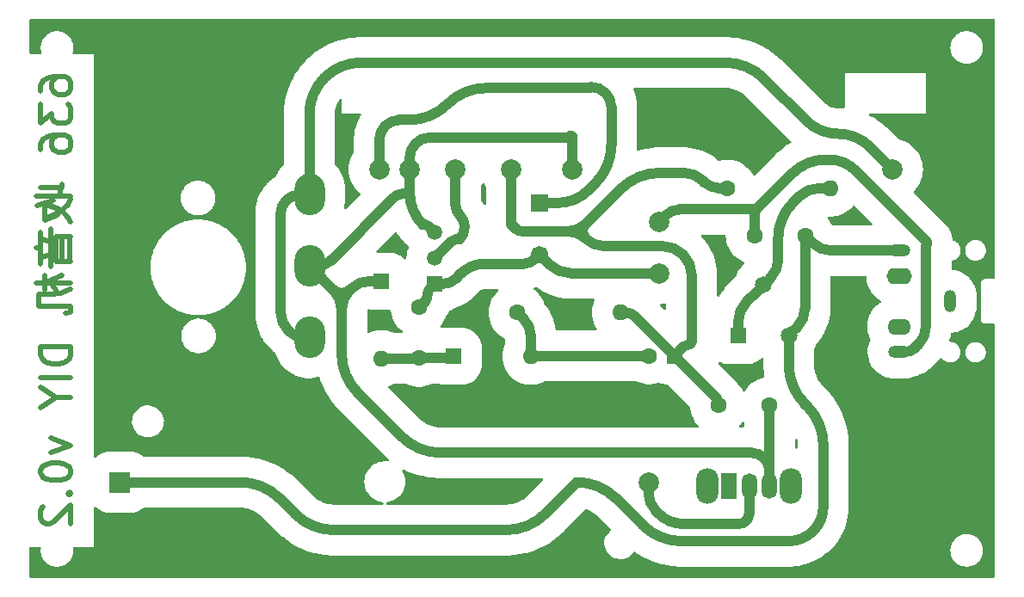
<source format=gbr>
%TF.GenerationSoftware,KiCad,Pcbnew,7.0.9*%
%TF.CreationDate,2024-05-06T14:39:11+08:00*%
%TF.ProjectId,pcb-may05-24,7063622d-6d61-4793-9035-2d32342e6b69,rev?*%
%TF.SameCoordinates,Original*%
%TF.FileFunction,Copper,L2,Bot*%
%TF.FilePolarity,Positive*%
%FSLAX46Y46*%
G04 Gerber Fmt 4.6, Leading zero omitted, Abs format (unit mm)*
G04 Created by KiCad (PCBNEW 7.0.9) date 2024-05-06 14:39:11*
%MOMM*%
%LPD*%
G01*
G04 APERTURE LIST*
%ADD10C,0.500000*%
%TA.AperFunction,NonConductor*%
%ADD11C,0.500000*%
%TD*%
%TA.AperFunction,ComponentPad*%
%ADD12R,2.000000X2.000000*%
%TD*%
%TA.AperFunction,ComponentPad*%
%ADD13C,2.000000*%
%TD*%
%TA.AperFunction,ComponentPad*%
%ADD14R,1.500000X1.500000*%
%TD*%
%TA.AperFunction,ComponentPad*%
%ADD15C,1.500000*%
%TD*%
%TA.AperFunction,ComponentPad*%
%ADD16C,1.600000*%
%TD*%
%TA.AperFunction,ComponentPad*%
%ADD17O,2.200000X3.500000*%
%TD*%
%TA.AperFunction,ComponentPad*%
%ADD18R,1.500000X2.500000*%
%TD*%
%TA.AperFunction,ComponentPad*%
%ADD19O,1.500000X2.500000*%
%TD*%
%TA.AperFunction,ComponentPad*%
%ADD20R,1.600000X1.600000*%
%TD*%
%TA.AperFunction,ComponentPad*%
%ADD21O,1.600000X1.600000*%
%TD*%
%TA.AperFunction,ComponentPad*%
%ADD22O,3.000000X4.100000*%
%TD*%
%TA.AperFunction,ComponentPad*%
%ADD23C,1.650000*%
%TD*%
%TA.AperFunction,ComponentPad*%
%ADD24R,1.650000X1.650000*%
%TD*%
%TA.AperFunction,ComponentPad*%
%ADD25R,1.701800X1.701800*%
%TD*%
%TA.AperFunction,ComponentPad*%
%ADD26C,1.701800*%
%TD*%
%TA.AperFunction,ComponentPad*%
%ADD27O,2.200000X1.200000*%
%TD*%
%TA.AperFunction,ComponentPad*%
%ADD28O,2.300000X1.600000*%
%TD*%
%TA.AperFunction,ComponentPad*%
%ADD29O,1.200000X2.200000*%
%TD*%
%TA.AperFunction,ComponentPad*%
%ADD30O,2.500000X1.600000*%
%TD*%
%TA.AperFunction,Conductor*%
%ADD31C,1.000000*%
%TD*%
G04 APERTURE END LIST*
D10*
D11*
X86356857Y-94328947D02*
X86356857Y-93757518D01*
X86356857Y-93757518D02*
X86499714Y-93471804D01*
X86499714Y-93471804D02*
X86642571Y-93328947D01*
X86642571Y-93328947D02*
X87071142Y-93043232D01*
X87071142Y-93043232D02*
X87642571Y-92900375D01*
X87642571Y-92900375D02*
X88785428Y-92900375D01*
X88785428Y-92900375D02*
X89071142Y-93043232D01*
X89071142Y-93043232D02*
X89214000Y-93186089D01*
X89214000Y-93186089D02*
X89356857Y-93471804D01*
X89356857Y-93471804D02*
X89356857Y-94043232D01*
X89356857Y-94043232D02*
X89214000Y-94328947D01*
X89214000Y-94328947D02*
X89071142Y-94471804D01*
X89071142Y-94471804D02*
X88785428Y-94614661D01*
X88785428Y-94614661D02*
X88071142Y-94614661D01*
X88071142Y-94614661D02*
X87785428Y-94471804D01*
X87785428Y-94471804D02*
X87642571Y-94328947D01*
X87642571Y-94328947D02*
X87499714Y-94043232D01*
X87499714Y-94043232D02*
X87499714Y-93471804D01*
X87499714Y-93471804D02*
X87642571Y-93186089D01*
X87642571Y-93186089D02*
X87785428Y-93043232D01*
X87785428Y-93043232D02*
X88071142Y-92900375D01*
X86356857Y-95614661D02*
X86356857Y-97471804D01*
X86356857Y-97471804D02*
X87499714Y-96471804D01*
X87499714Y-96471804D02*
X87499714Y-96900375D01*
X87499714Y-96900375D02*
X87642571Y-97186090D01*
X87642571Y-97186090D02*
X87785428Y-97328947D01*
X87785428Y-97328947D02*
X88071142Y-97471804D01*
X88071142Y-97471804D02*
X88785428Y-97471804D01*
X88785428Y-97471804D02*
X89071142Y-97328947D01*
X89071142Y-97328947D02*
X89214000Y-97186090D01*
X89214000Y-97186090D02*
X89356857Y-96900375D01*
X89356857Y-96900375D02*
X89356857Y-96043232D01*
X89356857Y-96043232D02*
X89214000Y-95757518D01*
X89214000Y-95757518D02*
X89071142Y-95614661D01*
X86356857Y-100043233D02*
X86356857Y-99471804D01*
X86356857Y-99471804D02*
X86499714Y-99186090D01*
X86499714Y-99186090D02*
X86642571Y-99043233D01*
X86642571Y-99043233D02*
X87071142Y-98757518D01*
X87071142Y-98757518D02*
X87642571Y-98614661D01*
X87642571Y-98614661D02*
X88785428Y-98614661D01*
X88785428Y-98614661D02*
X89071142Y-98757518D01*
X89071142Y-98757518D02*
X89214000Y-98900375D01*
X89214000Y-98900375D02*
X89356857Y-99186090D01*
X89356857Y-99186090D02*
X89356857Y-99757518D01*
X89356857Y-99757518D02*
X89214000Y-100043233D01*
X89214000Y-100043233D02*
X89071142Y-100186090D01*
X89071142Y-100186090D02*
X88785428Y-100328947D01*
X88785428Y-100328947D02*
X88071142Y-100328947D01*
X88071142Y-100328947D02*
X87785428Y-100186090D01*
X87785428Y-100186090D02*
X87642571Y-100043233D01*
X87642571Y-100043233D02*
X87499714Y-99757518D01*
X87499714Y-99757518D02*
X87499714Y-99186090D01*
X87499714Y-99186090D02*
X87642571Y-98900375D01*
X87642571Y-98900375D02*
X87785428Y-98757518D01*
X87785428Y-98757518D02*
X88071142Y-98614661D01*
X86356857Y-103757518D02*
X88499714Y-103757518D01*
X85928285Y-104614661D02*
X89356857Y-104614661D01*
X87214000Y-105471804D02*
X88499714Y-106043232D01*
X88499714Y-106043232D02*
X89071142Y-106757518D01*
X89071142Y-106757518D02*
X89356857Y-107186090D01*
X86071142Y-105614661D02*
X87642571Y-105043232D01*
X87071142Y-106757518D02*
X88356857Y-106186090D01*
X88356857Y-106186090D02*
X89071142Y-105471804D01*
X89071142Y-105471804D02*
X89356857Y-104900375D01*
X86785428Y-105471804D02*
X88214000Y-105900375D01*
X86785428Y-105471804D02*
X86785428Y-107043232D01*
X86785428Y-107043232D02*
X88071142Y-106471804D01*
X88214000Y-104614661D02*
X88499714Y-103471804D01*
X86356857Y-108186089D02*
X86356857Y-111328946D01*
X87356857Y-107900375D02*
X87356857Y-111614661D01*
X88499714Y-108614661D02*
X88499714Y-111043232D01*
X89214000Y-108614661D02*
X89214000Y-111043232D01*
X87928285Y-108614661D02*
X89356857Y-108614661D01*
X85928285Y-109757518D02*
X86356857Y-109757518D01*
X87928285Y-108614661D02*
X87928285Y-111043232D01*
X87928285Y-111043232D02*
X89356857Y-111043232D01*
X86499714Y-108900375D02*
X87071142Y-109043232D01*
X86499714Y-110614661D02*
X87071142Y-110471803D01*
X86785428Y-112471803D02*
X86785428Y-113900374D01*
X89356857Y-115471803D02*
X89356857Y-116043232D01*
X85928285Y-113186089D02*
X89356857Y-113186089D01*
X86214000Y-114328946D02*
X86214000Y-115471803D01*
X86214000Y-115471803D02*
X89356857Y-115471803D01*
X88785428Y-116186089D02*
X89356857Y-116043232D01*
X87356857Y-113186089D02*
X87928285Y-113900374D01*
X86785428Y-113186089D02*
X88499714Y-112471803D01*
X86214000Y-114328946D02*
X87499714Y-114328946D01*
X87499714Y-114328946D02*
X88356857Y-114186089D01*
X88356857Y-114186089D02*
X89356857Y-113757517D01*
X89356857Y-119471802D02*
X86356857Y-119471802D01*
X86356857Y-119471802D02*
X86356857Y-120186088D01*
X86356857Y-120186088D02*
X86499714Y-120614659D01*
X86499714Y-120614659D02*
X86785428Y-120900374D01*
X86785428Y-120900374D02*
X87071142Y-121043231D01*
X87071142Y-121043231D02*
X87642571Y-121186088D01*
X87642571Y-121186088D02*
X88071142Y-121186088D01*
X88071142Y-121186088D02*
X88642571Y-121043231D01*
X88642571Y-121043231D02*
X88928285Y-120900374D01*
X88928285Y-120900374D02*
X89214000Y-120614659D01*
X89214000Y-120614659D02*
X89356857Y-120186088D01*
X89356857Y-120186088D02*
X89356857Y-119471802D01*
X89356857Y-122471802D02*
X86356857Y-122471802D01*
X87928285Y-124471802D02*
X89356857Y-124471802D01*
X86356857Y-123471802D02*
X87928285Y-124471802D01*
X87928285Y-124471802D02*
X86356857Y-125471802D01*
X87356857Y-128471802D02*
X89356857Y-129186088D01*
X89356857Y-129186088D02*
X87356857Y-129900373D01*
X86356857Y-131614659D02*
X86356857Y-131900373D01*
X86356857Y-131900373D02*
X86499714Y-132186087D01*
X86499714Y-132186087D02*
X86642571Y-132328945D01*
X86642571Y-132328945D02*
X86928285Y-132471802D01*
X86928285Y-132471802D02*
X87499714Y-132614659D01*
X87499714Y-132614659D02*
X88214000Y-132614659D01*
X88214000Y-132614659D02*
X88785428Y-132471802D01*
X88785428Y-132471802D02*
X89071142Y-132328945D01*
X89071142Y-132328945D02*
X89214000Y-132186087D01*
X89214000Y-132186087D02*
X89356857Y-131900373D01*
X89356857Y-131900373D02*
X89356857Y-131614659D01*
X89356857Y-131614659D02*
X89214000Y-131328945D01*
X89214000Y-131328945D02*
X89071142Y-131186087D01*
X89071142Y-131186087D02*
X88785428Y-131043230D01*
X88785428Y-131043230D02*
X88214000Y-130900373D01*
X88214000Y-130900373D02*
X87499714Y-130900373D01*
X87499714Y-130900373D02*
X86928285Y-131043230D01*
X86928285Y-131043230D02*
X86642571Y-131186087D01*
X86642571Y-131186087D02*
X86499714Y-131328945D01*
X86499714Y-131328945D02*
X86356857Y-131614659D01*
X89071142Y-133900373D02*
X89214000Y-134043230D01*
X89214000Y-134043230D02*
X89356857Y-133900373D01*
X89356857Y-133900373D02*
X89214000Y-133757516D01*
X89214000Y-133757516D02*
X89071142Y-133900373D01*
X89071142Y-133900373D02*
X89356857Y-133900373D01*
X86642571Y-135186087D02*
X86499714Y-135328944D01*
X86499714Y-135328944D02*
X86356857Y-135614659D01*
X86356857Y-135614659D02*
X86356857Y-136328944D01*
X86356857Y-136328944D02*
X86499714Y-136614659D01*
X86499714Y-136614659D02*
X86642571Y-136757516D01*
X86642571Y-136757516D02*
X86928285Y-136900373D01*
X86928285Y-136900373D02*
X87214000Y-136900373D01*
X87214000Y-136900373D02*
X87642571Y-136757516D01*
X87642571Y-136757516D02*
X89356857Y-135043230D01*
X89356857Y-135043230D02*
X89356857Y-136900373D01*
D12*
%TO.P,Battery1,1,+*%
%TO.N,Net-(Battery1-+)*%
X94200000Y-132800000D03*
D13*
%TO.P,Battery1,2,-*%
%TO.N,Net-(Battery1--)*%
X146190000Y-132800000D03*
%TD*%
D14*
%TO.P,Q1,1,C*%
%TO.N,Net-(Q1-C)*%
X125140000Y-113290000D03*
D15*
%TO.P,Q1,2,B*%
%TO.N,Net-(Q1-B)*%
X125140000Y-110750000D03*
%TO.P,Q1,3,E*%
%TO.N,GND*%
X125140000Y-108210000D03*
%TD*%
D16*
%TO.P,C3,1*%
%TO.N,GND*%
X158100000Y-125250000D03*
%TO.P,C3,2*%
%TO.N,Net-(C3-Pad2)*%
X153100000Y-125250000D03*
%TD*%
D13*
%TO.P,L2,1,1*%
%TO.N,Net-(Q1-C)*%
X147250000Y-112230000D03*
%TO.P,L2,2,2*%
%TO.N,Net-(C5-Pad2)*%
X147250000Y-107150000D03*
%TD*%
D17*
%TO.P,Switch1,*%
%TO.N,*%
X152000000Y-133200000D03*
X160200000Y-133200000D03*
D18*
%TO.P,Switch1,1,A*%
%TO.N,unconnected-(Switch1-A-Pad1)*%
X154100000Y-133200000D03*
D19*
%TO.P,Switch1,2,B*%
%TO.N,Net-(Battery1--)*%
X156100000Y-133200000D03*
%TO.P,Switch1,3,C*%
%TO.N,GND*%
X158100000Y-133200000D03*
%TD*%
D20*
%TO.P,C6,1*%
%TO.N,Net-(C3-Pad2)*%
X148750000Y-120350000D03*
D16*
%TO.P,C6,2*%
%TO.N,Net-(D2-A)*%
X146250000Y-120350000D03*
%TD*%
%TO.P,C5,1*%
%TO.N,Net-(Battery1-+)*%
X161600000Y-108500000D03*
%TO.P,C5,2*%
%TO.N,Net-(C5-Pad2)*%
X156600000Y-108500000D03*
%TD*%
D13*
%TO.P,L1,1,1*%
%TO.N,Net-(C1-Pad1)*%
X170200000Y-102000000D03*
%TO.P,L1,2,2*%
%TO.N,GND*%
X138700000Y-102000000D03*
%TO.P,L1,3,3*%
%TO.N,Net-(C3-Pad2)*%
X132700000Y-102000000D03*
%TO.P,L1,4,4*%
%TO.N,Net-(Q1-B)*%
X127200000Y-102000000D03*
%TO.P,L1,5,5*%
%TO.N,GND*%
X122700000Y-102000000D03*
%TO.P,L1,6,6*%
%TO.N,Net-(C2-Pad1)*%
X119700000Y-102000000D03*
%TD*%
D20*
%TO.P,D2,1,K*%
%TO.N,Net-(D1-A)*%
X126990000Y-120400000D03*
D21*
%TO.P,D2,2,A*%
%TO.N,Net-(D2-A)*%
X134610000Y-120400000D03*
%TD*%
D22*
%TO.P,C1,1,1*%
%TO.N,Net-(C1-Pad1)*%
X112828600Y-104506000D03*
%TO.P,C1,2,2*%
%TO.N,GND*%
X112828600Y-111506000D03*
%TO.P,C1,3,3*%
%TO.N,Net-(C1-Pad1)*%
X112828600Y-118506000D03*
%TD*%
D23*
%TO.P,RV1,3,3*%
%TO.N,Net-(Battery1-+)*%
X160000000Y-118362500D03*
%TO.P,RV1,2,2*%
%TO.N,Net-(R2-Pad2)*%
X157500000Y-113362500D03*
D24*
%TO.P,RV1,1,1*%
X155000000Y-118362500D03*
%TD*%
D16*
%TO.P,R1,1*%
%TO.N,Net-(D2-A)*%
X133270000Y-116100000D03*
D21*
%TO.P,R1,2*%
%TO.N,Net-(C3-Pad2)*%
X143430000Y-116100000D03*
%TD*%
D25*
%TO.P,C2,1*%
%TO.N,Net-(C2-Pad1)*%
X135450000Y-105310000D03*
D26*
%TO.P,C2,2*%
%TO.N,Net-(Q1-C)*%
X135450000Y-110390000D03*
%TD*%
D20*
%TO.P,D1,1,K*%
%TO.N,GND*%
X119900000Y-112990000D03*
D21*
%TO.P,D1,2,A*%
%TO.N,Net-(D1-A)*%
X119900000Y-120610000D03*
%TD*%
D16*
%TO.P,R2,1*%
%TO.N,Net-(C3-Pad2)*%
X153970000Y-103850000D03*
D21*
%TO.P,R2,2*%
%TO.N,Net-(R2-Pad2)*%
X164130000Y-103850000D03*
%TD*%
D27*
%TO.P,J1,R*%
%TO.N,Net-(C5-Pad2)*%
X170869600Y-119982000D03*
D28*
%TO.P,J1,RN*%
%TO.N,N/C*%
X170869600Y-117482000D03*
D29*
%TO.P,J1,S*%
X175869600Y-114982000D03*
D27*
%TO.P,J1,T*%
%TO.N,Net-(Battery1-+)*%
X170869600Y-109982000D03*
D30*
%TO.P,J1,TN*%
%TO.N,N/C*%
X170869600Y-112482000D03*
%TD*%
D16*
%TO.P,C4,1*%
%TO.N,Net-(D1-A)*%
X123600000Y-120600000D03*
%TO.P,C4,2*%
%TO.N,Net-(Q1-C)*%
X123600000Y-115600000D03*
%TD*%
D31*
%TO.N,Net-(R2-Pad2)*%
X157499999Y-113362498D02*
X156774999Y-114087499D01*
X158043750Y-112818750D02*
X157681249Y-113181249D01*
%TO.N,Net-(Q1-B)*%
X127300025Y-108894990D02*
G75*
G03*
X126779359Y-109110642I-25J-736310D01*
G01*
%TO.N,GND*%
X124527891Y-107597879D02*
G75*
G03*
X124195000Y-107460000I-332891J-332921D01*
G01*
%TO.N,Net-(Q1-C)*%
X124177769Y-115022242D02*
G75*
G03*
X124450000Y-114365000I-657269J657242D01*
G01*
X130107142Y-111300017D02*
G75*
G03*
X127705000Y-112295000I-42J-3397083D01*
G01*
X125925000Y-113289986D02*
G75*
G03*
X127265077Y-112734920I0J1895186D01*
G01*
X124722231Y-113707758D02*
G75*
G03*
X124450000Y-114365000I657269J-657242D01*
G01*
X125627903Y-113290002D02*
G75*
G03*
X124795000Y-113635000I-3J-1177898D01*
G01*
%TO.N,Net-(Battery1-+)*%
X111406215Y-135906199D02*
G75*
G03*
X115253963Y-137500000I3847785J3847799D01*
G01*
X109893784Y-134393800D02*
G75*
G03*
X106046036Y-132800000I-3847784J-3847800D01*
G01*
X132192072Y-137499964D02*
G75*
G03*
X136039827Y-135906206I28J5441564D01*
G01*
X142993784Y-134393800D02*
G75*
G03*
X139146036Y-132800000I-3847784J-3847800D01*
G01*
X161806207Y-125306207D02*
X161593792Y-125093792D01*
X159985786Y-138599994D02*
G75*
G03*
X162400000Y-137600000I14J3414194D01*
G01*
X164129932Y-109982000D02*
X170869600Y-109982000D01*
X159999990Y-121246036D02*
G75*
G03*
X161593793Y-125093791I5441610J36D01*
G01*
X160000000Y-121246036D02*
X160000000Y-118928185D01*
X160800000Y-117562500D02*
X160400000Y-117962500D01*
X161970442Y-108870558D02*
G75*
G03*
X161600000Y-109023966I-153442J-153442D01*
G01*
X145606215Y-137006199D02*
G75*
G03*
X149453963Y-138600000I3847785J3847799D01*
G01*
X163400010Y-129153963D02*
G75*
G03*
X161806206Y-125306208I-5441610J-37D01*
G01*
X142993792Y-134393792D02*
X145606207Y-137006207D01*
X160400004Y-117962504D02*
G75*
G03*
X160000000Y-118928185I965696J-965696D01*
G01*
X162340991Y-109241009D02*
G75*
G03*
X164129932Y-109982000I1788909J1788909D01*
G01*
X160799991Y-117562491D02*
G75*
G03*
X161600000Y-115631129I-1931391J1931391D01*
G01*
X106046036Y-132800000D02*
X94200000Y-132800000D01*
X162400004Y-137600004D02*
G75*
G03*
X163400000Y-135185786I-2414204J2414204D01*
G01*
X111406207Y-135906207D02*
X109893792Y-134393792D01*
X115253963Y-137500000D02*
X132192072Y-137500000D01*
X139146036Y-132800000D02*
X136039828Y-135906207D01*
X149453963Y-138600000D02*
X159985786Y-138600000D01*
X162341000Y-109241000D02*
X161970500Y-108870500D01*
X163400000Y-129153963D02*
X163400000Y-135185786D01*
X161600000Y-115631129D02*
X161600000Y-109023966D01*
%TO.N,Net-(Q1-C)*%
X136370007Y-111309993D02*
G75*
G03*
X138591076Y-112230000I2221093J2221093D01*
G01*
X135905000Y-110845000D02*
G75*
G03*
X134995000Y-110845000I-455000J-454997D01*
G01*
X133896532Y-111300013D02*
G75*
G03*
X134995000Y-110845000I-32J1553513D01*
G01*
X138591076Y-112230000D02*
X147250000Y-112230000D01*
X135905000Y-110845000D02*
X136370000Y-111310000D01*
X130107142Y-111300000D02*
X133896532Y-111300000D01*
X127704999Y-112294999D02*
X127265078Y-112734921D01*
X125925000Y-113290000D02*
X125627903Y-113290000D01*
X124722236Y-113707763D02*
X124795000Y-113635000D01*
%TO.N,Net-(Q1-B)*%
X127605025Y-108894974D02*
X127300025Y-108894974D01*
X126779358Y-109110641D02*
X125140000Y-110750000D01*
%TO.N,GND*%
X124000000Y-107460000D02*
X124195000Y-107460000D01*
X124527885Y-107597885D02*
X125140000Y-108210000D01*
%TO.N,Net-(Battery1--)*%
X146190000Y-133845000D02*
X146190000Y-132800000D01*
X156100000Y-135875735D02*
X156100000Y-133200000D01*
X146928926Y-135628926D02*
X147195000Y-135895000D01*
X149621284Y-136900000D02*
X155075735Y-136900000D01*
X146189985Y-133845000D02*
G75*
G03*
X146928926Y-135628926I2522815J0D01*
G01*
X155075735Y-136900014D02*
G75*
G03*
X155799999Y-136599999I-35J1024314D01*
G01*
X147195005Y-135894995D02*
G75*
G03*
X149621284Y-136900000I2426295J2426295D01*
G01*
X155799989Y-136599989D02*
G75*
G03*
X156100000Y-135875735I-724289J724289D01*
G01*
%TO.N,Net-(C2-Pad1)*%
X119700000Y-99143500D02*
X119700000Y-102000000D01*
X121699998Y-97143502D02*
X122633706Y-97143502D01*
X140956207Y-103393792D02*
X140309256Y-104040742D01*
X140379290Y-94000000D02*
X130222791Y-94000000D01*
X142550000Y-99546036D02*
X142550000Y-95899998D01*
X140550001Y-93900000D02*
X140500001Y-93950000D01*
X137245000Y-105310000D02*
X135450000Y-105310000D01*
X121699998Y-97143500D02*
G75*
G03*
X119700000Y-99143500I2J-2000000D01*
G01*
X142550000Y-95899998D02*
G75*
G03*
X140550001Y-93900000I-2000000J-2D01*
G01*
X140379290Y-93999996D02*
G75*
G03*
X140500001Y-93950000I10J170696D01*
G01*
X130222791Y-93999996D02*
G75*
G03*
X126428249Y-95571751I9J-5366304D01*
G01*
X140956200Y-103393785D02*
G75*
G03*
X142550000Y-99546036I-3847800J3847785D01*
G01*
X137245000Y-105310002D02*
G75*
G03*
X140309256Y-104040742I0J4333502D01*
G01*
X122633706Y-97143504D02*
G75*
G03*
X126428249Y-95571751I-6J5366304D01*
G01*
%TO.N,Net-(Q1-C)*%
X124177763Y-115022236D02*
X123600000Y-115600000D01*
%TO.N,GND*%
X156307537Y-129900000D02*
X125753963Y-129900000D01*
X116000000Y-115870571D02*
X116000000Y-120146036D01*
X116905127Y-113772272D02*
X116843699Y-113833699D01*
X158100000Y-133200000D02*
X158100000Y-131692462D01*
X122700000Y-103000000D02*
X122700000Y-101000000D01*
X115156300Y-113833700D02*
X113105326Y-111782726D01*
X118793700Y-112990000D02*
X119900000Y-112990000D01*
X122700000Y-103000000D02*
X122700000Y-100860658D01*
X113611300Y-111506000D02*
X113219950Y-111506000D01*
X114947452Y-110952547D02*
X121111091Y-104788908D01*
X158100000Y-133200000D02*
X158100000Y-125250000D01*
X122700000Y-103000000D02*
X122700000Y-104229289D01*
X138117156Y-98860660D02*
X124699998Y-98860660D01*
X122700000Y-103000000D02*
X122700000Y-104321522D01*
X121906207Y-128306207D02*
X117593792Y-123993792D01*
X138700000Y-98760659D02*
X138700000Y-102000000D01*
X122050000Y-104400000D02*
X122529289Y-104400000D01*
X122050000Y-104399995D02*
G75*
G03*
X121111092Y-104788909I0J-1327805D01*
G01*
X118793700Y-112989987D02*
G75*
G03*
X116905128Y-113772273I0J-2670813D01*
G01*
X116000011Y-115870571D02*
G75*
G03*
X115156300Y-113833700I-2880611J-29D01*
G01*
X115999990Y-120146036D02*
G75*
G03*
X117593793Y-123993791I5441610J36D01*
G01*
X157574989Y-130425011D02*
G75*
G03*
X156307537Y-129900000I-1267489J-1267489D01*
G01*
X122529289Y-104399995D02*
G75*
G03*
X122650000Y-104350000I11J170695D01*
G01*
X122700000Y-103000000D02*
X122700000Y-103000000D01*
X122650003Y-104350003D02*
G75*
G03*
X122700000Y-104229289I-120703J120703D01*
G01*
X124699998Y-98860700D02*
G75*
G03*
X122700000Y-100860658I2J-2000000D01*
G01*
X116843708Y-113833708D02*
G75*
G03*
X116000000Y-115870571I2036892J-2036892D01*
G01*
X138700028Y-98760659D02*
G75*
G03*
X138529290Y-98689950I-100028J-41D01*
G01*
X113219950Y-111506032D02*
G75*
G03*
X113105327Y-111782725I-50J-162068D01*
G01*
X121906215Y-128306199D02*
G75*
G03*
X125753963Y-129900000I3847785J3847799D01*
G01*
X122699991Y-104321522D02*
G75*
G03*
X124000000Y-107460000I4438509J22D01*
G01*
X113611300Y-111506000D02*
G75*
G03*
X114947451Y-110952546I0J1889600D01*
G01*
X158100015Y-131692462D02*
G75*
G03*
X157575000Y-130425000I-1792515J-38D01*
G01*
X115156301Y-113833699D02*
G75*
G03*
X116843699Y-113833699I843699J843699D01*
G01*
X138117156Y-98860624D02*
G75*
G03*
X138529289Y-98689949I44J582824D01*
G01*
%TO.N,Net-(C3-Pad2)*%
X144878302Y-116478302D02*
X148750000Y-120350000D01*
X151520000Y-103100000D02*
X151668959Y-103248959D01*
X141775304Y-109550000D02*
X147547918Y-109550000D01*
X147303963Y-102350000D02*
X149709339Y-102350000D01*
X153120000Y-103850000D02*
X153970000Y-103850000D01*
X150450000Y-118950000D02*
X150450000Y-112452081D01*
X143965000Y-116100000D02*
X143430000Y-116100000D01*
X132903033Y-107603033D02*
X133125000Y-107825000D01*
X132700000Y-107475000D02*
X132700000Y-102000000D01*
X140025000Y-107375000D02*
X143456207Y-103943792D01*
X138274695Y-108100000D02*
X133788908Y-108100000D01*
X152905545Y-124505545D02*
X148750000Y-120350000D01*
X149637867Y-119462132D02*
X148750000Y-120350000D01*
X153100000Y-124975000D02*
X153100000Y-125250000D01*
X150150000Y-119250010D02*
G75*
G03*
X149637867Y-119462132I0J-724290D01*
G01*
X133124997Y-107825003D02*
G75*
G03*
X133788908Y-108100000I663903J663903D01*
G01*
X147303963Y-102349960D02*
G75*
G03*
X143456208Y-103943793I37J-5441540D01*
G01*
X153100002Y-124975000D02*
G75*
G03*
X152905545Y-124505545I-663902J0D01*
G01*
X132700000Y-107475000D02*
G75*
G03*
X132775000Y-107550000I75000J0D01*
G01*
X151668955Y-103248963D02*
G75*
G03*
X153120000Y-103850000I1451045J1451063D01*
G01*
X140025001Y-108824999D02*
G75*
G03*
X138274695Y-108100000I-1750301J-1750301D01*
G01*
X150150000Y-119250000D02*
G75*
G03*
X150450000Y-118950000I0J300000D01*
G01*
X144878301Y-116478303D02*
G75*
G03*
X143965000Y-116100000I-913301J-913297D01*
G01*
X149599995Y-110400005D02*
G75*
G03*
X147547918Y-109550000I-2052095J-2052095D01*
G01*
X132903040Y-107603026D02*
G75*
G03*
X132775000Y-107550000I-128040J-128074D01*
G01*
X150450007Y-112452081D02*
G75*
G03*
X149600000Y-110400000I-2902107J-19D01*
G01*
X140024999Y-108825001D02*
G75*
G03*
X141775304Y-109550000I1750301J1750301D01*
G01*
X151519988Y-103100012D02*
G75*
G03*
X149709339Y-102350000I-1810688J-1810688D01*
G01*
X140025001Y-107375001D02*
G75*
G03*
X140025001Y-108824999I724999J-724999D01*
G01*
X138274695Y-108099997D02*
G75*
G03*
X140024999Y-107374999I5J2475297D01*
G01*
%TO.N,Net-(D1-A)*%
X126890000Y-120500000D02*
X126990000Y-120400000D01*
X123607071Y-120600000D02*
X126648578Y-120600000D01*
X123582928Y-120610000D02*
X119900000Y-120610000D01*
X123582928Y-120610011D02*
G75*
G03*
X123594999Y-120604999I-28J17111D01*
G01*
X126648578Y-120599991D02*
G75*
G03*
X126890000Y-120500000I22J341391D01*
G01*
X123607071Y-120599989D02*
G75*
G03*
X123595001Y-120605001I29J-17111D01*
G01*
%TO.N,Net-(C5-Pad2)*%
X172424020Y-119575979D02*
X172759000Y-119241000D01*
X173597500Y-109147500D02*
X167717677Y-103267677D01*
X156899999Y-105849999D02*
X156700000Y-106050000D01*
X163979720Y-101050000D02*
X163600000Y-101050000D01*
X149298528Y-105950000D02*
X156658578Y-105950000D01*
X171443800Y-119982000D02*
X170869600Y-119982000D01*
X156899999Y-105849999D02*
X160356497Y-102393502D01*
X147850000Y-106550000D02*
X147250000Y-107150000D01*
X173500000Y-117452067D02*
X173500000Y-109577885D01*
X156600000Y-106291421D02*
X156600000Y-108500000D01*
X167632322Y-103182322D02*
X166575000Y-102125000D01*
X156700036Y-106050036D02*
G75*
G03*
X156658578Y-105950000I-41436J41436D01*
G01*
X173597504Y-109342504D02*
G75*
G03*
X173500000Y-109577885I235396J-235396D01*
G01*
X167717686Y-103267668D02*
G75*
G03*
X167675000Y-103250000I-42686J-42732D01*
G01*
X163600000Y-101049998D02*
G75*
G03*
X160356497Y-102393502I0J-4587002D01*
G01*
X167649986Y-103225000D02*
G75*
G03*
X167632321Y-103182323I-60386J0D01*
G01*
X167650000Y-103225000D02*
G75*
G03*
X167675000Y-103250000I25000J0D01*
G01*
X156699994Y-106049994D02*
G75*
G03*
X156600000Y-106291421I241406J-241406D01*
G01*
X166574994Y-102125006D02*
G75*
G03*
X163979720Y-101050000I-2595294J-2595294D01*
G01*
X172759009Y-119241009D02*
G75*
G03*
X173500000Y-117452067I-1788909J1788909D01*
G01*
X171443800Y-119982011D02*
G75*
G03*
X172424020Y-119575979I0J1386211D01*
G01*
X156658578Y-105949989D02*
G75*
G03*
X156899998Y-105849998I22J341389D01*
G01*
X149298528Y-105950012D02*
G75*
G03*
X147850000Y-106550000I-28J-2048488D01*
G01*
X173597499Y-109342499D02*
G75*
G03*
X173597499Y-109147501I-97499J97499D01*
G01*
%TO.N,Net-(D2-A)*%
X133940000Y-116770000D02*
X133270000Y-116100000D01*
X134610000Y-118387523D02*
X134610000Y-120364644D01*
X134695355Y-120350000D02*
X146250000Y-120350000D01*
X134609990Y-118387523D02*
G75*
G03*
X133940000Y-116770000I-2287490J23D01*
G01*
X134609893Y-120364644D02*
G75*
G03*
X134634999Y-120374999I14707J44D01*
G01*
X134695355Y-120349982D02*
G75*
G03*
X134635000Y-120375000I45J-85418D01*
G01*
%TO.N,Net-(C1-Pad1)*%
X111961300Y-104506000D02*
X111867574Y-104506000D01*
X112117300Y-118506000D02*
X112828600Y-118506000D01*
X110703000Y-117803000D02*
X110903034Y-118003034D01*
X112828600Y-103638700D02*
X112828600Y-96572497D01*
X168008147Y-99808147D02*
X170200000Y-102000000D01*
X117901097Y-91500000D02*
X153746036Y-91500000D01*
X110000000Y-116105807D02*
X110000000Y-106373574D01*
X161691852Y-97191852D02*
X157593792Y-93093792D01*
X157593784Y-93093800D02*
G75*
G03*
X153746036Y-91500000I-3847784J-3847800D01*
G01*
X109999997Y-116105807D02*
G75*
G03*
X110703000Y-117803000I2400203J7D01*
G01*
X110903040Y-118003028D02*
G75*
G03*
X112117300Y-118506000I1214260J1214228D01*
G01*
X161691851Y-97191853D02*
G75*
G03*
X164850000Y-98500000I3158149J3158153D01*
G01*
X111867574Y-104505990D02*
G75*
G03*
X110547000Y-105053000I26J-1867610D01*
G01*
X168008148Y-99808146D02*
G75*
G03*
X164850000Y-98500000I-3158148J-3158154D01*
G01*
X114314301Y-92985701D02*
G75*
G03*
X112828600Y-96572497I3586799J-3586799D01*
G01*
X110547007Y-105053007D02*
G75*
G03*
X110000000Y-106373574I1320593J-1320593D01*
G01*
X117901097Y-91499999D02*
G75*
G03*
X114314300Y-92985700I3J-5072501D01*
G01*
X111961300Y-104506000D02*
G75*
G03*
X112828600Y-103638700I0J867300D01*
G01*
%TO.N,Net-(Q1-B)*%
X127200000Y-105463603D02*
X127200000Y-102000000D01*
X128100000Y-107700000D02*
X128100000Y-107636396D01*
X128100001Y-107636396D02*
G75*
G03*
X127650000Y-106550000I-1536401J-4D01*
G01*
X127605036Y-108894985D02*
G75*
G03*
X128100000Y-107700000I-1195036J1194985D01*
G01*
X127199999Y-105463603D02*
G75*
G03*
X127650000Y-106550000I1536401J3D01*
G01*
%TO.N,Net-(R2-Pad2)*%
X155883883Y-114978616D02*
X156774999Y-114087499D01*
X157499999Y-113362498D02*
X157681249Y-113181249D01*
X155000000Y-117112500D02*
X155000000Y-118362500D01*
X158225000Y-112637500D02*
X158043750Y-112818750D01*
X158950000Y-108800609D02*
X158950000Y-110887195D01*
X162990000Y-103850000D02*
X164130000Y-103850000D01*
X160399999Y-105299999D02*
X161043898Y-104656101D01*
X160399997Y-105299997D02*
G75*
G03*
X158950000Y-108800609I3500603J-3500603D01*
G01*
X162990000Y-103849999D02*
G75*
G03*
X161043899Y-104656102I0J-2752201D01*
G01*
X155883877Y-114978610D02*
G75*
G03*
X155000000Y-117112500I2133923J-2133890D01*
G01*
X158225001Y-112637501D02*
G75*
G03*
X158950000Y-110887195I-1750301J1750301D01*
G01*
%TD*%
%TA.AperFunction,NonConductor*%
G36*
X153747532Y-94000575D02*
G01*
X154031251Y-94014515D01*
X154037310Y-94015112D01*
X154316777Y-94056568D01*
X154322748Y-94057756D01*
X154521976Y-94107660D01*
X154596822Y-94126408D01*
X154602622Y-94128168D01*
X154868659Y-94223358D01*
X154874262Y-94225679D01*
X155129677Y-94346482D01*
X155135043Y-94349350D01*
X155174493Y-94372996D01*
X155377369Y-94494595D01*
X155382431Y-94497977D01*
X155609368Y-94666285D01*
X155614074Y-94670147D01*
X155824721Y-94861067D01*
X155826925Y-94863166D01*
X159887413Y-98923654D01*
X159887415Y-98923658D01*
X160099669Y-99135913D01*
X160203368Y-99225768D01*
X160241142Y-99284546D01*
X160241142Y-99354416D01*
X160203368Y-99413194D01*
X160181592Y-99428313D01*
X160023453Y-99514663D01*
X159981151Y-99537763D01*
X159901190Y-99589151D01*
X159555260Y-99811466D01*
X159555261Y-99811465D01*
X159149966Y-100114866D01*
X159149967Y-100114866D01*
X158767361Y-100446395D01*
X158643944Y-100569814D01*
X156644526Y-102569230D01*
X156583203Y-102602715D01*
X156513511Y-102597731D01*
X156457578Y-102555859D01*
X156449463Y-102543556D01*
X156313749Y-102308492D01*
X156313748Y-102308490D01*
X156118954Y-102046837D01*
X156118947Y-102046829D01*
X156118943Y-102046823D01*
X155895077Y-101809538D01*
X155895069Y-101809531D01*
X155895068Y-101809530D01*
X155645184Y-101599852D01*
X155645179Y-101599848D01*
X155645177Y-101599847D01*
X155372623Y-101420586D01*
X155367684Y-101418105D01*
X155081108Y-101274181D01*
X155081102Y-101274178D01*
X154774566Y-101162608D01*
X154774545Y-101162601D01*
X154457141Y-101087374D01*
X154457126Y-101087372D01*
X154133111Y-101049500D01*
X153806889Y-101049500D01*
X153523375Y-101082638D01*
X153482873Y-101087372D01*
X153482871Y-101087372D01*
X153186371Y-101157644D01*
X153116599Y-101153950D01*
X153077243Y-101131276D01*
X152845082Y-100932991D01*
X152523340Y-100699231D01*
X152523339Y-100699231D01*
X152523338Y-100699230D01*
X152184241Y-100491429D01*
X152095852Y-100446392D01*
X151829888Y-100310874D01*
X151829887Y-100310874D01*
X151462466Y-100158679D01*
X151462466Y-100158680D01*
X151462459Y-100158677D01*
X151084223Y-100035777D01*
X150697510Y-99942931D01*
X150304704Y-99880712D01*
X150304702Y-99880711D01*
X150304697Y-99880711D01*
X149908231Y-99849503D01*
X149788004Y-99849501D01*
X149787968Y-99849500D01*
X149787922Y-99849500D01*
X149709377Y-99849500D01*
X149558125Y-99849498D01*
X149558124Y-99849498D01*
X149556236Y-99849498D01*
X149556173Y-99849500D01*
X147457135Y-99849500D01*
X147457103Y-99849499D01*
X147355347Y-99849499D01*
X147355214Y-99849460D01*
X147303946Y-99849460D01*
X147043949Y-99849461D01*
X146934755Y-99856618D01*
X146525073Y-99883473D01*
X146009523Y-99951351D01*
X145883726Y-99976374D01*
X145499523Y-100052801D01*
X145442614Y-100068050D01*
X145193153Y-100134894D01*
X145123303Y-100133231D01*
X145065440Y-100094069D01*
X145037936Y-100029841D01*
X145037325Y-100007017D01*
X145050499Y-99806047D01*
X145050500Y-99546053D01*
X145050501Y-99394800D01*
X145050500Y-99394791D01*
X145050500Y-95821415D01*
X145050500Y-95703500D01*
X145016248Y-95312003D01*
X144948006Y-94924982D01*
X144846292Y-94545381D01*
X144711880Y-94176090D01*
X144711878Y-94176086D01*
X144711876Y-94176080D01*
X144712252Y-94176885D01*
X144701772Y-94107806D01*
X144730303Y-94044027D01*
X144788786Y-94005798D01*
X144824643Y-94000500D01*
X153744489Y-94000500D01*
X153747532Y-94000575D01*
G37*
%TD.AperFunction*%
%TA.AperFunction,NonConductor*%
G36*
X130026652Y-103388389D02*
G01*
X130057386Y-103423859D01*
X130149500Y-103583405D01*
X130182887Y-103641233D01*
X130199500Y-103703233D01*
X130199500Y-105397722D01*
X130179815Y-105464761D01*
X130127011Y-105510516D01*
X130057853Y-105520460D01*
X129994297Y-105491435D01*
X129970925Y-105464356D01*
X129971533Y-105465310D01*
X129873942Y-105325936D01*
X129769339Y-105176548D01*
X129769338Y-105176546D01*
X129729510Y-105129080D01*
X129701497Y-105065071D01*
X129700500Y-105049375D01*
X129700500Y-103703233D01*
X129717113Y-103641233D01*
X129750500Y-103583405D01*
X129842613Y-103423859D01*
X129893180Y-103375644D01*
X129961787Y-103362421D01*
X130026652Y-103388389D01*
G37*
%TD.AperFunction*%
%TA.AperFunction,NonConductor*%
G36*
X115960917Y-95114040D02*
G01*
X115995955Y-95174489D01*
X115999500Y-95203928D01*
X115999500Y-96475467D01*
X115999416Y-96475889D01*
X115999459Y-96500001D01*
X115999500Y-96500099D01*
X115999616Y-96500382D01*
X115999618Y-96500384D01*
X115999808Y-96500462D01*
X116000000Y-96500541D01*
X116000002Y-96500539D01*
X116024616Y-96500524D01*
X116024616Y-96500528D01*
X116024760Y-96500500D01*
X117818350Y-96500500D01*
X117885389Y-96520185D01*
X117931144Y-96572989D01*
X117941088Y-96642147D01*
X117919925Y-96695624D01*
X117900702Y-96723076D01*
X117704203Y-97063424D01*
X117704202Y-97063425D01*
X117538122Y-97419582D01*
X117538118Y-97419593D01*
X117403707Y-97788885D01*
X117403705Y-97788893D01*
X117403704Y-97788893D01*
X117383557Y-97864085D01*
X117301993Y-98168486D01*
X117233751Y-98555508D01*
X117199500Y-98947004D01*
X117199500Y-100296767D01*
X117182887Y-100358767D01*
X117014113Y-100651091D01*
X117014107Y-100651104D01*
X116875674Y-100972027D01*
X116775430Y-101306865D01*
X116775428Y-101306872D01*
X116714739Y-101651061D01*
X116714738Y-101651072D01*
X116694415Y-101999996D01*
X116694415Y-102000003D01*
X116714738Y-102348927D01*
X116714739Y-102348938D01*
X116775428Y-102693127D01*
X116775430Y-102693134D01*
X116875674Y-103027972D01*
X117014107Y-103348895D01*
X117014113Y-103348908D01*
X117188870Y-103651597D01*
X117397584Y-103931949D01*
X117397589Y-103931955D01*
X117445632Y-103982877D01*
X117637442Y-104186183D01*
X117778389Y-104304452D01*
X117827473Y-104345638D01*
X117866175Y-104403809D01*
X117867283Y-104473670D01*
X117835448Y-104528308D01*
X116460248Y-105903508D01*
X116398925Y-105936993D01*
X116329233Y-105932009D01*
X116273300Y-105890137D01*
X116248883Y-105824673D01*
X116251369Y-105789615D01*
X116252938Y-105782362D01*
X116289438Y-105613592D01*
X116329100Y-105242569D01*
X116329100Y-103862787D01*
X116314209Y-103583392D01*
X116254856Y-103215005D01*
X116156683Y-102855014D01*
X116020801Y-102507498D01*
X115848750Y-102176394D01*
X115642480Y-101865453D01*
X115404327Y-101578200D01*
X115366593Y-101541457D01*
X115332295Y-101480585D01*
X115329100Y-101452617D01*
X115329100Y-96574237D01*
X115329198Y-96570760D01*
X115338722Y-96401160D01*
X115345077Y-96287993D01*
X115345853Y-96281104D01*
X115393003Y-96003603D01*
X115394547Y-95996835D01*
X115472471Y-95726355D01*
X115474760Y-95719812D01*
X115582481Y-95459751D01*
X115585488Y-95453509D01*
X115721647Y-95207150D01*
X115725338Y-95201277D01*
X115774371Y-95132172D01*
X115829219Y-95088889D01*
X115898761Y-95082129D01*
X115960917Y-95114040D01*
G37*
%TD.AperFunction*%
%TA.AperFunction,NonConductor*%
G36*
X166503074Y-105589315D02*
G01*
X168183578Y-107269819D01*
X168217063Y-107331142D01*
X168212079Y-107400834D01*
X168170207Y-107456767D01*
X168104743Y-107481184D01*
X168095897Y-107481500D01*
X164292154Y-107481500D01*
X164225115Y-107461815D01*
X164179360Y-107409011D01*
X164178295Y-107406614D01*
X164161705Y-107368154D01*
X164106859Y-107241008D01*
X163943749Y-106958492D01*
X163942183Y-106956389D01*
X163861811Y-106848431D01*
X163837567Y-106782903D01*
X163852599Y-106714669D01*
X163902134Y-106665394D01*
X163963281Y-106651754D01*
X163963281Y-106650500D01*
X164293104Y-106650500D01*
X164293111Y-106650500D01*
X164617126Y-106612628D01*
X164617135Y-106612625D01*
X164617141Y-106612625D01*
X164873176Y-106551942D01*
X164934554Y-106537396D01*
X165241101Y-106425822D01*
X165532623Y-106279414D01*
X165805177Y-106100153D01*
X166055077Y-105890462D01*
X166278943Y-105653177D01*
X166316162Y-105603182D01*
X166371984Y-105561163D01*
X166441662Y-105555993D01*
X166503074Y-105589315D01*
G37*
%TD.AperFunction*%
%TA.AperFunction,NonConductor*%
G36*
X121347574Y-108191177D02*
G01*
X121403508Y-108233049D01*
X121408555Y-108240318D01*
X121435027Y-108281507D01*
X121732063Y-108678300D01*
X122039170Y-109032720D01*
X122056640Y-109052881D01*
X122204093Y-109200333D01*
X122284906Y-109286390D01*
X122302482Y-109300930D01*
X122313006Y-109309636D01*
X122317330Y-109313571D01*
X122338827Y-109335069D01*
X122431722Y-109407848D01*
X122480559Y-109448249D01*
X122527337Y-109486947D01*
X122552895Y-109503167D01*
X122557908Y-109506708D01*
X122574160Y-109519440D01*
X122614793Y-109576280D01*
X122618246Y-109646064D01*
X122610764Y-109667942D01*
X122563538Y-109772873D01*
X122563530Y-109772895D01*
X122464546Y-110090550D01*
X122464544Y-110090556D01*
X122464544Y-110090559D01*
X122425580Y-110303177D01*
X122404563Y-110417863D01*
X122384262Y-110753478D01*
X122360565Y-110819207D01*
X122305095Y-110861690D01*
X122235462Y-110867439D01*
X122173775Y-110834630D01*
X122172807Y-110833672D01*
X122013405Y-110674270D01*
X122013387Y-110674254D01*
X121784317Y-110502775D01*
X121784309Y-110502770D01*
X121533166Y-110365635D01*
X121533167Y-110365635D01*
X121365710Y-110303177D01*
X121265046Y-110265631D01*
X121265043Y-110265630D01*
X121265037Y-110265628D01*
X120985433Y-110204804D01*
X120771448Y-110189500D01*
X119546102Y-110189500D01*
X119479063Y-110169815D01*
X119433308Y-110117011D01*
X119423364Y-110047853D01*
X119452389Y-109984297D01*
X119458421Y-109977819D01*
X119883682Y-109552558D01*
X121216562Y-108219676D01*
X121277883Y-108186193D01*
X121347574Y-108191177D01*
G37*
%TD.AperFunction*%
%TA.AperFunction,NonConductor*%
G36*
X153741922Y-108470185D02*
G01*
X153787677Y-108522989D01*
X153798673Y-108567290D01*
X153813722Y-108825669D01*
X153813723Y-108825680D01*
X153870367Y-109146924D01*
X153870369Y-109146932D01*
X153963931Y-109459452D01*
X154093137Y-109758983D01*
X154093143Y-109758996D01*
X154256251Y-110041509D01*
X154451045Y-110303162D01*
X154451050Y-110303168D01*
X154451057Y-110303177D01*
X154674923Y-110540462D01*
X154674929Y-110540467D01*
X154674930Y-110540468D01*
X154674931Y-110540469D01*
X154924815Y-110750147D01*
X154924818Y-110750149D01*
X154924823Y-110750153D01*
X155197377Y-110929414D01*
X155488899Y-111075822D01*
X155488902Y-111075823D01*
X155524605Y-111088818D01*
X155580870Y-111130243D01*
X155605806Y-111195512D01*
X155591497Y-111263900D01*
X155561906Y-111300326D01*
X155557746Y-111303816D01*
X155557737Y-111303825D01*
X155331875Y-111543223D01*
X155331870Y-111543229D01*
X155135329Y-111807229D01*
X154970764Y-112092264D01*
X154970758Y-112092277D01*
X154840397Y-112394487D01*
X154810329Y-112494919D01*
X154779220Y-112547035D01*
X154219585Y-113106671D01*
X154150118Y-113176139D01*
X154150091Y-113176153D01*
X153962437Y-113363809D01*
X153962438Y-113363808D01*
X153962434Y-113363813D01*
X153680819Y-113693546D01*
X153641663Y-113747440D01*
X153425950Y-114044348D01*
X153425949Y-114044349D01*
X153425946Y-114044353D01*
X153425943Y-114044358D01*
X153216665Y-114385873D01*
X153199374Y-114414090D01*
X153184984Y-114442331D01*
X153137010Y-114493126D01*
X153069189Y-114509921D01*
X153003054Y-114487383D01*
X152959603Y-114432668D01*
X152950500Y-114386035D01*
X152950500Y-112603325D01*
X152950501Y-112603317D01*
X152950500Y-112503432D01*
X152950506Y-112503410D01*
X152950506Y-112452065D01*
X152950507Y-112452065D01*
X152950505Y-112239797D01*
X152938894Y-112092277D01*
X152917195Y-111816580D01*
X152916018Y-111809152D01*
X152850780Y-111397264D01*
X152751673Y-110984460D01*
X152620483Y-110580705D01*
X152538478Y-110382730D01*
X152458021Y-110188491D01*
X152458021Y-110188492D01*
X152458019Y-110188487D01*
X152265284Y-109810224D01*
X152265281Y-109810218D01*
X152265281Y-109810219D01*
X152243616Y-109774866D01*
X152043467Y-109448254D01*
X152043464Y-109448249D01*
X151806453Y-109122032D01*
X151793927Y-109104791D01*
X151555542Y-108825680D01*
X151518215Y-108781976D01*
X151518211Y-108781972D01*
X151518212Y-108781972D01*
X151475078Y-108738838D01*
X151475072Y-108738831D01*
X151475014Y-108738773D01*
X151475003Y-108738761D01*
X151398423Y-108662181D01*
X151364938Y-108600858D01*
X151369922Y-108531166D01*
X151411794Y-108475233D01*
X151477258Y-108450816D01*
X151486104Y-108450500D01*
X153674883Y-108450500D01*
X153741922Y-108470185D01*
G37*
%TD.AperFunction*%
%TA.AperFunction,NonConductor*%
G36*
X147866674Y-115187694D02*
G01*
X147923374Y-115228522D01*
X147948999Y-115293523D01*
X147949500Y-115304658D01*
X147949500Y-115713897D01*
X147929815Y-115780936D01*
X147877011Y-115826691D01*
X147807853Y-115836635D01*
X147744297Y-115807610D01*
X147737819Y-115801578D01*
X147374850Y-115438609D01*
X147341365Y-115377286D01*
X147346349Y-115307594D01*
X147388221Y-115251661D01*
X147448130Y-115227768D01*
X147771914Y-115189923D01*
X147771921Y-115189921D01*
X147771924Y-115189921D01*
X147796902Y-115184001D01*
X147866674Y-115187694D01*
G37*
%TD.AperFunction*%
%TA.AperFunction,NonConductor*%
G36*
X135242092Y-113629105D02*
G01*
X135454366Y-113783331D01*
X135454367Y-113783331D01*
X135454368Y-113783332D01*
X135832354Y-114014964D01*
X135832358Y-114014966D01*
X136227348Y-114216226D01*
X136409978Y-114291874D01*
X136636917Y-114385876D01*
X137058533Y-114522869D01*
X137489597Y-114626361D01*
X137489596Y-114626361D01*
X137927459Y-114695715D01*
X138369397Y-114730499D01*
X138369400Y-114730499D01*
X138509936Y-114730499D01*
X138509960Y-114730500D01*
X138591057Y-114730500D01*
X138742309Y-114730501D01*
X138742317Y-114730500D01*
X140782276Y-114730500D01*
X140849315Y-114750185D01*
X140895070Y-114802989D01*
X140905014Y-114872147D01*
X140896135Y-114903614D01*
X140793931Y-115140547D01*
X140700369Y-115453067D01*
X140700367Y-115453075D01*
X140643723Y-115774319D01*
X140643722Y-115774330D01*
X140624754Y-116099996D01*
X140624754Y-116100003D01*
X140643722Y-116425669D01*
X140643723Y-116425680D01*
X140700367Y-116746924D01*
X140700369Y-116746932D01*
X140793931Y-117059452D01*
X140923137Y-117358983D01*
X140923143Y-117358996D01*
X141086249Y-117641506D01*
X141093653Y-117651450D01*
X141117898Y-117716978D01*
X141102867Y-117785212D01*
X141053332Y-117834488D01*
X140994191Y-117849500D01*
X137190867Y-117849500D01*
X137123828Y-117829815D01*
X137078073Y-117777011D01*
X137068393Y-117744897D01*
X137066209Y-117731110D01*
X137039299Y-117561191D01*
X137022120Y-117452722D01*
X136934291Y-117086875D01*
X136858493Y-116853588D01*
X136818026Y-116729041D01*
X136674044Y-116381435D01*
X136674041Y-116381430D01*
X136674039Y-116381424D01*
X136503236Y-116046201D01*
X136455393Y-115968128D01*
X136306646Y-115725393D01*
X136306643Y-115725389D01*
X136306644Y-115725389D01*
X136085493Y-115421000D01*
X135955502Y-115268801D01*
X135931001Y-115223831D01*
X135920850Y-115189923D01*
X135906069Y-115140549D01*
X135776859Y-114841008D01*
X135668996Y-114654183D01*
X135613748Y-114558490D01*
X135418954Y-114296837D01*
X135418947Y-114296829D01*
X135418943Y-114296823D01*
X135195077Y-114059538D01*
X135195069Y-114059531D01*
X135195068Y-114059530D01*
X134958446Y-113860980D01*
X134919744Y-113802809D01*
X134918636Y-113732948D01*
X134955473Y-113673578D01*
X135006053Y-113646218D01*
X135116775Y-113616549D01*
X135116774Y-113616549D01*
X135116779Y-113616548D01*
X135126790Y-113612904D01*
X135196519Y-113608468D01*
X135242092Y-113629105D01*
G37*
%TD.AperFunction*%
%TA.AperFunction,NonConductor*%
G36*
X118814567Y-115775195D02*
G01*
X118814568Y-115775195D01*
X118814572Y-115775196D01*
X119028552Y-115790500D01*
X120688862Y-115790500D01*
X120755901Y-115810185D01*
X120801656Y-115862989D01*
X120812652Y-115907291D01*
X120813722Y-115925669D01*
X120813723Y-115925680D01*
X120870367Y-116246924D01*
X120870369Y-116246932D01*
X120963931Y-116559452D01*
X121093137Y-116858983D01*
X121093143Y-116858996D01*
X121256251Y-117141509D01*
X121451045Y-117403162D01*
X121451050Y-117403168D01*
X121451057Y-117403177D01*
X121674923Y-117640462D01*
X121674929Y-117640467D01*
X121674930Y-117640468D01*
X121674931Y-117640469D01*
X121924815Y-117850147D01*
X121924818Y-117850149D01*
X121924823Y-117850153D01*
X121973093Y-117881901D01*
X122018286Y-117935184D01*
X122027497Y-118004444D01*
X121997802Y-118067689D01*
X121938628Y-118104840D01*
X121904953Y-118109500D01*
X121190467Y-118109500D01*
X121134816Y-118096310D01*
X121011101Y-118034178D01*
X120856704Y-117977982D01*
X120704566Y-117922608D01*
X120704545Y-117922601D01*
X120387141Y-117847374D01*
X120387126Y-117847372D01*
X120063111Y-117809500D01*
X119736889Y-117809500D01*
X119453375Y-117842638D01*
X119412873Y-117847372D01*
X119412858Y-117847374D01*
X119095454Y-117922601D01*
X119095433Y-117922608D01*
X118788901Y-118034176D01*
X118680151Y-118088793D01*
X118611408Y-118101289D01*
X118546821Y-118074636D01*
X118506897Y-118017296D01*
X118500500Y-117977982D01*
X118500500Y-116021806D01*
X118500501Y-116021798D01*
X118500500Y-115920854D01*
X118501855Y-115916240D01*
X118500802Y-115880475D01*
X118501808Y-115860651D01*
X118503861Y-115845057D01*
X118532128Y-115781165D01*
X118590453Y-115742694D01*
X118653155Y-115740082D01*
X118814567Y-115775195D01*
G37*
%TD.AperFunction*%
%TA.AperFunction,NonConductor*%
G36*
X157418834Y-120525315D02*
G01*
X157474767Y-120567187D01*
X157499184Y-120632651D01*
X157499500Y-120641497D01*
X157499500Y-121092980D01*
X157499499Y-121093017D01*
X157499499Y-121194681D01*
X157499490Y-121194711D01*
X157499490Y-121246053D01*
X157499491Y-121506047D01*
X157533503Y-122024924D01*
X157546344Y-122122454D01*
X157580330Y-122380601D01*
X157569565Y-122449637D01*
X157523185Y-122501893D01*
X157485988Y-122517444D01*
X157295454Y-122562601D01*
X157295433Y-122562608D01*
X156988897Y-122674178D01*
X156988891Y-122674181D01*
X156697380Y-122820584D01*
X156424815Y-122999852D01*
X156174931Y-123209530D01*
X156174930Y-123209531D01*
X156174924Y-123209536D01*
X156174923Y-123209538D01*
X155951057Y-123446823D01*
X155951054Y-123446826D01*
X155951052Y-123446829D01*
X155951045Y-123446837D01*
X155756251Y-123708490D01*
X155707387Y-123793126D01*
X155656820Y-123841342D01*
X155588213Y-123854564D01*
X155523348Y-123828596D01*
X155492613Y-123793126D01*
X155443748Y-123708490D01*
X155248954Y-123446837D01*
X155248947Y-123446829D01*
X155248943Y-123446823D01*
X155159607Y-123352132D01*
X155146711Y-123335943D01*
X155062244Y-123209531D01*
X154980826Y-123087681D01*
X154980815Y-123087667D01*
X154980588Y-123087391D01*
X154939560Y-123037398D01*
X154892001Y-122979447D01*
X154888651Y-122974968D01*
X154885234Y-122969940D01*
X154870233Y-122952925D01*
X154783573Y-122847331D01*
X154756826Y-122820584D01*
X154703469Y-122767227D01*
X153084347Y-121148106D01*
X153050862Y-121086783D01*
X153055846Y-121017091D01*
X153097718Y-120961158D01*
X153163182Y-120936741D01*
X153231455Y-120951593D01*
X153341833Y-121011864D01*
X153341832Y-121011864D01*
X153341836Y-121011865D01*
X153341839Y-121011867D01*
X153609954Y-121111869D01*
X153609960Y-121111870D01*
X153609962Y-121111871D01*
X153889566Y-121172695D01*
X153889568Y-121172695D01*
X153889572Y-121172696D01*
X154103552Y-121188000D01*
X155896448Y-121188000D01*
X156110428Y-121172696D01*
X156230634Y-121146547D01*
X156390037Y-121111871D01*
X156390037Y-121111870D01*
X156390046Y-121111869D01*
X156658161Y-121011867D01*
X156909315Y-120874726D01*
X157138395Y-120703239D01*
X157208983Y-120632651D01*
X157287819Y-120553816D01*
X157349142Y-120520331D01*
X157418834Y-120525315D01*
G37*
%TD.AperFunction*%
%TA.AperFunction,NonConductor*%
G36*
X155562949Y-126868596D02*
G01*
X155596596Y-126929831D01*
X155599500Y-126956509D01*
X155599500Y-127275500D01*
X155579815Y-127342539D01*
X155527011Y-127388294D01*
X155475500Y-127399500D01*
X155209669Y-127399500D01*
X155142630Y-127379815D01*
X155096875Y-127327011D01*
X155086931Y-127257853D01*
X155115956Y-127194297D01*
X155119474Y-127190407D01*
X155185746Y-127120162D01*
X155248943Y-127053177D01*
X155376037Y-126882461D01*
X155431859Y-126840442D01*
X155501538Y-126835274D01*
X155562949Y-126868596D01*
G37*
%TD.AperFunction*%
%TA.AperFunction,NonConductor*%
G36*
X131379984Y-113820185D02*
G01*
X131425739Y-113872989D01*
X131435683Y-113942147D01*
X131406658Y-114005703D01*
X131392651Y-114019489D01*
X131344931Y-114059530D01*
X131344930Y-114059531D01*
X131344924Y-114059536D01*
X131344923Y-114059538D01*
X131121057Y-114296823D01*
X131121054Y-114296826D01*
X131121052Y-114296829D01*
X131121045Y-114296837D01*
X130926251Y-114558490D01*
X130763143Y-114841003D01*
X130763137Y-114841016D01*
X130633931Y-115140547D01*
X130540369Y-115453067D01*
X130540367Y-115453075D01*
X130483723Y-115774319D01*
X130483722Y-115774330D01*
X130464754Y-116099996D01*
X130464754Y-116100003D01*
X130483722Y-116425669D01*
X130483723Y-116425680D01*
X130540367Y-116746924D01*
X130540369Y-116746932D01*
X130633931Y-117059452D01*
X130763137Y-117358983D01*
X130763143Y-117358996D01*
X130926251Y-117641509D01*
X131121045Y-117903162D01*
X131121050Y-117903168D01*
X131121057Y-117903177D01*
X131344923Y-118140462D01*
X131344929Y-118140467D01*
X131344930Y-118140468D01*
X131344931Y-118140469D01*
X131594815Y-118350147D01*
X131594818Y-118350149D01*
X131594823Y-118350153D01*
X131867377Y-118529414D01*
X132041153Y-118616687D01*
X132092225Y-118664363D01*
X132109500Y-118727496D01*
X132109500Y-119100662D01*
X132099359Y-119149775D01*
X132095989Y-119157589D01*
X131973931Y-119440547D01*
X131880369Y-119753067D01*
X131880367Y-119753075D01*
X131823723Y-120074319D01*
X131823722Y-120074330D01*
X131804754Y-120399996D01*
X131804754Y-120400003D01*
X131823722Y-120725669D01*
X131823723Y-120725680D01*
X131880367Y-121046924D01*
X131880369Y-121046932D01*
X131973931Y-121359452D01*
X132103137Y-121658983D01*
X132103143Y-121658996D01*
X132266251Y-121941509D01*
X132461045Y-122203162D01*
X132461050Y-122203168D01*
X132461057Y-122203177D01*
X132684923Y-122440462D01*
X132684929Y-122440467D01*
X132684930Y-122440468D01*
X132684931Y-122440469D01*
X132934815Y-122650147D01*
X132934818Y-122650149D01*
X132934823Y-122650153D01*
X133207377Y-122829414D01*
X133498899Y-122975822D01*
X133805446Y-123087396D01*
X133805452Y-123087397D01*
X133805454Y-123087398D01*
X134122858Y-123162625D01*
X134122865Y-123162626D01*
X134122874Y-123162628D01*
X134446889Y-123200500D01*
X134446896Y-123200500D01*
X134773104Y-123200500D01*
X134773111Y-123200500D01*
X135097126Y-123162628D01*
X135097135Y-123162625D01*
X135097141Y-123162625D01*
X135413385Y-123087673D01*
X135414554Y-123087396D01*
X135721101Y-122975822D01*
X135721104Y-122975820D01*
X135721108Y-122975819D01*
X135944374Y-122863690D01*
X136000025Y-122850500D01*
X144959533Y-122850500D01*
X145015183Y-122863689D01*
X145138899Y-122925822D01*
X145445446Y-123037396D01*
X145445452Y-123037397D01*
X145445454Y-123037398D01*
X145762858Y-123112625D01*
X145762865Y-123112626D01*
X145762874Y-123112628D01*
X146086889Y-123150500D01*
X146086896Y-123150500D01*
X146413104Y-123150500D01*
X146413111Y-123150500D01*
X146737126Y-123112628D01*
X146737135Y-123112625D01*
X146737141Y-123112625D01*
X146870812Y-123080943D01*
X147054554Y-123037396D01*
X147054568Y-123037391D01*
X147128667Y-123010421D01*
X147198396Y-123005988D01*
X147214412Y-123010760D01*
X147384954Y-123074369D01*
X147505077Y-123100500D01*
X147664566Y-123135195D01*
X147664568Y-123135195D01*
X147664572Y-123135196D01*
X147878552Y-123150500D01*
X147962897Y-123150500D01*
X148029936Y-123170185D01*
X148050578Y-123186819D01*
X150272581Y-125408822D01*
X150306066Y-125470145D01*
X150308690Y-125489291D01*
X150313722Y-125575670D01*
X150313723Y-125575680D01*
X150370367Y-125896924D01*
X150370369Y-125896932D01*
X150463931Y-126209452D01*
X150593137Y-126508983D01*
X150593143Y-126508996D01*
X150756251Y-126791509D01*
X150951045Y-127053162D01*
X150951059Y-127053179D01*
X151080526Y-127190407D01*
X151112213Y-127252678D01*
X151105203Y-127322195D01*
X151061722Y-127376887D01*
X150995575Y-127399389D01*
X150990331Y-127399500D01*
X125755510Y-127399500D01*
X125752467Y-127399425D01*
X125468746Y-127385484D01*
X125462688Y-127384887D01*
X125183221Y-127343431D01*
X125177250Y-127342243D01*
X124903185Y-127273593D01*
X124897371Y-127271829D01*
X124631345Y-127176643D01*
X124625733Y-127174318D01*
X124370321Y-127053517D01*
X124364952Y-127050647D01*
X124122630Y-126905404D01*
X124117568Y-126902022D01*
X123890631Y-126733713D01*
X123885925Y-126729851D01*
X123675293Y-126538947D01*
X123673089Y-126536848D01*
X120642645Y-123506404D01*
X120609160Y-123445081D01*
X120614144Y-123375389D01*
X120656016Y-123319456D01*
X120701737Y-123298064D01*
X120704546Y-123297398D01*
X120704547Y-123297397D01*
X120704554Y-123297396D01*
X121011101Y-123185822D01*
X121134816Y-123123689D01*
X121190467Y-123110500D01*
X122329444Y-123110500D01*
X122385095Y-123123689D01*
X122488899Y-123175822D01*
X122795446Y-123287396D01*
X122795452Y-123287397D01*
X122795454Y-123287398D01*
X123112858Y-123362625D01*
X123112865Y-123362626D01*
X123112874Y-123362628D01*
X123436889Y-123400500D01*
X123436896Y-123400500D01*
X123763104Y-123400500D01*
X123763111Y-123400500D01*
X124087126Y-123362628D01*
X124087135Y-123362625D01*
X124087141Y-123362625D01*
X124362365Y-123297395D01*
X124404554Y-123287396D01*
X124711101Y-123175822D01*
X124834816Y-123113689D01*
X124890467Y-123100500D01*
X125538587Y-123100500D01*
X125581919Y-123108317D01*
X125624954Y-123124369D01*
X125745072Y-123150499D01*
X125904566Y-123185195D01*
X125904568Y-123185195D01*
X125904572Y-123185196D01*
X126118552Y-123200500D01*
X127861448Y-123200500D01*
X128075428Y-123185196D01*
X128118525Y-123175821D01*
X128355037Y-123124371D01*
X128355037Y-123124370D01*
X128355046Y-123124369D01*
X128623161Y-123024367D01*
X128874315Y-122887226D01*
X129103395Y-122715739D01*
X129305739Y-122513395D01*
X129477226Y-122284315D01*
X129614367Y-122033161D01*
X129714369Y-121765046D01*
X129714371Y-121765037D01*
X129775195Y-121485433D01*
X129775195Y-121485432D01*
X129775196Y-121485428D01*
X129790500Y-121271448D01*
X129790500Y-119528552D01*
X129775196Y-119314572D01*
X129772228Y-119300930D01*
X129714371Y-119034962D01*
X129714370Y-119034960D01*
X129714369Y-119034954D01*
X129614367Y-118766839D01*
X129602398Y-118744920D01*
X129477229Y-118515690D01*
X129477224Y-118515682D01*
X129305745Y-118286612D01*
X129305729Y-118286594D01*
X129103405Y-118084270D01*
X129103387Y-118084254D01*
X128874317Y-117912775D01*
X128874309Y-117912770D01*
X128623166Y-117775635D01*
X128623167Y-117775635D01*
X128503796Y-117731112D01*
X128355046Y-117675631D01*
X128355043Y-117675630D01*
X128355037Y-117675628D01*
X128075433Y-117614804D01*
X127861448Y-117599500D01*
X126118552Y-117599500D01*
X125904566Y-117614804D01*
X125849033Y-117626885D01*
X125779341Y-117621901D01*
X125723408Y-117580029D01*
X125698991Y-117514565D01*
X125713843Y-117446292D01*
X125732478Y-117420628D01*
X125748943Y-117403177D01*
X125943749Y-117141508D01*
X126106859Y-116858992D01*
X126236069Y-116559451D01*
X126276694Y-116423749D01*
X126292377Y-116390432D01*
X126466082Y-116130458D01*
X126557609Y-115959216D01*
X126606570Y-115909373D01*
X126623628Y-115901490D01*
X126723161Y-115864367D01*
X126974315Y-115727226D01*
X127085925Y-115643675D01*
X127128139Y-115623169D01*
X127169644Y-115612048D01*
X127248043Y-115591043D01*
X127608726Y-115459767D01*
X127608727Y-115459767D01*
X127956603Y-115297553D01*
X128289012Y-115105641D01*
X128482709Y-114970015D01*
X128603427Y-114885491D01*
X128603432Y-114885487D01*
X128603433Y-114885487D01*
X128764683Y-114750185D01*
X128897463Y-114638772D01*
X128976887Y-114559349D01*
X128976953Y-114559286D01*
X128977628Y-114558610D01*
X128977634Y-114558606D01*
X129013371Y-114522869D01*
X129033171Y-114503070D01*
X129141754Y-114394489D01*
X129141805Y-114394432D01*
X129320013Y-114216226D01*
X129418733Y-114117507D01*
X129436473Y-114099765D01*
X129471416Y-114064822D01*
X129474958Y-114061549D01*
X129572691Y-113978078D01*
X129588416Y-113966653D01*
X129691753Y-113903329D01*
X129709074Y-113894504D01*
X129821032Y-113848130D01*
X129839528Y-113842120D01*
X129957371Y-113813830D01*
X129976571Y-113810789D01*
X130066064Y-113803746D01*
X130104903Y-113800691D01*
X130109768Y-113800500D01*
X130258363Y-113800502D01*
X130258371Y-113800500D01*
X130260251Y-113800501D01*
X130260315Y-113800500D01*
X131312945Y-113800500D01*
X131379984Y-113820185D01*
G37*
%TD.AperFunction*%
%TA.AperFunction,NonConductor*%
G36*
X160805703Y-128532750D02*
G01*
X160843477Y-128591528D01*
X160847158Y-128608268D01*
X160884897Y-128862687D01*
X160885494Y-128868745D01*
X160899425Y-129152263D01*
X160899500Y-129155306D01*
X160899500Y-129375085D01*
X160879815Y-129442124D01*
X160827011Y-129487879D01*
X160757853Y-129497823D01*
X160757852Y-129497823D01*
X160706852Y-129490490D01*
X160643297Y-129461464D01*
X160605523Y-129402686D01*
X160600500Y-129367752D01*
X160600500Y-128626463D01*
X160620185Y-128559424D01*
X160672989Y-128513669D01*
X160742147Y-128503725D01*
X160805703Y-128532750D01*
G37*
%TD.AperFunction*%
%TA.AperFunction,NonConductor*%
G36*
X122141862Y-131532417D02*
G01*
X122474460Y-131696436D01*
X122474459Y-131696436D01*
X122474464Y-131696438D01*
X122474468Y-131696440D01*
X122954875Y-131895433D01*
X123439067Y-132059795D01*
X123447283Y-132062584D01*
X123893023Y-132182020D01*
X123949538Y-132197164D01*
X124333743Y-132273589D01*
X124459535Y-132298612D01*
X124459534Y-132298612D01*
X124665752Y-132325762D01*
X124975076Y-132366487D01*
X125493951Y-132400499D01*
X125672336Y-132400499D01*
X125672356Y-132400500D01*
X125753946Y-132400500D01*
X125905198Y-132400501D01*
X125905206Y-132400500D01*
X135709933Y-132400500D01*
X135776972Y-132420185D01*
X135822727Y-132472989D01*
X135832671Y-132542147D01*
X135803646Y-132605703D01*
X135797615Y-132612179D01*
X135000821Y-133408973D01*
X134272820Y-134136974D01*
X134270615Y-134139073D01*
X134060126Y-134329845D01*
X134055420Y-134333707D01*
X133828497Y-134502002D01*
X133823435Y-134505384D01*
X133581097Y-134650632D01*
X133575728Y-134653501D01*
X133320332Y-134774294D01*
X133314707Y-134776624D01*
X133048694Y-134871802D01*
X133042868Y-134873570D01*
X132768811Y-134942215D01*
X132762840Y-134943402D01*
X132483376Y-134984856D01*
X132477317Y-134985452D01*
X132192868Y-134999425D01*
X132189826Y-134999500D01*
X120502805Y-134999500D01*
X120435766Y-134979815D01*
X120390011Y-134927011D01*
X120380067Y-134857853D01*
X120409092Y-134794297D01*
X120467870Y-134756523D01*
X120481254Y-134753388D01*
X120485231Y-134752686D01*
X120661139Y-134728509D01*
X120724082Y-134710872D01*
X120729968Y-134709533D01*
X120738204Y-134708081D01*
X120764232Y-134699623D01*
X120926716Y-134654097D01*
X120990412Y-134626429D01*
X120995924Y-134624342D01*
X121005965Y-134621080D01*
X121026071Y-134611273D01*
X121032304Y-134608234D01*
X121179682Y-134544219D01*
X121179684Y-134544217D01*
X121179688Y-134544216D01*
X121242592Y-134505963D01*
X121247587Y-134503233D01*
X121259013Y-134497661D01*
X121283207Y-134481341D01*
X121285571Y-134479826D01*
X121415341Y-134400912D01*
X121475746Y-134351768D01*
X121480152Y-134348499D01*
X121492420Y-134340225D01*
X121514563Y-134320287D01*
X121516883Y-134318301D01*
X121629286Y-134226855D01*
X121685401Y-134166770D01*
X121689159Y-134163081D01*
X121701646Y-134151838D01*
X121720975Y-134128801D01*
X121723054Y-134126454D01*
X121817538Y-134025287D01*
X121867479Y-133954535D01*
X121870583Y-133950505D01*
X121882617Y-133936165D01*
X121898464Y-133910803D01*
X121900326Y-133908001D01*
X121976589Y-133799962D01*
X122018486Y-133719104D01*
X122020945Y-133714792D01*
X122031810Y-133697405D01*
X122043771Y-133670539D01*
X122045336Y-133667286D01*
X122103478Y-133555079D01*
X122135526Y-133464901D01*
X122137278Y-133460518D01*
X122146323Y-133440205D01*
X122154229Y-133412632D01*
X122155394Y-133408998D01*
X122195839Y-133295199D01*
X122216265Y-133196901D01*
X122217354Y-133192488D01*
X122223926Y-133169571D01*
X122227793Y-133142055D01*
X122228469Y-133138173D01*
X122251953Y-133025162D01*
X122259135Y-132920155D01*
X122259589Y-132915814D01*
X122263109Y-132890770D01*
X122263754Y-132853750D01*
X122263882Y-132850763D01*
X122270775Y-132750000D01*
X122263882Y-132649240D01*
X122263754Y-132646245D01*
X122263109Y-132609230D01*
X122259590Y-132584194D01*
X122259133Y-132579808D01*
X122258469Y-132570105D01*
X122251953Y-132474838D01*
X122228475Y-132361856D01*
X122227786Y-132357900D01*
X122223926Y-132330429D01*
X122217357Y-132307523D01*
X122216265Y-132303099D01*
X122195839Y-132204801D01*
X122155395Y-132091002D01*
X122154225Y-132087354D01*
X122146323Y-132059795D01*
X122137292Y-132039511D01*
X122135517Y-132035070D01*
X122103478Y-131944921D01*
X122045349Y-131832738D01*
X122043760Y-131829434D01*
X122031810Y-131802595D01*
X122020952Y-131785219D01*
X122018481Y-131780886D01*
X121976920Y-131700677D01*
X121963555Y-131632097D01*
X121989389Y-131567179D01*
X122046219Y-131526533D01*
X122116003Y-131523064D01*
X122141862Y-131532417D01*
G37*
%TD.AperFunction*%
%TA.AperFunction,NonConductor*%
G36*
X180231739Y-87215785D02*
G01*
X180277494Y-87268589D01*
X180288700Y-87320100D01*
X180288700Y-112671100D01*
X180269015Y-112738139D01*
X180216211Y-112783894D01*
X180164700Y-112795100D01*
X179340118Y-112795100D01*
X179335968Y-112793881D01*
X179289187Y-112795100D01*
X179286847Y-112795100D01*
X179285645Y-112795201D01*
X179237184Y-112796598D01*
X179137243Y-112825581D01*
X179047883Y-112878884D01*
X179047878Y-112878887D01*
X178974896Y-112953046D01*
X178974893Y-112953050D01*
X178923029Y-113043246D01*
X178923027Y-113043250D01*
X178923027Y-113043252D01*
X178905729Y-113106671D01*
X178895646Y-113143640D01*
X178895487Y-113156050D01*
X178889902Y-113183351D01*
X178891059Y-113183580D01*
X178888700Y-113195498D01*
X178888700Y-116795700D01*
X178888104Y-116848772D01*
X178888105Y-116848780D01*
X178914557Y-116951805D01*
X178914558Y-116951809D01*
X178935791Y-116989360D01*
X178966916Y-117044408D01*
X179041568Y-117120188D01*
X179133370Y-117173928D01*
X179235994Y-117201924D01*
X179275085Y-117202071D01*
X179276303Y-117202213D01*
X179289234Y-117202126D01*
X179289680Y-117202127D01*
X179289680Y-117202126D01*
X179336762Y-117202232D01*
X179340521Y-117201816D01*
X180163955Y-117196853D01*
X180231110Y-117216133D01*
X180277182Y-117268661D01*
X180288700Y-117320851D01*
X180288700Y-142071100D01*
X180269015Y-142138139D01*
X180216211Y-142183894D01*
X180164700Y-142195100D01*
X85413700Y-142195100D01*
X85346661Y-142175415D01*
X85300906Y-142122611D01*
X85289700Y-142071100D01*
X85289700Y-139279771D01*
X85309385Y-139212732D01*
X85362189Y-139166977D01*
X85413700Y-139155771D01*
X86287500Y-139155771D01*
X86354539Y-139175456D01*
X86400294Y-139228260D01*
X86411118Y-139289502D01*
X86406592Y-139346998D01*
X86406019Y-139351833D01*
X86402466Y-139374270D01*
X86402466Y-139396990D01*
X86402275Y-139401856D01*
X86394551Y-139499999D01*
X86402275Y-139598142D01*
X86402466Y-139603008D01*
X86402466Y-139625734D01*
X86406019Y-139648167D01*
X86406592Y-139653002D01*
X86409327Y-139687746D01*
X86414317Y-139751148D01*
X86414317Y-139751151D01*
X86414318Y-139751153D01*
X86437296Y-139846867D01*
X86438246Y-139851642D01*
X86441801Y-139874090D01*
X86448824Y-139895705D01*
X86450146Y-139900390D01*
X86473127Y-139996114D01*
X86510797Y-140087057D01*
X86512482Y-140091623D01*
X86518170Y-140109126D01*
X86519507Y-140113240D01*
X86519508Y-140113243D01*
X86519509Y-140113244D01*
X86529821Y-140133484D01*
X86531858Y-140137904D01*
X86569532Y-140228857D01*
X86620973Y-140312803D01*
X86623351Y-140317048D01*
X86630514Y-140331104D01*
X86633666Y-140337290D01*
X86633667Y-140337292D01*
X86647017Y-140355667D01*
X86649722Y-140359714D01*
X86699021Y-140440163D01*
X86701164Y-140443659D01*
X86701171Y-140443667D01*
X86765094Y-140518511D01*
X86768107Y-140522332D01*
X86781469Y-140540724D01*
X86797547Y-140556802D01*
X86800832Y-140560355D01*
X86864776Y-140635224D01*
X86939639Y-140699163D01*
X86943202Y-140702457D01*
X86959276Y-140718531D01*
X86977654Y-140731883D01*
X86977665Y-140731891D01*
X86981471Y-140734891D01*
X87056341Y-140798836D01*
X87056343Y-140798837D01*
X87056344Y-140798838D01*
X87056345Y-140798839D01*
X87140277Y-140850272D01*
X87144325Y-140852977D01*
X87144335Y-140852984D01*
X87162710Y-140866334D01*
X87182961Y-140876652D01*
X87187179Y-140879014D01*
X87271141Y-140930466D01*
X87271143Y-140930466D01*
X87271145Y-140930468D01*
X87312908Y-140947766D01*
X87362101Y-140968142D01*
X87366515Y-140970178D01*
X87374608Y-140974301D01*
X87386760Y-140980493D01*
X87408380Y-140987517D01*
X87412923Y-140989194D01*
X87503889Y-141026873D01*
X87599627Y-141049857D01*
X87604289Y-141051172D01*
X87625910Y-141058198D01*
X87625911Y-141058198D01*
X87625914Y-141058199D01*
X87634646Y-141059581D01*
X87648367Y-141061754D01*
X87653107Y-141062696D01*
X87748852Y-141085683D01*
X87847024Y-141093409D01*
X87851795Y-141093974D01*
X87874271Y-141097534D01*
X87874275Y-141097534D01*
X87896992Y-141097534D01*
X87901858Y-141097725D01*
X88000000Y-141105449D01*
X88098142Y-141097725D01*
X88103008Y-141097534D01*
X88125725Y-141097534D01*
X88125729Y-141097534D01*
X88148204Y-141093974D01*
X88152975Y-141093409D01*
X88251148Y-141085683D01*
X88346897Y-141062695D01*
X88351627Y-141061755D01*
X88374090Y-141058198D01*
X88395737Y-141051164D01*
X88400351Y-141049862D01*
X88496111Y-141026873D01*
X88587090Y-140989188D01*
X88591599Y-140987524D01*
X88613240Y-140980493D01*
X88633508Y-140970165D01*
X88637863Y-140968157D01*
X88728859Y-140930466D01*
X88812833Y-140879006D01*
X88817018Y-140876662D01*
X88837290Y-140866334D01*
X88855684Y-140852969D01*
X88859707Y-140850281D01*
X88943659Y-140798836D01*
X89018547Y-140734875D01*
X89022314Y-140731906D01*
X89040724Y-140718531D01*
X89056819Y-140702435D01*
X89060347Y-140699174D01*
X89135224Y-140635224D01*
X89199174Y-140560347D01*
X89202435Y-140556819D01*
X89218531Y-140540724D01*
X89231906Y-140522314D01*
X89234875Y-140518547D01*
X89298836Y-140443659D01*
X89350281Y-140359707D01*
X89352969Y-140355684D01*
X89366334Y-140337290D01*
X89376662Y-140317018D01*
X89379006Y-140312833D01*
X89430466Y-140228859D01*
X89468157Y-140137863D01*
X89470165Y-140133508D01*
X89480493Y-140113240D01*
X89487524Y-140091599D01*
X89489188Y-140087090D01*
X89526873Y-139996111D01*
X89549862Y-139900351D01*
X89551164Y-139895737D01*
X89558198Y-139874090D01*
X89561755Y-139851627D01*
X89562695Y-139846897D01*
X89585683Y-139751148D01*
X89593409Y-139652978D01*
X89593974Y-139648201D01*
X89597534Y-139625729D01*
X89598155Y-139594043D01*
X89598334Y-139590401D01*
X89605449Y-139500000D01*
X89598333Y-139409593D01*
X89598155Y-139405946D01*
X89598125Y-139404433D01*
X89597534Y-139374271D01*
X89593974Y-139351798D01*
X89593409Y-139347021D01*
X89588882Y-139289497D01*
X89603248Y-139221120D01*
X89652300Y-139171365D01*
X89712500Y-139155771D01*
X91612255Y-139155771D01*
X91612255Y-135340752D01*
X91631940Y-135273713D01*
X91684744Y-135227958D01*
X91753902Y-135218014D01*
X91817458Y-135247039D01*
X91823936Y-135253071D01*
X91886594Y-135315729D01*
X91886612Y-135315745D01*
X92115682Y-135487224D01*
X92115690Y-135487229D01*
X92366833Y-135624364D01*
X92366832Y-135624364D01*
X92366836Y-135624365D01*
X92366839Y-135624367D01*
X92634954Y-135724369D01*
X92634960Y-135724370D01*
X92634962Y-135724371D01*
X92914566Y-135785195D01*
X92914568Y-135785195D01*
X92914572Y-135785196D01*
X93128552Y-135800500D01*
X95271448Y-135800500D01*
X95485428Y-135785196D01*
X95765046Y-135724369D01*
X96033161Y-135624367D01*
X96284315Y-135487226D01*
X96479982Y-135340752D01*
X96500713Y-135325233D01*
X96566177Y-135300816D01*
X96575023Y-135300500D01*
X106044489Y-135300500D01*
X106047532Y-135300575D01*
X106331251Y-135314515D01*
X106337310Y-135315112D01*
X106616777Y-135356568D01*
X106622748Y-135357756D01*
X106821976Y-135407660D01*
X106896822Y-135426408D01*
X106902622Y-135428168D01*
X107168659Y-135523358D01*
X107174262Y-135525679D01*
X107429677Y-135646482D01*
X107435043Y-135649350D01*
X107661687Y-135785196D01*
X107677369Y-135794595D01*
X107682431Y-135797977D01*
X107909368Y-135966285D01*
X107914074Y-135970147D01*
X108124721Y-136161067D01*
X108126925Y-136163166D01*
X109693641Y-137729883D01*
X109693900Y-137730126D01*
X109821941Y-137858167D01*
X110154395Y-138149720D01*
X110212895Y-138201023D01*
X110625425Y-138517568D01*
X110625426Y-138517568D01*
X111057781Y-138806459D01*
X111508104Y-139066454D01*
X111877977Y-139248856D01*
X111974460Y-139296436D01*
X111974459Y-139296436D01*
X111974464Y-139296438D01*
X111974468Y-139296440D01*
X112454875Y-139495433D01*
X112947268Y-139662579D01*
X112947283Y-139662584D01*
X113393023Y-139782020D01*
X113449538Y-139797164D01*
X113833743Y-139873589D01*
X113959535Y-139898612D01*
X113959534Y-139898612D01*
X114165752Y-139925762D01*
X114475076Y-139966487D01*
X114993951Y-140000499D01*
X115172336Y-140000499D01*
X115172356Y-140000500D01*
X115175380Y-140000500D01*
X115253946Y-140000500D01*
X115405198Y-140000501D01*
X115405206Y-140000500D01*
X132192059Y-140000500D01*
X132270655Y-140000500D01*
X132270659Y-140000499D01*
X132271774Y-140000464D01*
X132450766Y-140000465D01*
X132452050Y-140000466D01*
X132452050Y-140000465D01*
X132452054Y-140000466D01*
X132970930Y-139966460D01*
X133486471Y-139898591D01*
X133500980Y-139895705D01*
X133996461Y-139797151D01*
X133996466Y-139797149D01*
X133996469Y-139797149D01*
X134168133Y-139751153D01*
X134498739Y-139662570D01*
X134991142Y-139495426D01*
X134991141Y-139495426D01*
X135471539Y-139296442D01*
X135471538Y-139296442D01*
X135471544Y-139296440D01*
X135937910Y-139066459D01*
X136388236Y-138806468D01*
X136388237Y-138806467D01*
X136388241Y-138806465D01*
X136820594Y-138517582D01*
X137030344Y-138356638D01*
X137233132Y-138201036D01*
X137361633Y-138088345D01*
X137624086Y-137858186D01*
X137624085Y-137858186D01*
X137751744Y-137730528D01*
X137751811Y-137730465D01*
X137807930Y-137674346D01*
X137916265Y-137566013D01*
X137916297Y-137565977D01*
X139985019Y-135497256D01*
X140046340Y-135463773D01*
X140114471Y-135468187D01*
X140268663Y-135523359D01*
X140274261Y-135525678D01*
X140274262Y-135525679D01*
X140274265Y-135525680D01*
X140529677Y-135646482D01*
X140535043Y-135649350D01*
X140761687Y-135785196D01*
X140777369Y-135794595D01*
X140782431Y-135797977D01*
X141009368Y-135966285D01*
X141014074Y-135970147D01*
X141224721Y-136161067D01*
X141226925Y-136163166D01*
X142451661Y-137387902D01*
X142485146Y-137449225D01*
X142480162Y-137518917D01*
X142446207Y-137568398D01*
X142293668Y-137703535D01*
X142293664Y-137703539D01*
X142133299Y-137899951D01*
X142133295Y-137899956D01*
X142006515Y-138119546D01*
X141916598Y-138356640D01*
X141865879Y-138605074D01*
X141865878Y-138605084D01*
X141855668Y-138858436D01*
X141855668Y-138858437D01*
X141886232Y-139110163D01*
X141956779Y-139353717D01*
X142065480Y-139582800D01*
X142065486Y-139582810D01*
X142209520Y-139791481D01*
X142209524Y-139791486D01*
X142209525Y-139791487D01*
X142385178Y-139974360D01*
X142491967Y-140054607D01*
X142587885Y-140126685D01*
X142587887Y-140126686D01*
X142587891Y-140126689D01*
X142663657Y-140166454D01*
X142812411Y-140244527D01*
X142812413Y-140244527D01*
X142812414Y-140244528D01*
X142905989Y-140275768D01*
X143052931Y-140324825D01*
X143303213Y-140365500D01*
X143303216Y-140365500D01*
X143493287Y-140365500D01*
X143619591Y-140355303D01*
X143682745Y-140350205D01*
X143928945Y-140289523D01*
X144162222Y-140190132D01*
X144376535Y-140054609D01*
X144566333Y-139886463D01*
X144726701Y-139690048D01*
X144726704Y-139690041D01*
X144728579Y-139687746D01*
X144786225Y-139648266D01*
X144856065Y-139646220D01*
X144893517Y-139663065D01*
X145257781Y-139906459D01*
X145708104Y-140166454D01*
X146013477Y-140317048D01*
X146174460Y-140396436D01*
X146174459Y-140396436D01*
X146174464Y-140396438D01*
X146174468Y-140396440D01*
X146654875Y-140595433D01*
X147056865Y-140731891D01*
X147147283Y-140762584D01*
X147572987Y-140876652D01*
X147649538Y-140897164D01*
X148006343Y-140968139D01*
X148159535Y-140998612D01*
X148159534Y-140998612D01*
X148365752Y-141025762D01*
X148675076Y-141066487D01*
X149193951Y-141100499D01*
X149372336Y-141100499D01*
X149372356Y-141100500D01*
X149375380Y-141100500D01*
X149453946Y-141100500D01*
X149605198Y-141100501D01*
X149605206Y-141100500D01*
X159985776Y-141100500D01*
X160064369Y-141100500D01*
X160064371Y-141100499D01*
X160064544Y-141100494D01*
X160197021Y-141100495D01*
X160197022Y-141100495D01*
X160618438Y-141070356D01*
X161036625Y-141010231D01*
X161449459Y-140920426D01*
X161854821Y-140801403D01*
X161854832Y-140801398D01*
X161854835Y-140801398D01*
X162250687Y-140653753D01*
X162300472Y-140631017D01*
X162634995Y-140478247D01*
X162634995Y-140478246D01*
X162634998Y-140478245D01*
X163005809Y-140275768D01*
X163175905Y-140166454D01*
X163361226Y-140047356D01*
X163361225Y-140047357D01*
X163699456Y-139794162D01*
X163699456Y-139794161D01*
X163862348Y-139653014D01*
X164018747Y-139517493D01*
X164036241Y-139499999D01*
X175894551Y-139499999D01*
X175902275Y-139598142D01*
X175902466Y-139603008D01*
X175902466Y-139625734D01*
X175906019Y-139648167D01*
X175906592Y-139653002D01*
X175909327Y-139687746D01*
X175914317Y-139751148D01*
X175914317Y-139751151D01*
X175914318Y-139751153D01*
X175937296Y-139846867D01*
X175938246Y-139851642D01*
X175941801Y-139874090D01*
X175948824Y-139895705D01*
X175950146Y-139900390D01*
X175973127Y-139996114D01*
X176010797Y-140087057D01*
X176012482Y-140091623D01*
X176018170Y-140109126D01*
X176019507Y-140113240D01*
X176019508Y-140113243D01*
X176019509Y-140113244D01*
X176029821Y-140133484D01*
X176031858Y-140137904D01*
X176069532Y-140228857D01*
X176120973Y-140312803D01*
X176123351Y-140317048D01*
X176130514Y-140331104D01*
X176133666Y-140337290D01*
X176133667Y-140337292D01*
X176147017Y-140355667D01*
X176149722Y-140359714D01*
X176199021Y-140440163D01*
X176201164Y-140443659D01*
X176201171Y-140443667D01*
X176265094Y-140518511D01*
X176268107Y-140522332D01*
X176281469Y-140540724D01*
X176297547Y-140556802D01*
X176300832Y-140560355D01*
X176364776Y-140635224D01*
X176439639Y-140699163D01*
X176443202Y-140702457D01*
X176459276Y-140718531D01*
X176477654Y-140731883D01*
X176477665Y-140731891D01*
X176481471Y-140734891D01*
X176556341Y-140798836D01*
X176556343Y-140798837D01*
X176556344Y-140798838D01*
X176556345Y-140798839D01*
X176640277Y-140850272D01*
X176644325Y-140852977D01*
X176644335Y-140852984D01*
X176662710Y-140866334D01*
X176682961Y-140876652D01*
X176687179Y-140879014D01*
X176771141Y-140930466D01*
X176771143Y-140930466D01*
X176771145Y-140930468D01*
X176812908Y-140947766D01*
X176862101Y-140968142D01*
X176866515Y-140970178D01*
X176874608Y-140974301D01*
X176886760Y-140980493D01*
X176908380Y-140987517D01*
X176912923Y-140989194D01*
X177003889Y-141026873D01*
X177099627Y-141049857D01*
X177104289Y-141051172D01*
X177125910Y-141058198D01*
X177125911Y-141058198D01*
X177125914Y-141058199D01*
X177134646Y-141059581D01*
X177148367Y-141061754D01*
X177153107Y-141062696D01*
X177248852Y-141085683D01*
X177347024Y-141093409D01*
X177351795Y-141093974D01*
X177374271Y-141097534D01*
X177374275Y-141097534D01*
X177396992Y-141097534D01*
X177401858Y-141097725D01*
X177500000Y-141105449D01*
X177598142Y-141097725D01*
X177603008Y-141097534D01*
X177625725Y-141097534D01*
X177625729Y-141097534D01*
X177648204Y-141093974D01*
X177652975Y-141093409D01*
X177751148Y-141085683D01*
X177846897Y-141062695D01*
X177851627Y-141061755D01*
X177874090Y-141058198D01*
X177895737Y-141051164D01*
X177900351Y-141049862D01*
X177996111Y-141026873D01*
X178087090Y-140989188D01*
X178091599Y-140987524D01*
X178113240Y-140980493D01*
X178133508Y-140970165D01*
X178137863Y-140968157D01*
X178228859Y-140930466D01*
X178312833Y-140879006D01*
X178317018Y-140876662D01*
X178337290Y-140866334D01*
X178355684Y-140852969D01*
X178359707Y-140850281D01*
X178443659Y-140798836D01*
X178518547Y-140734875D01*
X178522314Y-140731906D01*
X178540724Y-140718531D01*
X178556819Y-140702435D01*
X178560347Y-140699174D01*
X178635224Y-140635224D01*
X178699174Y-140560347D01*
X178702435Y-140556819D01*
X178718531Y-140540724D01*
X178731906Y-140522314D01*
X178734875Y-140518547D01*
X178798836Y-140443659D01*
X178850281Y-140359707D01*
X178852969Y-140355684D01*
X178866334Y-140337290D01*
X178876662Y-140317018D01*
X178879006Y-140312833D01*
X178930466Y-140228859D01*
X178968157Y-140137863D01*
X178970165Y-140133508D01*
X178980493Y-140113240D01*
X178987524Y-140091599D01*
X178989188Y-140087090D01*
X179026873Y-139996111D01*
X179049862Y-139900351D01*
X179051164Y-139895737D01*
X179058198Y-139874090D01*
X179061755Y-139851627D01*
X179062695Y-139846897D01*
X179085683Y-139751148D01*
X179093409Y-139652978D01*
X179093974Y-139648201D01*
X179097534Y-139625729D01*
X179098155Y-139594043D01*
X179098334Y-139590401D01*
X179105449Y-139500000D01*
X179098333Y-139409593D01*
X179098155Y-139405946D01*
X179098125Y-139404433D01*
X179097534Y-139374271D01*
X179093974Y-139351798D01*
X179093409Y-139347021D01*
X179085683Y-139248852D01*
X179062696Y-139153107D01*
X179061753Y-139148357D01*
X179058198Y-139125913D01*
X179058198Y-139125911D01*
X179058195Y-139125903D01*
X179051172Y-139104289D01*
X179049857Y-139099627D01*
X179026873Y-139003889D01*
X178989194Y-138912923D01*
X178987517Y-138908380D01*
X178980493Y-138886760D01*
X178970178Y-138866515D01*
X178968139Y-138862093D01*
X178966627Y-138858443D01*
X178945095Y-138806459D01*
X178930468Y-138771145D01*
X178930466Y-138771141D01*
X178879014Y-138687179D01*
X178876649Y-138682955D01*
X178866337Y-138662716D01*
X178866334Y-138662710D01*
X178858039Y-138651293D01*
X178852977Y-138644325D01*
X178850272Y-138640277D01*
X178798839Y-138556345D01*
X178798838Y-138556344D01*
X178798837Y-138556343D01*
X178798836Y-138556341D01*
X178734891Y-138481471D01*
X178731891Y-138477665D01*
X178718531Y-138459276D01*
X178702453Y-138443198D01*
X178699163Y-138439639D01*
X178635224Y-138364776D01*
X178560355Y-138300832D01*
X178556799Y-138297544D01*
X178540724Y-138281469D01*
X178522332Y-138268107D01*
X178518511Y-138265094D01*
X178443667Y-138201171D01*
X178443659Y-138201164D01*
X178443654Y-138201161D01*
X178443653Y-138201160D01*
X178359714Y-138149722D01*
X178355667Y-138147017D01*
X178337292Y-138133667D01*
X178337290Y-138133666D01*
X178331104Y-138130514D01*
X178317048Y-138123351D01*
X178312803Y-138120973D01*
X178228857Y-138069532D01*
X178137904Y-138031858D01*
X178133484Y-138029821D01*
X178113244Y-138019509D01*
X178113243Y-138019508D01*
X178113240Y-138019507D01*
X178109126Y-138018170D01*
X178091623Y-138012482D01*
X178087057Y-138010797D01*
X177996114Y-137973127D01*
X177900390Y-137950146D01*
X177895705Y-137948824D01*
X177874090Y-137941801D01*
X177851642Y-137938246D01*
X177846867Y-137937296D01*
X177751152Y-137914318D01*
X177751153Y-137914318D01*
X177751151Y-137914317D01*
X177751148Y-137914317D01*
X177703959Y-137910603D01*
X177653002Y-137906592D01*
X177648167Y-137906019D01*
X177625734Y-137902466D01*
X177625729Y-137902466D01*
X177603008Y-137902466D01*
X177598142Y-137902275D01*
X177500000Y-137894551D01*
X177401858Y-137902275D01*
X177396992Y-137902466D01*
X177374271Y-137902466D01*
X177351833Y-137906019D01*
X177346998Y-137906592D01*
X177248851Y-137914317D01*
X177248844Y-137914318D01*
X177153132Y-137937296D01*
X177148357Y-137938246D01*
X177125913Y-137941801D01*
X177125903Y-137941803D01*
X177104299Y-137948823D01*
X177099612Y-137950145D01*
X177003891Y-137973125D01*
X176912938Y-138010799D01*
X176908373Y-138012483D01*
X176886757Y-138019507D01*
X176866515Y-138029820D01*
X176862098Y-138031856D01*
X176771141Y-138069534D01*
X176687201Y-138120970D01*
X176682958Y-138123347D01*
X176662716Y-138133662D01*
X176662708Y-138133667D01*
X176644330Y-138147018D01*
X176640286Y-138149720D01*
X176556339Y-138201165D01*
X176481482Y-138265098D01*
X176477660Y-138268111D01*
X176459276Y-138281469D01*
X176443198Y-138297544D01*
X176439626Y-138300846D01*
X176364775Y-138364775D01*
X176300846Y-138439626D01*
X176297544Y-138443198D01*
X176281469Y-138459276D01*
X176268111Y-138477660D01*
X176265098Y-138481482D01*
X176201165Y-138556339D01*
X176149720Y-138640286D01*
X176147018Y-138644330D01*
X176133667Y-138662708D01*
X176133662Y-138662716D01*
X176123347Y-138682958D01*
X176120970Y-138687201D01*
X176069534Y-138771141D01*
X176031856Y-138862098D01*
X176029820Y-138866515D01*
X176019507Y-138886757D01*
X176012483Y-138908373D01*
X176010799Y-138912938D01*
X175973125Y-139003891D01*
X175950145Y-139099612D01*
X175948823Y-139104299D01*
X175941803Y-139125903D01*
X175941801Y-139125913D01*
X175938246Y-139148357D01*
X175937296Y-139153132D01*
X175914318Y-139248844D01*
X175914317Y-139248851D01*
X175906592Y-139346998D01*
X175906019Y-139351833D01*
X175902466Y-139374270D01*
X175902466Y-139396990D01*
X175902275Y-139401856D01*
X175894551Y-139499999D01*
X164036241Y-139499999D01*
X164061164Y-139475075D01*
X164061169Y-139475072D01*
X164131800Y-139404441D01*
X164131814Y-139404433D01*
X164168123Y-139368123D01*
X164168124Y-139368124D01*
X164317497Y-139218752D01*
X164322714Y-139212732D01*
X164594165Y-138899460D01*
X164594166Y-138899460D01*
X164847362Y-138561228D01*
X165075774Y-138205810D01*
X165078383Y-138201033D01*
X165150186Y-138069534D01*
X165278253Y-137834998D01*
X165453756Y-137450697D01*
X165453756Y-137450696D01*
X165453759Y-137450690D01*
X165601403Y-137054837D01*
X165720431Y-136649460D01*
X165810237Y-136236625D01*
X165820978Y-136161916D01*
X165870362Y-135818439D01*
X165900501Y-135397022D01*
X165900501Y-135397021D01*
X165900500Y-135185776D01*
X165900500Y-129305206D01*
X165900501Y-129305198D01*
X165900500Y-129205316D01*
X165900509Y-129205283D01*
X165900509Y-129153946D01*
X165900510Y-129153946D01*
X165900509Y-128893951D01*
X165866497Y-128375075D01*
X165798622Y-127859534D01*
X165697174Y-127349536D01*
X165650848Y-127176648D01*
X165562594Y-126847280D01*
X165560273Y-126840442D01*
X165395442Y-126354871D01*
X165196449Y-125874464D01*
X164966463Y-125408100D01*
X164706468Y-124957775D01*
X164706465Y-124957770D01*
X164706465Y-124957769D01*
X164417577Y-124525420D01*
X164417577Y-124525419D01*
X164101031Y-124112889D01*
X163983725Y-123979127D01*
X163758174Y-123721935D01*
X163631003Y-123594764D01*
X163630963Y-123594722D01*
X163363006Y-123326765D01*
X163360907Y-123324561D01*
X163336286Y-123297396D01*
X163170129Y-123114069D01*
X163166279Y-123109377D01*
X162997967Y-122882433D01*
X162994590Y-122877379D01*
X162976583Y-122847337D01*
X162849341Y-122635048D01*
X162846473Y-122629682D01*
X162759701Y-122446219D01*
X162725669Y-122374265D01*
X162723350Y-122368667D01*
X162628155Y-122102618D01*
X162626396Y-122096816D01*
X162610452Y-122033166D01*
X162605111Y-122011843D01*
X162557746Y-121822750D01*
X162556558Y-121816779D01*
X162515102Y-121537311D01*
X162514505Y-121531252D01*
X162500575Y-121247734D01*
X162500500Y-121244691D01*
X162500500Y-119715732D01*
X162517114Y-119653731D01*
X162529235Y-119632737D01*
X162529237Y-119632733D01*
X162538059Y-119612282D01*
X162659601Y-119330516D01*
X162689982Y-119229033D01*
X162714477Y-119184074D01*
X162980465Y-118872643D01*
X162980468Y-118872640D01*
X163222114Y-118540044D01*
X163222114Y-118540043D01*
X163222115Y-118540042D01*
X163436925Y-118189507D01*
X163490180Y-118084989D01*
X163623570Y-117823200D01*
X163780897Y-117443383D01*
X163780900Y-117443376D01*
X163907945Y-117052380D01*
X164003922Y-116652622D01*
X164003922Y-116652623D01*
X164064233Y-116271851D01*
X164068238Y-116246565D01*
X164069076Y-116235925D01*
X164100498Y-115836719D01*
X164100498Y-115774319D01*
X164100499Y-115709724D01*
X164100500Y-115709712D01*
X164100500Y-115555571D01*
X164100501Y-115479903D01*
X164100500Y-115479894D01*
X164100500Y-112606500D01*
X164120185Y-112539461D01*
X164172989Y-112493706D01*
X164224500Y-112482500D01*
X167497506Y-112482500D01*
X167564545Y-112502185D01*
X167610300Y-112554989D01*
X167621451Y-112602823D01*
X167623476Y-112671100D01*
X167625255Y-112731112D01*
X167647315Y-112878884D01*
X167661910Y-112976656D01*
X167674331Y-113059857D01*
X167674332Y-113059862D01*
X167761945Y-113380494D01*
X167761946Y-113380498D01*
X167886864Y-113688511D01*
X167886869Y-113688522D01*
X167954697Y-113811554D01*
X168047342Y-113979603D01*
X168072715Y-114014964D01*
X168241120Y-114249667D01*
X168241129Y-114249677D01*
X168463841Y-114493126D01*
X168465477Y-114494914D01*
X168717266Y-114711906D01*
X168717271Y-114711909D01*
X168717277Y-114711914D01*
X168848723Y-114800449D01*
X168992953Y-114897595D01*
X169004462Y-114903502D01*
X169055115Y-114951626D01*
X169071709Y-115019497D01*
X169048976Y-115085564D01*
X169010898Y-115120588D01*
X168952359Y-115155161D01*
X168952348Y-115155169D01*
X168688153Y-115356859D01*
X168688144Y-115356867D01*
X168449660Y-115588386D01*
X168449659Y-115588387D01*
X168240224Y-115846497D01*
X168108940Y-116054458D01*
X168074676Y-116108735D01*
X168062789Y-116127564D01*
X168062786Y-116127569D01*
X167919841Y-116427639D01*
X167919837Y-116427650D01*
X167813384Y-116742524D01*
X167744919Y-117067789D01*
X167744919Y-117067794D01*
X167715405Y-117398853D01*
X167715405Y-117398862D01*
X167715405Y-117398866D01*
X167720776Y-117580029D01*
X167725255Y-117731112D01*
X167753842Y-117922608D01*
X167770497Y-118034178D01*
X167774331Y-118059857D01*
X167774332Y-118059862D01*
X167861945Y-118380494D01*
X167861946Y-118380498D01*
X167972932Y-118654157D01*
X167986867Y-118688517D01*
X168017962Y-118744921D01*
X168033089Y-118813132D01*
X168023563Y-118853118D01*
X167976259Y-118964880D01*
X167912266Y-119116069D01*
X167912264Y-119116072D01*
X167912264Y-119116075D01*
X167912260Y-119116086D01*
X167824479Y-119424602D01*
X167824478Y-119424607D01*
X167775272Y-119741592D01*
X167775271Y-119741603D01*
X167765393Y-120062236D01*
X167794991Y-120381651D01*
X167794992Y-120381657D01*
X167863618Y-120695013D01*
X167928283Y-120878517D01*
X167954034Y-120951593D01*
X167970235Y-120997566D01*
X168113221Y-121284721D01*
X168280592Y-121537311D01*
X168290412Y-121552130D01*
X168401877Y-121682232D01*
X168499117Y-121795731D01*
X168499117Y-121795732D01*
X168499120Y-121795734D01*
X168499122Y-121795737D01*
X168528754Y-121822750D01*
X168659026Y-121941509D01*
X168736186Y-122011849D01*
X168736189Y-122011851D01*
X168998005Y-122197187D01*
X168998015Y-122197193D01*
X169280616Y-122348948D01*
X169280622Y-122348950D01*
X169280629Y-122348954D01*
X169442087Y-122411503D01*
X169579744Y-122464832D01*
X169579747Y-122464832D01*
X169579753Y-122464835D01*
X169890851Y-122543079D01*
X170010234Y-122557861D01*
X170209202Y-122582500D01*
X170209207Y-122582500D01*
X171449719Y-122582500D01*
X171449726Y-122582500D01*
X171689778Y-122567694D01*
X172005103Y-122508750D01*
X172310794Y-122411502D01*
X172427164Y-122357962D01*
X172446873Y-122350845D01*
X172613700Y-122306144D01*
X172613699Y-122306144D01*
X172613704Y-122306143D01*
X172613703Y-122306143D01*
X172932635Y-122190058D01*
X173240237Y-122046616D01*
X173534167Y-121876910D01*
X173615734Y-121819795D01*
X173812188Y-121682232D01*
X174072184Y-121464061D01*
X174177059Y-121359181D01*
X174470825Y-121065417D01*
X174490793Y-121045449D01*
X174490832Y-121045427D01*
X174527129Y-121009129D01*
X174527130Y-121009130D01*
X174666888Y-120869371D01*
X174885472Y-120613440D01*
X174943976Y-120575249D01*
X175013844Y-120574750D01*
X175072890Y-120612104D01*
X175075621Y-120615319D01*
X175081174Y-120622087D01*
X175084795Y-120626969D01*
X175094090Y-120640878D01*
X175094092Y-120640881D01*
X175105910Y-120652698D01*
X175110001Y-120657211D01*
X175158586Y-120716413D01*
X175217787Y-120764998D01*
X175222288Y-120769076D01*
X175234123Y-120780911D01*
X175248026Y-120790201D01*
X175252917Y-120793828D01*
X175312116Y-120842412D01*
X175312119Y-120842414D01*
X175379664Y-120878517D01*
X175384885Y-120881646D01*
X175398786Y-120890934D01*
X175414236Y-120897333D01*
X175419715Y-120899924D01*
X175487280Y-120936039D01*
X175487282Y-120936040D01*
X175515619Y-120944635D01*
X175560583Y-120958275D01*
X175566294Y-120960318D01*
X175581749Y-120966720D01*
X175598158Y-120969984D01*
X175604047Y-120971459D01*
X175658334Y-120987927D01*
X175677339Y-120993692D01*
X175677341Y-120993693D01*
X175753557Y-121001200D01*
X175759562Y-121002090D01*
X175775981Y-121005356D01*
X175775983Y-121005356D01*
X175792707Y-121005356D01*
X175798788Y-121005655D01*
X175819602Y-121007704D01*
X175875000Y-121013161D01*
X175930397Y-121007704D01*
X175951212Y-121005655D01*
X175957293Y-121005356D01*
X175974018Y-121005356D01*
X175974019Y-121005356D01*
X175990434Y-121002090D01*
X175996444Y-121001200D01*
X176072658Y-120993693D01*
X176145952Y-120971459D01*
X176151846Y-120969983D01*
X176168251Y-120966720D01*
X176183720Y-120960312D01*
X176189396Y-120958281D01*
X176262720Y-120936039D01*
X176330291Y-120899921D01*
X176335746Y-120897341D01*
X176351214Y-120890934D01*
X176365115Y-120881646D01*
X176370322Y-120878524D01*
X176437882Y-120842413D01*
X176497105Y-120793809D01*
X176501939Y-120790223D01*
X176515877Y-120780911D01*
X176527707Y-120769080D01*
X176532199Y-120765008D01*
X176591413Y-120716413D01*
X176640008Y-120657199D01*
X176644080Y-120652707D01*
X176655911Y-120640877D01*
X176665223Y-120626939D01*
X176668809Y-120622105D01*
X176717413Y-120562882D01*
X176753524Y-120495322D01*
X176756652Y-120490105D01*
X176765934Y-120476214D01*
X176772341Y-120460746D01*
X176774921Y-120455291D01*
X176811039Y-120387720D01*
X176833281Y-120314396D01*
X176835312Y-120308720D01*
X176841720Y-120293251D01*
X176844984Y-120276844D01*
X176846460Y-120270951D01*
X176846462Y-120270945D01*
X176868693Y-120197658D01*
X176876200Y-120121432D01*
X176877089Y-120115442D01*
X176880356Y-120099019D01*
X176880945Y-120074938D01*
X176881219Y-120070471D01*
X176888161Y-120000000D01*
X177361839Y-120000000D01*
X177361943Y-120001052D01*
X177369345Y-120076211D01*
X177369644Y-120082292D01*
X177369644Y-120099021D01*
X177372906Y-120115419D01*
X177373799Y-120121438D01*
X177381306Y-120197658D01*
X177403537Y-120270945D01*
X177405015Y-120276844D01*
X177408278Y-120293246D01*
X177408281Y-120293255D01*
X177414675Y-120308691D01*
X177416725Y-120314420D01*
X177438961Y-120387722D01*
X177475065Y-120455266D01*
X177477667Y-120460768D01*
X177484065Y-120476214D01*
X177493351Y-120490112D01*
X177496480Y-120495332D01*
X177520502Y-120540274D01*
X177530841Y-120559616D01*
X177532589Y-120562885D01*
X177581168Y-120622079D01*
X177584793Y-120626967D01*
X177594089Y-120640877D01*
X177594092Y-120640881D01*
X177605910Y-120652698D01*
X177610001Y-120657211D01*
X177658586Y-120716413D01*
X177717787Y-120764998D01*
X177722288Y-120769076D01*
X177734123Y-120780911D01*
X177748026Y-120790201D01*
X177752917Y-120793828D01*
X177812116Y-120842412D01*
X177812119Y-120842414D01*
X177879664Y-120878517D01*
X177884885Y-120881646D01*
X177898786Y-120890934D01*
X177914236Y-120897333D01*
X177919715Y-120899924D01*
X177987280Y-120936039D01*
X177987282Y-120936040D01*
X178015619Y-120944635D01*
X178060583Y-120958275D01*
X178066294Y-120960318D01*
X178081749Y-120966720D01*
X178098158Y-120969984D01*
X178104047Y-120971459D01*
X178158334Y-120987927D01*
X178177339Y-120993692D01*
X178177341Y-120993693D01*
X178253557Y-121001200D01*
X178259562Y-121002090D01*
X178275981Y-121005356D01*
X178275983Y-121005356D01*
X178292707Y-121005356D01*
X178298788Y-121005655D01*
X178319602Y-121007704D01*
X178375000Y-121013161D01*
X178430397Y-121007704D01*
X178451212Y-121005655D01*
X178457293Y-121005356D01*
X178474018Y-121005356D01*
X178474019Y-121005356D01*
X178490434Y-121002090D01*
X178496444Y-121001200D01*
X178572658Y-120993693D01*
X178645952Y-120971459D01*
X178651846Y-120969983D01*
X178668251Y-120966720D01*
X178683720Y-120960312D01*
X178689396Y-120958281D01*
X178762720Y-120936039D01*
X178830291Y-120899921D01*
X178835746Y-120897341D01*
X178851214Y-120890934D01*
X178865115Y-120881646D01*
X178870322Y-120878524D01*
X178937882Y-120842413D01*
X178997105Y-120793809D01*
X179001939Y-120790223D01*
X179015877Y-120780911D01*
X179027707Y-120769080D01*
X179032199Y-120765008D01*
X179091413Y-120716413D01*
X179140008Y-120657199D01*
X179144080Y-120652707D01*
X179155911Y-120640877D01*
X179165223Y-120626939D01*
X179168809Y-120622105D01*
X179217413Y-120562882D01*
X179253524Y-120495322D01*
X179256652Y-120490105D01*
X179265934Y-120476214D01*
X179272341Y-120460746D01*
X179274921Y-120455291D01*
X179311039Y-120387720D01*
X179333281Y-120314396D01*
X179335312Y-120308720D01*
X179341720Y-120293251D01*
X179344984Y-120276844D01*
X179346460Y-120270951D01*
X179346462Y-120270945D01*
X179368693Y-120197658D01*
X179376200Y-120121432D01*
X179377089Y-120115442D01*
X179380356Y-120099019D01*
X179380945Y-120074938D01*
X179381219Y-120070471D01*
X179388161Y-120000000D01*
X179381220Y-119929529D01*
X179380945Y-119925059D01*
X179380356Y-119900981D01*
X179377090Y-119884565D01*
X179376200Y-119878556D01*
X179368693Y-119802341D01*
X179368692Y-119802339D01*
X179347729Y-119733232D01*
X179346459Y-119729047D01*
X179344984Y-119723158D01*
X179341720Y-119706749D01*
X179335318Y-119691294D01*
X179333275Y-119685583D01*
X179319635Y-119640619D01*
X179311040Y-119612282D01*
X179311038Y-119612279D01*
X179274925Y-119544715D01*
X179272329Y-119539226D01*
X179265934Y-119523786D01*
X179256646Y-119509885D01*
X179253517Y-119504664D01*
X179252037Y-119501896D01*
X179248284Y-119494874D01*
X179217414Y-119437119D01*
X179217412Y-119437116D01*
X179168828Y-119377917D01*
X179165201Y-119373026D01*
X179155911Y-119359123D01*
X179155906Y-119359118D01*
X179144076Y-119347288D01*
X179139998Y-119342787D01*
X179091413Y-119283586D01*
X179032211Y-119235001D01*
X179027698Y-119230910D01*
X179015881Y-119219092D01*
X179015877Y-119219089D01*
X179001967Y-119209793D01*
X178997079Y-119206168D01*
X178937885Y-119157589D01*
X178937883Y-119157588D01*
X178937882Y-119157587D01*
X178906865Y-119141008D01*
X178870332Y-119121480D01*
X178865112Y-119118351D01*
X178851214Y-119109065D01*
X178835768Y-119102667D01*
X178830266Y-119100065D01*
X178762722Y-119063961D01*
X178689420Y-119041725D01*
X178683691Y-119039675D01*
X178668255Y-119033281D01*
X178668246Y-119033278D01*
X178651844Y-119030015D01*
X178645945Y-119028537D01*
X178572658Y-119006306D01*
X178496438Y-118998799D01*
X178490419Y-118997906D01*
X178474021Y-118994644D01*
X178474019Y-118994644D01*
X178457293Y-118994644D01*
X178451212Y-118994345D01*
X178375000Y-118986839D01*
X178298788Y-118994345D01*
X178292707Y-118994644D01*
X178275986Y-118994644D01*
X178275981Y-118994644D01*
X178275977Y-118994644D01*
X178275974Y-118994645D01*
X178259567Y-118997907D01*
X178253554Y-118998799D01*
X178177341Y-119006306D01*
X178104047Y-119028539D01*
X178098146Y-119030017D01*
X178081751Y-119033279D01*
X178081750Y-119033279D01*
X178066301Y-119039678D01*
X178060571Y-119041728D01*
X177987283Y-119063959D01*
X177987279Y-119063961D01*
X177919723Y-119100069D01*
X177914226Y-119102669D01*
X177898787Y-119109065D01*
X177898779Y-119109070D01*
X177884881Y-119118355D01*
X177879667Y-119121479D01*
X177826731Y-119149776D01*
X177812118Y-119157587D01*
X177812116Y-119157588D01*
X177812115Y-119157589D01*
X177752917Y-119206170D01*
X177748032Y-119209793D01*
X177734129Y-119219084D01*
X177734118Y-119219093D01*
X177722297Y-119230915D01*
X177717788Y-119235001D01*
X177658587Y-119283587D01*
X177610001Y-119342788D01*
X177605915Y-119347297D01*
X177594093Y-119359118D01*
X177594084Y-119359129D01*
X177584793Y-119373032D01*
X177581170Y-119377917D01*
X177532589Y-119437115D01*
X177532588Y-119437116D01*
X177532587Y-119437118D01*
X177530754Y-119440547D01*
X177496479Y-119504667D01*
X177493355Y-119509881D01*
X177484070Y-119523779D01*
X177484065Y-119523787D01*
X177477669Y-119539226D01*
X177475069Y-119544723D01*
X177438961Y-119612279D01*
X177438959Y-119612283D01*
X177416728Y-119685571D01*
X177414678Y-119691301D01*
X177408279Y-119706750D01*
X177408279Y-119706751D01*
X177405017Y-119723146D01*
X177403539Y-119729047D01*
X177381306Y-119802341D01*
X177373799Y-119878554D01*
X177372907Y-119884567D01*
X177369645Y-119900974D01*
X177369645Y-119900979D01*
X177369644Y-119900986D01*
X177369644Y-119917707D01*
X177369345Y-119923788D01*
X177363610Y-119982020D01*
X177361839Y-120000000D01*
X176888161Y-120000000D01*
X176881220Y-119929529D01*
X176880945Y-119925059D01*
X176880356Y-119900981D01*
X176877090Y-119884565D01*
X176876200Y-119878556D01*
X176868693Y-119802341D01*
X176868692Y-119802339D01*
X176847729Y-119733232D01*
X176846459Y-119729047D01*
X176844984Y-119723158D01*
X176841720Y-119706749D01*
X176835318Y-119691294D01*
X176833275Y-119685583D01*
X176819635Y-119640619D01*
X176811040Y-119612282D01*
X176811038Y-119612279D01*
X176774925Y-119544715D01*
X176772329Y-119539226D01*
X176765934Y-119523786D01*
X176756646Y-119509885D01*
X176753517Y-119504664D01*
X176752037Y-119501896D01*
X176748284Y-119494874D01*
X176717414Y-119437119D01*
X176717412Y-119437116D01*
X176668828Y-119377917D01*
X176665201Y-119373026D01*
X176655911Y-119359123D01*
X176655906Y-119359118D01*
X176644076Y-119347288D01*
X176639998Y-119342787D01*
X176591413Y-119283586D01*
X176532211Y-119235001D01*
X176527698Y-119230910D01*
X176515881Y-119219092D01*
X176515877Y-119219089D01*
X176501967Y-119209793D01*
X176497079Y-119206168D01*
X176437885Y-119157589D01*
X176437883Y-119157588D01*
X176437882Y-119157587D01*
X176406865Y-119141008D01*
X176370332Y-119121480D01*
X176365112Y-119118351D01*
X176351214Y-119109065D01*
X176335768Y-119102667D01*
X176330266Y-119100065D01*
X176262722Y-119063961D01*
X176189420Y-119041725D01*
X176183691Y-119039675D01*
X176168255Y-119033281D01*
X176168246Y-119033278D01*
X176151844Y-119030015D01*
X176145945Y-119028537D01*
X176072658Y-119006306D01*
X175996438Y-118998799D01*
X175990419Y-118997906D01*
X175974021Y-118994644D01*
X175974019Y-118994644D01*
X175957293Y-118994644D01*
X175951212Y-118994345D01*
X175917664Y-118991041D01*
X175852877Y-118964880D01*
X175812518Y-118907845D01*
X175809402Y-118838045D01*
X175811889Y-118829317D01*
X175815382Y-118818566D01*
X175815382Y-118818567D01*
X175907659Y-118434190D01*
X175907658Y-118434191D01*
X175947887Y-118180170D01*
X175977816Y-118117037D01*
X176037127Y-118080105D01*
X176058916Y-118076097D01*
X176269253Y-118056608D01*
X176582613Y-117987981D01*
X176885164Y-117881366D01*
X177172321Y-117738379D01*
X177411296Y-117580029D01*
X177439726Y-117561191D01*
X177439726Y-117561190D01*
X177439730Y-117561188D01*
X177683337Y-117352478D01*
X177899449Y-117115414D01*
X178084791Y-116853588D01*
X178131478Y-116766646D01*
X178236548Y-116570983D01*
X178236549Y-116570980D01*
X178236554Y-116570971D01*
X178352435Y-116271847D01*
X178430679Y-115960749D01*
X178452945Y-115780936D01*
X178470100Y-115642397D01*
X178470100Y-114401881D01*
X178469644Y-114394489D01*
X178455294Y-114161822D01*
X178396350Y-113846497D01*
X178299102Y-113540806D01*
X178165026Y-113249382D01*
X178068620Y-113093680D01*
X177996162Y-112976656D01*
X177996148Y-112976636D01*
X177795048Y-112726728D01*
X177794964Y-112726647D01*
X177564748Y-112503415D01*
X177564746Y-112503413D01*
X177308752Y-112310095D01*
X177186986Y-112239794D01*
X177030945Y-112149704D01*
X177030941Y-112149702D01*
X177030939Y-112149701D01*
X176735537Y-112024668D01*
X176735513Y-112024660D01*
X176426997Y-111936879D01*
X176426992Y-111936878D01*
X176106224Y-111887085D01*
X176106488Y-111885383D01*
X176047996Y-111862070D01*
X176007381Y-111805217D01*
X176000500Y-111764483D01*
X176000500Y-111095750D01*
X176020185Y-111028711D01*
X176072989Y-110982956D01*
X176088499Y-110977090D01*
X176149333Y-110958637D01*
X176155201Y-110957167D01*
X176171928Y-110953840D01*
X176187671Y-110947318D01*
X176193371Y-110945278D01*
X176267578Y-110922768D01*
X176335969Y-110886212D01*
X176341418Y-110883634D01*
X176357185Y-110877104D01*
X176371359Y-110867632D01*
X176376550Y-110864521D01*
X176444936Y-110827969D01*
X176504880Y-110778773D01*
X176509726Y-110775179D01*
X176523912Y-110765701D01*
X176535981Y-110753631D01*
X176540444Y-110749586D01*
X176600390Y-110700390D01*
X176649586Y-110640444D01*
X176653631Y-110635981D01*
X176665701Y-110623912D01*
X176675179Y-110609726D01*
X176678773Y-110604880D01*
X176727969Y-110544936D01*
X176764521Y-110476550D01*
X176767632Y-110471359D01*
X176777104Y-110457185D01*
X176783634Y-110441418D01*
X176786212Y-110435969D01*
X176822768Y-110367578D01*
X176845278Y-110293371D01*
X176847320Y-110287668D01*
X176853840Y-110271928D01*
X176857167Y-110255201D01*
X176858637Y-110249333D01*
X176881145Y-110175135D01*
X176888746Y-110097955D01*
X176889633Y-110091982D01*
X176892960Y-110075260D01*
X176893559Y-110050783D01*
X176893835Y-110046286D01*
X176900857Y-109975000D01*
X176900857Y-109974999D01*
X177349143Y-109974999D01*
X177356741Y-110052145D01*
X177357040Y-110058226D01*
X177357040Y-110075260D01*
X177358917Y-110084700D01*
X177360362Y-110091963D01*
X177361255Y-110097982D01*
X177368854Y-110175132D01*
X177368855Y-110175137D01*
X177391357Y-110249319D01*
X177392836Y-110255221D01*
X177396158Y-110271923D01*
X177396159Y-110271925D01*
X177402679Y-110287668D01*
X177404729Y-110293398D01*
X177427232Y-110367578D01*
X177463775Y-110435945D01*
X177466378Y-110441449D01*
X177472894Y-110457181D01*
X177472900Y-110457192D01*
X177482358Y-110471348D01*
X177485487Y-110476568D01*
X177506971Y-110516761D01*
X177522031Y-110544936D01*
X177569765Y-110603100D01*
X177571206Y-110604855D01*
X177574832Y-110609744D01*
X177584298Y-110623911D01*
X177584302Y-110623916D01*
X177596342Y-110635955D01*
X177600432Y-110640467D01*
X177649612Y-110700392D01*
X177709532Y-110749567D01*
X177714032Y-110753645D01*
X177726088Y-110765701D01*
X177740250Y-110775163D01*
X177745137Y-110778787D01*
X177805064Y-110827969D01*
X177805065Y-110827969D01*
X177805067Y-110827971D01*
X177817526Y-110834630D01*
X177873430Y-110864511D01*
X177878649Y-110867639D01*
X177883831Y-110871101D01*
X177892815Y-110877104D01*
X177908577Y-110883632D01*
X177914033Y-110886214D01*
X177982422Y-110922768D01*
X178056608Y-110945272D01*
X178062330Y-110947319D01*
X178078072Y-110953840D01*
X178094783Y-110957164D01*
X178100676Y-110958640D01*
X178138538Y-110970125D01*
X178174863Y-110981145D01*
X178252013Y-110988744D01*
X178258026Y-110989635D01*
X178274740Y-110992960D01*
X178274741Y-110992960D01*
X178291773Y-110992960D01*
X178297854Y-110993259D01*
X178314691Y-110994917D01*
X178375000Y-111000857D01*
X178435309Y-110994917D01*
X178452146Y-110993259D01*
X178458227Y-110992960D01*
X178475259Y-110992960D01*
X178475260Y-110992960D01*
X178491979Y-110989634D01*
X178497978Y-110988744D01*
X178575135Y-110981145D01*
X178649333Y-110958637D01*
X178655201Y-110957167D01*
X178671928Y-110953840D01*
X178687671Y-110947318D01*
X178693371Y-110945278D01*
X178767578Y-110922768D01*
X178835969Y-110886212D01*
X178841418Y-110883634D01*
X178857185Y-110877104D01*
X178871359Y-110867632D01*
X178876550Y-110864521D01*
X178944936Y-110827969D01*
X179004880Y-110778773D01*
X179009726Y-110775179D01*
X179023912Y-110765701D01*
X179035981Y-110753631D01*
X179040444Y-110749586D01*
X179100390Y-110700390D01*
X179149586Y-110640444D01*
X179153631Y-110635981D01*
X179165701Y-110623912D01*
X179175179Y-110609726D01*
X179178773Y-110604880D01*
X179227969Y-110544936D01*
X179264521Y-110476550D01*
X179267632Y-110471359D01*
X179277104Y-110457185D01*
X179283634Y-110441418D01*
X179286212Y-110435969D01*
X179322768Y-110367578D01*
X179345278Y-110293371D01*
X179347320Y-110287668D01*
X179353840Y-110271928D01*
X179357167Y-110255201D01*
X179358637Y-110249333D01*
X179381145Y-110175135D01*
X179388746Y-110097955D01*
X179389633Y-110091982D01*
X179392960Y-110075260D01*
X179393559Y-110050783D01*
X179393835Y-110046286D01*
X179400857Y-109975000D01*
X179393838Y-109903744D01*
X179393559Y-109899189D01*
X179393377Y-109891773D01*
X179392960Y-109874740D01*
X179389634Y-109858023D01*
X179388745Y-109852030D01*
X179381145Y-109774865D01*
X179358640Y-109700676D01*
X179357163Y-109694779D01*
X179353841Y-109678077D01*
X179353840Y-109678076D01*
X179353840Y-109678072D01*
X179347319Y-109662329D01*
X179345271Y-109656605D01*
X179322768Y-109582422D01*
X179286214Y-109514033D01*
X179283632Y-109508577D01*
X179277104Y-109492815D01*
X179267639Y-109478649D01*
X179264509Y-109473427D01*
X179257039Y-109459452D01*
X179227969Y-109405064D01*
X179178787Y-109345136D01*
X179175160Y-109340245D01*
X179165701Y-109326088D01*
X179163100Y-109323487D01*
X179153645Y-109314032D01*
X179149567Y-109309532D01*
X179100392Y-109249612D01*
X179100388Y-109249609D01*
X179040467Y-109200432D01*
X179035955Y-109196342D01*
X179023916Y-109184302D01*
X179023911Y-109184298D01*
X179009744Y-109174832D01*
X179004855Y-109171206D01*
X178975277Y-109146932D01*
X178944936Y-109122031D01*
X178897790Y-109096831D01*
X178876568Y-109085487D01*
X178871348Y-109082358D01*
X178857192Y-109072900D01*
X178857181Y-109072894D01*
X178841449Y-109066378D01*
X178835951Y-109063778D01*
X178767578Y-109027232D01*
X178693398Y-109004729D01*
X178687668Y-109002679D01*
X178675873Y-108997794D01*
X178671928Y-108996160D01*
X178671926Y-108996159D01*
X178671925Y-108996159D01*
X178671923Y-108996158D01*
X178655221Y-108992836D01*
X178649319Y-108991357D01*
X178575137Y-108968855D01*
X178575132Y-108968854D01*
X178497982Y-108961255D01*
X178491963Y-108960362D01*
X178484329Y-108958844D01*
X178475260Y-108957040D01*
X178475257Y-108957040D01*
X178458227Y-108957040D01*
X178452146Y-108956741D01*
X178375000Y-108949143D01*
X178297854Y-108956741D01*
X178291773Y-108957040D01*
X178274735Y-108957040D01*
X178258025Y-108960363D01*
X178252011Y-108961255D01*
X178174866Y-108968854D01*
X178174862Y-108968855D01*
X178100681Y-108991357D01*
X178094779Y-108992836D01*
X178078076Y-108996158D01*
X178078072Y-108996159D01*
X178062329Y-109002679D01*
X178056603Y-109004728D01*
X177982421Y-109027232D01*
X177914050Y-109063775D01*
X177908551Y-109066376D01*
X177892815Y-109072895D01*
X177878651Y-109082358D01*
X177873435Y-109085484D01*
X177815275Y-109116573D01*
X177805064Y-109122031D01*
X177805062Y-109122032D01*
X177805061Y-109122033D01*
X177745142Y-109171206D01*
X177740258Y-109174829D01*
X177726092Y-109184295D01*
X177726078Y-109184307D01*
X177714039Y-109196346D01*
X177709531Y-109200432D01*
X177649610Y-109249609D01*
X177649609Y-109249610D01*
X177600432Y-109309531D01*
X177596346Y-109314039D01*
X177584307Y-109326078D01*
X177584295Y-109326092D01*
X177574829Y-109340258D01*
X177571206Y-109345142D01*
X177524597Y-109401937D01*
X177522031Y-109405064D01*
X177520543Y-109407848D01*
X177485484Y-109473435D01*
X177482358Y-109478651D01*
X177472895Y-109492815D01*
X177466376Y-109508551D01*
X177463775Y-109514050D01*
X177427232Y-109582421D01*
X177404728Y-109656603D01*
X177402679Y-109662329D01*
X177396159Y-109678072D01*
X177396158Y-109678076D01*
X177392836Y-109694779D01*
X177391357Y-109700681D01*
X177368855Y-109774862D01*
X177368854Y-109774866D01*
X177361255Y-109852011D01*
X177360363Y-109858025D01*
X177357040Y-109874735D01*
X177357040Y-109891773D01*
X177356741Y-109897854D01*
X177349143Y-109974999D01*
X176900857Y-109974999D01*
X176893838Y-109903744D01*
X176893559Y-109899189D01*
X176893377Y-109891773D01*
X176892960Y-109874740D01*
X176889634Y-109858023D01*
X176888745Y-109852030D01*
X176881145Y-109774865D01*
X176858640Y-109700676D01*
X176857163Y-109694779D01*
X176853841Y-109678077D01*
X176853840Y-109678076D01*
X176853840Y-109678072D01*
X176847319Y-109662329D01*
X176845271Y-109656605D01*
X176822768Y-109582422D01*
X176786214Y-109514033D01*
X176783632Y-109508577D01*
X176777104Y-109492815D01*
X176767639Y-109478649D01*
X176764509Y-109473427D01*
X176757039Y-109459452D01*
X176727969Y-109405064D01*
X176678787Y-109345136D01*
X176675160Y-109340245D01*
X176665701Y-109326088D01*
X176663100Y-109323487D01*
X176653645Y-109314032D01*
X176649567Y-109309532D01*
X176600392Y-109249612D01*
X176600388Y-109249609D01*
X176540467Y-109200432D01*
X176535955Y-109196342D01*
X176523916Y-109184302D01*
X176523911Y-109184298D01*
X176509744Y-109174832D01*
X176504855Y-109171206D01*
X176475277Y-109146932D01*
X176444936Y-109122031D01*
X176397790Y-109096831D01*
X176376568Y-109085487D01*
X176371348Y-109082358D01*
X176357192Y-109072900D01*
X176357181Y-109072894D01*
X176341449Y-109066378D01*
X176335951Y-109063778D01*
X176267578Y-109027232D01*
X176203780Y-109007878D01*
X176145342Y-108969580D01*
X176116886Y-108905767D01*
X176116557Y-108903101D01*
X176105208Y-108802371D01*
X176105206Y-108802366D01*
X176105206Y-108802358D01*
X176039264Y-108513451D01*
X175941390Y-108233743D01*
X175941387Y-108233738D01*
X175941385Y-108233731D01*
X175812818Y-107966758D01*
X175812813Y-107966750D01*
X175758460Y-107880246D01*
X175755715Y-107875409D01*
X175754045Y-107872133D01*
X175754040Y-107872123D01*
X175744961Y-107858764D01*
X175655154Y-107715837D01*
X175607049Y-107655516D01*
X175604265Y-107651737D01*
X175577189Y-107611895D01*
X175526571Y-107554479D01*
X175524631Y-107552166D01*
X175516349Y-107541781D01*
X175500331Y-107521694D01*
X175470397Y-107484157D01*
X175424207Y-107437967D01*
X175424204Y-107437962D01*
X175365620Y-107379379D01*
X175365621Y-107379379D01*
X175258669Y-107272428D01*
X172303969Y-104317728D01*
X172270484Y-104256405D01*
X172275468Y-104186713D01*
X172301454Y-104144954D01*
X172502412Y-103931953D01*
X172711130Y-103651596D01*
X172885889Y-103348904D01*
X173024326Y-103027971D01*
X173124569Y-102693136D01*
X173125815Y-102686073D01*
X173185260Y-102348938D01*
X173185259Y-102348938D01*
X173185262Y-102348927D01*
X173205585Y-102000000D01*
X173185262Y-101651073D01*
X173185260Y-101651061D01*
X173124571Y-101306872D01*
X173124569Y-101306865D01*
X173085317Y-101175753D01*
X173024326Y-100972029D01*
X172885889Y-100651096D01*
X172711130Y-100348404D01*
X172672688Y-100296767D01*
X172502415Y-100068050D01*
X172502410Y-100068044D01*
X172325669Y-99880711D01*
X172262558Y-99813817D01*
X172114488Y-99689572D01*
X171994813Y-99589152D01*
X171994805Y-99589146D01*
X171702796Y-99397088D01*
X171390458Y-99240226D01*
X171390452Y-99240223D01*
X171062012Y-99120681D01*
X171062009Y-99120680D01*
X170827434Y-99065085D01*
X170768349Y-99032108D01*
X169812586Y-98076345D01*
X169812583Y-98076340D01*
X169600329Y-97864085D01*
X169224239Y-97538202D01*
X169224239Y-97538201D01*
X168825848Y-97239970D01*
X168825849Y-97239971D01*
X168407210Y-96970929D01*
X167972083Y-96733332D01*
X167922678Y-96683927D01*
X167907826Y-96615654D01*
X167932243Y-96550190D01*
X167988176Y-96508318D01*
X168031510Y-96500500D01*
X173475240Y-96500500D01*
X173475383Y-96500528D01*
X173475384Y-96500524D01*
X173499997Y-96500539D01*
X173500000Y-96500541D01*
X173500383Y-96500383D01*
X173500500Y-96500099D01*
X173500541Y-96500000D01*
X173500540Y-96499997D01*
X173500583Y-96475889D01*
X173500500Y-96475467D01*
X173500500Y-92524759D01*
X173500528Y-92524616D01*
X173500524Y-92524616D01*
X173500539Y-92500002D01*
X173500541Y-92500000D01*
X173500462Y-92499808D01*
X173500384Y-92499618D01*
X173500382Y-92499616D01*
X173500099Y-92499500D01*
X173500000Y-92499459D01*
X173475446Y-92499459D01*
X173475240Y-92499500D01*
X165524760Y-92499500D01*
X165524554Y-92499459D01*
X165500000Y-92499459D01*
X165499901Y-92499500D01*
X165499617Y-92499616D01*
X165499615Y-92499618D01*
X165499459Y-92499999D01*
X165499476Y-92524616D01*
X165499471Y-92524616D01*
X165499500Y-92524759D01*
X165499500Y-95894971D01*
X165479815Y-95962010D01*
X165427011Y-96007765D01*
X165366654Y-96018655D01*
X165098820Y-95999500D01*
X164851742Y-95999500D01*
X164848264Y-95999402D01*
X164633378Y-95987334D01*
X164626464Y-95986555D01*
X164416004Y-95950796D01*
X164409221Y-95949248D01*
X164204085Y-95890150D01*
X164197518Y-95887852D01*
X164098905Y-95847005D01*
X164000288Y-95806157D01*
X163994023Y-95803140D01*
X163807172Y-95699871D01*
X163801301Y-95696182D01*
X163627181Y-95572637D01*
X163621752Y-95568308D01*
X163461276Y-95424898D01*
X163458749Y-95422508D01*
X159306345Y-91270103D01*
X159306064Y-91269839D01*
X159253804Y-91217579D01*
X159178057Y-91141832D01*
X158787108Y-90798980D01*
X158695725Y-90728859D01*
X158374574Y-90482430D01*
X158374573Y-90482430D01*
X157942224Y-90193543D01*
X157942223Y-90193543D01*
X157863688Y-90148201D01*
X157606995Y-89999999D01*
X175894551Y-89999999D01*
X175902275Y-90098142D01*
X175902466Y-90103008D01*
X175902466Y-90125734D01*
X175906019Y-90148167D01*
X175906592Y-90153002D01*
X175909783Y-90193540D01*
X175914317Y-90251148D01*
X175914317Y-90251151D01*
X175914318Y-90251153D01*
X175937296Y-90346867D01*
X175938246Y-90351642D01*
X175941801Y-90374090D01*
X175948824Y-90395705D01*
X175950146Y-90400390D01*
X175973127Y-90496114D01*
X176010797Y-90587057D01*
X176012482Y-90591623D01*
X176018170Y-90609126D01*
X176019507Y-90613240D01*
X176019508Y-90613243D01*
X176019509Y-90613244D01*
X176029821Y-90633484D01*
X176031858Y-90637904D01*
X176069532Y-90728857D01*
X176120973Y-90812803D01*
X176123351Y-90817048D01*
X176130514Y-90831104D01*
X176133666Y-90837290D01*
X176133667Y-90837292D01*
X176147017Y-90855667D01*
X176149722Y-90859714D01*
X176199021Y-90940163D01*
X176201164Y-90943659D01*
X176201171Y-90943667D01*
X176265094Y-91018511D01*
X176268107Y-91022332D01*
X176281469Y-91040724D01*
X176297547Y-91056802D01*
X176300832Y-91060355D01*
X176364776Y-91135224D01*
X176439639Y-91199163D01*
X176443202Y-91202457D01*
X176459276Y-91218531D01*
X176477654Y-91231883D01*
X176477665Y-91231891D01*
X176481471Y-91234891D01*
X176556341Y-91298836D01*
X176556343Y-91298837D01*
X176556344Y-91298838D01*
X176556345Y-91298839D01*
X176640277Y-91350272D01*
X176644325Y-91352977D01*
X176644335Y-91352984D01*
X176662710Y-91366334D01*
X176682961Y-91376652D01*
X176687179Y-91379014D01*
X176771141Y-91430466D01*
X176771143Y-91430466D01*
X176771145Y-91430468D01*
X176812908Y-91447766D01*
X176862101Y-91468142D01*
X176866515Y-91470178D01*
X176874608Y-91474301D01*
X176886760Y-91480493D01*
X176908380Y-91487517D01*
X176912923Y-91489194D01*
X177003889Y-91526873D01*
X177099627Y-91549857D01*
X177104289Y-91551172D01*
X177125910Y-91558198D01*
X177125911Y-91558198D01*
X177125914Y-91558199D01*
X177134646Y-91559581D01*
X177148367Y-91561754D01*
X177153107Y-91562696D01*
X177248852Y-91585683D01*
X177347024Y-91593409D01*
X177351795Y-91593974D01*
X177374271Y-91597534D01*
X177374275Y-91597534D01*
X177396992Y-91597534D01*
X177401858Y-91597725D01*
X177500000Y-91605449D01*
X177598142Y-91597725D01*
X177603008Y-91597534D01*
X177625725Y-91597534D01*
X177625729Y-91597534D01*
X177648204Y-91593974D01*
X177652975Y-91593409D01*
X177751148Y-91585683D01*
X177846897Y-91562695D01*
X177851627Y-91561755D01*
X177874090Y-91558198D01*
X177895737Y-91551164D01*
X177900351Y-91549862D01*
X177996111Y-91526873D01*
X178087090Y-91489188D01*
X178091599Y-91487524D01*
X178113240Y-91480493D01*
X178133508Y-91470165D01*
X178137863Y-91468157D01*
X178228859Y-91430466D01*
X178312833Y-91379006D01*
X178317018Y-91376662D01*
X178337290Y-91366334D01*
X178355684Y-91352969D01*
X178359707Y-91350281D01*
X178443659Y-91298836D01*
X178518547Y-91234875D01*
X178522314Y-91231906D01*
X178540724Y-91218531D01*
X178556819Y-91202435D01*
X178560347Y-91199174D01*
X178635224Y-91135224D01*
X178699174Y-91060347D01*
X178702435Y-91056819D01*
X178718531Y-91040724D01*
X178731906Y-91022314D01*
X178734875Y-91018547D01*
X178798836Y-90943659D01*
X178850281Y-90859707D01*
X178852969Y-90855684D01*
X178866334Y-90837290D01*
X178876662Y-90817018D01*
X178879006Y-90812833D01*
X178930466Y-90728859D01*
X178968157Y-90637863D01*
X178970165Y-90633508D01*
X178980493Y-90613240D01*
X178987524Y-90591599D01*
X178989188Y-90587090D01*
X179026873Y-90496111D01*
X179049862Y-90400351D01*
X179051164Y-90395737D01*
X179058198Y-90374090D01*
X179061755Y-90351627D01*
X179062695Y-90346897D01*
X179085683Y-90251148D01*
X179093409Y-90152978D01*
X179093974Y-90148201D01*
X179097534Y-90125729D01*
X179098155Y-90094043D01*
X179098334Y-90090401D01*
X179105449Y-90000000D01*
X179098333Y-89909593D01*
X179098155Y-89905946D01*
X179097979Y-89896990D01*
X179097534Y-89874271D01*
X179093974Y-89851798D01*
X179093409Y-89847021D01*
X179085683Y-89748852D01*
X179062696Y-89653107D01*
X179061753Y-89648357D01*
X179058198Y-89625913D01*
X179058198Y-89625911D01*
X179058195Y-89625903D01*
X179051172Y-89604289D01*
X179049857Y-89599627D01*
X179026873Y-89503889D01*
X178989194Y-89412923D01*
X178987517Y-89408380D01*
X178980493Y-89386760D01*
X178970178Y-89366515D01*
X178968139Y-89362093D01*
X178957919Y-89337420D01*
X178930466Y-89271141D01*
X178879014Y-89187179D01*
X178876649Y-89182955D01*
X178866337Y-89162716D01*
X178866334Y-89162710D01*
X178858039Y-89151293D01*
X178852977Y-89144325D01*
X178850272Y-89140277D01*
X178798839Y-89056345D01*
X178798838Y-89056344D01*
X178798837Y-89056343D01*
X178798836Y-89056341D01*
X178734891Y-88981471D01*
X178731891Y-88977665D01*
X178718531Y-88959276D01*
X178702453Y-88943198D01*
X178699163Y-88939639D01*
X178635224Y-88864776D01*
X178560355Y-88800832D01*
X178556799Y-88797544D01*
X178540724Y-88781469D01*
X178522332Y-88768107D01*
X178518511Y-88765094D01*
X178443667Y-88701171D01*
X178443659Y-88701164D01*
X178443654Y-88701161D01*
X178443653Y-88701160D01*
X178359714Y-88649722D01*
X178355667Y-88647017D01*
X178337292Y-88633667D01*
X178337290Y-88633666D01*
X178331104Y-88630514D01*
X178317048Y-88623351D01*
X178312803Y-88620973D01*
X178228857Y-88569532D01*
X178137904Y-88531858D01*
X178133484Y-88529821D01*
X178113244Y-88519509D01*
X178113243Y-88519508D01*
X178113240Y-88519507D01*
X178109126Y-88518170D01*
X178091623Y-88512482D01*
X178087057Y-88510797D01*
X177996114Y-88473127D01*
X177900390Y-88450146D01*
X177895705Y-88448824D01*
X177874090Y-88441801D01*
X177851642Y-88438246D01*
X177846867Y-88437296D01*
X177751152Y-88414318D01*
X177751153Y-88414318D01*
X177751151Y-88414317D01*
X177751148Y-88414317D01*
X177703959Y-88410603D01*
X177653002Y-88406592D01*
X177648167Y-88406019D01*
X177625734Y-88402466D01*
X177625729Y-88402466D01*
X177603008Y-88402466D01*
X177598142Y-88402275D01*
X177500000Y-88394551D01*
X177401858Y-88402275D01*
X177396992Y-88402466D01*
X177374271Y-88402466D01*
X177351833Y-88406019D01*
X177346998Y-88406592D01*
X177248851Y-88414317D01*
X177248844Y-88414318D01*
X177153132Y-88437296D01*
X177148357Y-88438246D01*
X177125913Y-88441801D01*
X177125903Y-88441803D01*
X177104299Y-88448823D01*
X177099612Y-88450145D01*
X177003891Y-88473125D01*
X176912938Y-88510799D01*
X176908373Y-88512483D01*
X176886757Y-88519507D01*
X176866515Y-88529820D01*
X176862098Y-88531856D01*
X176771141Y-88569534D01*
X176687201Y-88620970D01*
X176682958Y-88623347D01*
X176662716Y-88633662D01*
X176662708Y-88633667D01*
X176644330Y-88647018D01*
X176640286Y-88649720D01*
X176556339Y-88701165D01*
X176481482Y-88765098D01*
X176477660Y-88768111D01*
X176459276Y-88781469D01*
X176443198Y-88797544D01*
X176439626Y-88800846D01*
X176364775Y-88864775D01*
X176300846Y-88939626D01*
X176297544Y-88943198D01*
X176281469Y-88959276D01*
X176268111Y-88977660D01*
X176265098Y-88981482D01*
X176201165Y-89056339D01*
X176149720Y-89140286D01*
X176147018Y-89144330D01*
X176133667Y-89162708D01*
X176133662Y-89162716D01*
X176123347Y-89182958D01*
X176120970Y-89187201D01*
X176069534Y-89271141D01*
X176031856Y-89362098D01*
X176029820Y-89366515D01*
X176019507Y-89386757D01*
X176012483Y-89408373D01*
X176010799Y-89412938D01*
X175973125Y-89503891D01*
X175950145Y-89599612D01*
X175948823Y-89604299D01*
X175941803Y-89625903D01*
X175941801Y-89625913D01*
X175938246Y-89648357D01*
X175937296Y-89653132D01*
X175914318Y-89748844D01*
X175914317Y-89748851D01*
X175906592Y-89846998D01*
X175906019Y-89851833D01*
X175902466Y-89874270D01*
X175902466Y-89896990D01*
X175902275Y-89901856D01*
X175894551Y-89999999D01*
X157606995Y-89999999D01*
X157491894Y-89933545D01*
X157025538Y-89703563D01*
X157025539Y-89703563D01*
X157025533Y-89703560D01*
X157025530Y-89703559D01*
X156545123Y-89504567D01*
X156052731Y-89337420D01*
X155550460Y-89202835D01*
X155235967Y-89140277D01*
X155040465Y-89101388D01*
X154834247Y-89074238D01*
X154524923Y-89033513D01*
X154006047Y-88999501D01*
X153824623Y-88999500D01*
X153746053Y-88999500D01*
X153594800Y-88999499D01*
X153594799Y-88999499D01*
X153592894Y-88999499D01*
X153592863Y-88999500D01*
X117952459Y-88999500D01*
X117952456Y-88999499D01*
X117901096Y-88999499D01*
X117653181Y-88999499D01*
X117158415Y-89031928D01*
X116830690Y-89075074D01*
X116666827Y-89096647D01*
X116180531Y-89193377D01*
X115701594Y-89321707D01*
X115701595Y-89321707D01*
X115232073Y-89481089D01*
X114773992Y-89670833D01*
X114329297Y-89890132D01*
X114329298Y-89890132D01*
X113921234Y-90125729D01*
X113899893Y-90138050D01*
X113899892Y-90138050D01*
X113487632Y-90413514D01*
X113487631Y-90413514D01*
X113219485Y-90619270D01*
X113094265Y-90715355D01*
X112744246Y-91022314D01*
X112721471Y-91042287D01*
X112721472Y-91042287D01*
X112646064Y-91117694D01*
X112646061Y-91117696D01*
X112580223Y-91183534D01*
X112546179Y-91217579D01*
X112469736Y-91294023D01*
X112439224Y-91324535D01*
X112370887Y-91392873D01*
X112370887Y-91392872D01*
X112370879Y-91392880D01*
X112370878Y-91392882D01*
X112191236Y-91597725D01*
X112043952Y-91765670D01*
X111742115Y-92159032D01*
X111742115Y-92159033D01*
X111466650Y-92571293D01*
X111466650Y-92571294D01*
X111466647Y-92571299D01*
X111218733Y-93000699D01*
X111218733Y-93000698D01*
X110999431Y-93445397D01*
X110999432Y-93445397D01*
X110809690Y-93903473D01*
X110650308Y-94372996D01*
X110650308Y-94372995D01*
X110571236Y-94668097D01*
X110523244Y-94847208D01*
X110521978Y-94851931D01*
X110425248Y-95338227D01*
X110409247Y-95459770D01*
X110360529Y-95829815D01*
X110330498Y-96288005D01*
X110328100Y-96324585D01*
X110328100Y-101455549D01*
X110308415Y-101522588D01*
X110295212Y-101539659D01*
X110129979Y-101718646D01*
X110129971Y-101718656D01*
X109907452Y-102018166D01*
X109907447Y-102018173D01*
X109907445Y-102018177D01*
X109736380Y-102308490D01*
X109718018Y-102339652D01*
X109718011Y-102339664D01*
X109592342Y-102616611D01*
X109546715Y-102669525D01*
X109541428Y-102672757D01*
X109518370Y-102686070D01*
X109518368Y-102686071D01*
X109310070Y-102831924D01*
X109205922Y-102904850D01*
X109205921Y-102904851D01*
X109205921Y-102904850D01*
X108960745Y-103110578D01*
X108913734Y-103150026D01*
X108885831Y-103177928D01*
X108778879Y-103284879D01*
X108670725Y-103393032D01*
X108670480Y-103393291D01*
X108644034Y-103419739D01*
X108644034Y-103419740D01*
X108398858Y-103711927D01*
X108398859Y-103711927D01*
X108398858Y-103711928D01*
X108377944Y-103741796D01*
X108180081Y-104024373D01*
X108180082Y-104024372D01*
X107989369Y-104354692D01*
X107989369Y-104354691D01*
X107908768Y-104527537D01*
X107830830Y-104694675D01*
X107828168Y-104700383D01*
X107727060Y-104978170D01*
X107697712Y-105058800D01*
X107598989Y-105427227D01*
X107532751Y-105802855D01*
X107507100Y-106096008D01*
X107499503Y-106182825D01*
X107499501Y-106294877D01*
X107499500Y-106294918D01*
X107499500Y-106294991D01*
X107499500Y-106344705D01*
X107499500Y-106373539D01*
X107499499Y-106487514D01*
X107499498Y-106526680D01*
X107499500Y-106526744D01*
X107499500Y-116054448D01*
X107499497Y-116054458D01*
X107499498Y-116298366D01*
X107529712Y-116682265D01*
X107529713Y-116682272D01*
X107589956Y-117062628D01*
X107679856Y-117437084D01*
X107798858Y-117803333D01*
X107840209Y-117903162D01*
X107938504Y-118140468D01*
X107946229Y-118159116D01*
X108068964Y-118399995D01*
X108121063Y-118502245D01*
X108259098Y-118727496D01*
X108322273Y-118830588D01*
X108469538Y-119033281D01*
X108548629Y-119142141D01*
X108627939Y-119235001D01*
X108798727Y-119434968D01*
X108858633Y-119494874D01*
X108917436Y-119553677D01*
X108917438Y-119553680D01*
X108934879Y-119571120D01*
X108934879Y-119571121D01*
X108990076Y-119626317D01*
X109190480Y-119826721D01*
X109190493Y-119826732D01*
X109190642Y-119826872D01*
X109264742Y-119900974D01*
X109265114Y-119901346D01*
X109265114Y-119901345D01*
X109293374Y-119925059D01*
X109450250Y-120056698D01*
X109488951Y-120114870D01*
X109490173Y-120119057D01*
X109500517Y-120156986D01*
X109636399Y-120504502D01*
X109713406Y-120652698D01*
X109784867Y-120790223D01*
X109808450Y-120835606D01*
X109871471Y-120930607D01*
X110014716Y-121146541D01*
X110014722Y-121146550D01*
X110191232Y-121359451D01*
X110252873Y-121433800D01*
X110520209Y-121694113D01*
X110610546Y-121765037D01*
X110813695Y-121924530D01*
X110813705Y-121924537D01*
X111130016Y-122122451D01*
X111130019Y-122122452D01*
X111130022Y-122122454D01*
X111465589Y-122285630D01*
X111465592Y-122285631D01*
X111465594Y-122285632D01*
X111522471Y-122306143D01*
X111816600Y-122412212D01*
X112179076Y-122500768D01*
X112548912Y-122550293D01*
X112921917Y-122560226D01*
X113293865Y-122530455D01*
X113660541Y-122461316D01*
X113708923Y-122446726D01*
X113778790Y-122446219D01*
X113837842Y-122483564D01*
X113862141Y-122525588D01*
X113926686Y-122715729D01*
X114004557Y-122945127D01*
X114203550Y-123425534D01*
X114226566Y-123472207D01*
X114433536Y-123891900D01*
X114433536Y-123891899D01*
X114693534Y-124342228D01*
X114693534Y-124342229D01*
X114982422Y-124774579D01*
X114982422Y-124774580D01*
X115298968Y-125187109D01*
X115298972Y-125187114D01*
X115641824Y-125578064D01*
X115770097Y-125706337D01*
X115770105Y-125706346D01*
X116899033Y-126835274D01*
X120193641Y-130129883D01*
X120193900Y-130130126D01*
X120321941Y-130258167D01*
X120600935Y-130502837D01*
X120642512Y-130539299D01*
X120679936Y-130598301D01*
X120679520Y-130668169D01*
X120641397Y-130726721D01*
X120577670Y-130755368D01*
X120543869Y-130755372D01*
X120485239Y-130747314D01*
X120468405Y-130744346D01*
X120460941Y-130743030D01*
X120460939Y-130743029D01*
X120460934Y-130743029D01*
X120454880Y-130742818D01*
X120448600Y-130742278D01*
X120387905Y-130733936D01*
X120387903Y-130733936D01*
X120200533Y-130733936D01*
X120200012Y-130733917D01*
X120179580Y-130733203D01*
X120178362Y-130733331D01*
X120175829Y-130733597D01*
X120169355Y-130733936D01*
X120112095Y-130733936D01*
X119915446Y-130760964D01*
X119899577Y-130762632D01*
X119899549Y-130762637D01*
X119898202Y-130762973D01*
X119891672Y-130764231D01*
X119843654Y-130770832D01*
X119838861Y-130771491D01*
X119801464Y-130781969D01*
X119635391Y-130828500D01*
X119626392Y-130830744D01*
X119620171Y-130832765D01*
X119581639Y-130843561D01*
X119573284Y-130845903D01*
X119573282Y-130845903D01*
X119573281Y-130845904D01*
X119365617Y-130936104D01*
X119365331Y-130936220D01*
X119365185Y-130936291D01*
X119320314Y-130955782D01*
X119084659Y-131099087D01*
X118870720Y-131273139D01*
X118870714Y-131273144D01*
X118682456Y-131474719D01*
X118523415Y-131700030D01*
X118523411Y-131700036D01*
X118396519Y-131944927D01*
X118396518Y-131944929D01*
X118304162Y-132204795D01*
X118304161Y-132204798D01*
X118248046Y-132474843D01*
X118229225Y-132750000D01*
X118248046Y-133025156D01*
X118304161Y-133295201D01*
X118304162Y-133295204D01*
X118396518Y-133555070D01*
X118396519Y-133555072D01*
X118396520Y-133555075D01*
X118396522Y-133555079D01*
X118454647Y-133667254D01*
X118523411Y-133799963D01*
X118523415Y-133799969D01*
X118682456Y-134025280D01*
X118682460Y-134025284D01*
X118682462Y-134025287D01*
X118870714Y-134226855D01*
X119084659Y-134400912D01*
X119084661Y-134400913D01*
X119084662Y-134400914D01*
X119311974Y-134539146D01*
X119320312Y-134544216D01*
X119365226Y-134563724D01*
X119365346Y-134563783D01*
X119365356Y-134563789D01*
X119365587Y-134563882D01*
X119365601Y-134563888D01*
X119430180Y-134591938D01*
X119573282Y-134654096D01*
X119573284Y-134654097D01*
X119620202Y-134667242D01*
X119626383Y-134669250D01*
X119626396Y-134669256D01*
X119635367Y-134671492D01*
X119771136Y-134709533D01*
X119838845Y-134728505D01*
X119838850Y-134728505D01*
X119838861Y-134728509D01*
X119891672Y-134735767D01*
X119898224Y-134737030D01*
X119899574Y-134737367D01*
X119915431Y-134739033D01*
X120014539Y-134752655D01*
X120078273Y-134781285D01*
X120116412Y-134839827D01*
X120116846Y-134909696D01*
X120079437Y-134968707D01*
X120016063Y-134998126D01*
X119997654Y-134999500D01*
X115255510Y-134999500D01*
X115252467Y-134999425D01*
X114968746Y-134985484D01*
X114962688Y-134984887D01*
X114683221Y-134943431D01*
X114677250Y-134942243D01*
X114403185Y-134873593D01*
X114397371Y-134871829D01*
X114131345Y-134776643D01*
X114125733Y-134774318D01*
X113870321Y-134653517D01*
X113864952Y-134650647D01*
X113622630Y-134505404D01*
X113617568Y-134502022D01*
X113390631Y-134333713D01*
X113385925Y-134329851D01*
X113175293Y-134138947D01*
X113173089Y-134136848D01*
X111606345Y-132570103D01*
X111606064Y-132569839D01*
X111578372Y-132542147D01*
X111478057Y-132441832D01*
X111087108Y-132098980D01*
X111087103Y-132098976D01*
X110674574Y-131782430D01*
X110674573Y-131782430D01*
X110242224Y-131493543D01*
X110242223Y-131493543D01*
X109791894Y-131233545D01*
X109325538Y-131003563D01*
X109325539Y-131003563D01*
X109325533Y-131003560D01*
X109325530Y-131003559D01*
X108845123Y-130804567D01*
X108352731Y-130637420D01*
X107850460Y-130502835D01*
X107542268Y-130441530D01*
X107340465Y-130401388D01*
X107134247Y-130374238D01*
X106824923Y-130333513D01*
X106306047Y-130299501D01*
X106124623Y-130299500D01*
X106046053Y-130299500D01*
X105894800Y-130299499D01*
X105894799Y-130299499D01*
X105892894Y-130299499D01*
X105892863Y-130299500D01*
X96575023Y-130299500D01*
X96507984Y-130279815D01*
X96500713Y-130274767D01*
X96284317Y-130112775D01*
X96284309Y-130112770D01*
X96033166Y-129975635D01*
X96033167Y-129975635D01*
X95925915Y-129935632D01*
X95765046Y-129875631D01*
X95765043Y-129875630D01*
X95765037Y-129875628D01*
X95485433Y-129814804D01*
X95271448Y-129799500D01*
X93128552Y-129799500D01*
X92914566Y-129814804D01*
X92634962Y-129875628D01*
X92366833Y-129975635D01*
X92115690Y-130112770D01*
X92115682Y-130112775D01*
X91886612Y-130284254D01*
X91886594Y-130284270D01*
X91823936Y-130346929D01*
X91762613Y-130380414D01*
X91692921Y-130375430D01*
X91636988Y-130333558D01*
X91612571Y-130268094D01*
X91612255Y-130259248D01*
X91612255Y-126868437D01*
X95375668Y-126868437D01*
X95406232Y-127120163D01*
X95476779Y-127363717D01*
X95585480Y-127592800D01*
X95585486Y-127592810D01*
X95729520Y-127801481D01*
X95729524Y-127801486D01*
X95729525Y-127801487D01*
X95905178Y-127984360D01*
X95963890Y-128028479D01*
X96107885Y-128136685D01*
X96107887Y-128136686D01*
X96107891Y-128136689D01*
X96224806Y-128198050D01*
X96332411Y-128254527D01*
X96332413Y-128254527D01*
X96332414Y-128254528D01*
X96452673Y-128294676D01*
X96572931Y-128334825D01*
X96823213Y-128375500D01*
X96823216Y-128375500D01*
X97013287Y-128375500D01*
X97139591Y-128365303D01*
X97202745Y-128360205D01*
X97448945Y-128299523D01*
X97682222Y-128200132D01*
X97896535Y-128064609D01*
X98086333Y-127896463D01*
X98246701Y-127700048D01*
X98373485Y-127480452D01*
X98463401Y-127243362D01*
X98514121Y-126994919D01*
X98524331Y-126741557D01*
X98499475Y-126536848D01*
X98493767Y-126489836D01*
X98423220Y-126246282D01*
X98314519Y-126017199D01*
X98314513Y-126017189D01*
X98170479Y-125808518D01*
X98170475Y-125808513D01*
X97994822Y-125625640D01*
X97913924Y-125564849D01*
X97792114Y-125473314D01*
X97792110Y-125473311D01*
X97792109Y-125473311D01*
X97764187Y-125458656D01*
X97567588Y-125355472D01*
X97567584Y-125355471D01*
X97327068Y-125275174D01*
X97076787Y-125234500D01*
X97076784Y-125234500D01*
X96886715Y-125234500D01*
X96886713Y-125234500D01*
X96697255Y-125249794D01*
X96451052Y-125310477D01*
X96217783Y-125409865D01*
X96217782Y-125409865D01*
X96003462Y-125545392D01*
X95813668Y-125713535D01*
X95813664Y-125713539D01*
X95653299Y-125909951D01*
X95653295Y-125909956D01*
X95526515Y-126129546D01*
X95436598Y-126366640D01*
X95385879Y-126615074D01*
X95385878Y-126615084D01*
X95375668Y-126868436D01*
X95375668Y-126868437D01*
X91612255Y-126868437D01*
X91612255Y-118400004D01*
X100219732Y-118400004D01*
X100238777Y-118654154D01*
X100295103Y-118900936D01*
X100295492Y-118902637D01*
X100384723Y-119129993D01*
X100388608Y-119139890D01*
X100401648Y-119162476D01*
X100516041Y-119360612D01*
X100674950Y-119559877D01*
X100861783Y-119733232D01*
X101072366Y-119876805D01*
X101072371Y-119876807D01*
X101072372Y-119876808D01*
X101072373Y-119876809D01*
X101169927Y-119923788D01*
X101301996Y-119987389D01*
X101343417Y-120000165D01*
X101346075Y-120001052D01*
X101349517Y-120002288D01*
X101349526Y-120002292D01*
X101356707Y-120004265D01*
X101545542Y-120062513D01*
X101545547Y-120062513D01*
X101545548Y-120062514D01*
X101593109Y-120069683D01*
X101600301Y-120071207D01*
X101600573Y-120071281D01*
X101600859Y-120071360D01*
X101600864Y-120071360D01*
X101600866Y-120071361D01*
X101603836Y-120071703D01*
X101615287Y-120073025D01*
X101797565Y-120100500D01*
X101797571Y-120100500D01*
X101849704Y-120100500D01*
X101856819Y-120100909D01*
X101859789Y-120101252D01*
X101859789Y-120101251D01*
X101859790Y-120101252D01*
X101879410Y-120100500D01*
X102052431Y-120100500D01*
X102052435Y-120100500D01*
X102108035Y-120092119D01*
X102114885Y-120091474D01*
X102120249Y-120091269D01*
X102143152Y-120086826D01*
X102304458Y-120062513D01*
X102362169Y-120044711D01*
X102368563Y-120043110D01*
X102376131Y-120041643D01*
X102376138Y-120041640D01*
X102376140Y-120041640D01*
X102380392Y-120040112D01*
X102399264Y-120033334D01*
X102401855Y-120032469D01*
X102548004Y-119987389D01*
X102606179Y-119959373D01*
X102612082Y-119956899D01*
X102621440Y-119953539D01*
X102644499Y-119940999D01*
X102647117Y-119939658D01*
X102777634Y-119876805D01*
X102834499Y-119838034D01*
X102839783Y-119834807D01*
X102850425Y-119829021D01*
X102872100Y-119812498D01*
X102874633Y-119810671D01*
X102988217Y-119733232D01*
X103041870Y-119683449D01*
X103046418Y-119679621D01*
X103057718Y-119671008D01*
X103076896Y-119651080D01*
X103079304Y-119648715D01*
X103175050Y-119559877D01*
X103223445Y-119499191D01*
X103227229Y-119494874D01*
X103238461Y-119483204D01*
X103254335Y-119460634D01*
X103256555Y-119457672D01*
X103324059Y-119373026D01*
X103333960Y-119360611D01*
X103368416Y-119300930D01*
X103375035Y-119289464D01*
X103378006Y-119284813D01*
X103388419Y-119270010D01*
X103400512Y-119245584D01*
X103402336Y-119242177D01*
X103461393Y-119139888D01*
X103493103Y-119059092D01*
X103495246Y-119054253D01*
X103504074Y-119036424D01*
X103512088Y-119011100D01*
X103513458Y-119007227D01*
X103554508Y-118902637D01*
X103574887Y-118813346D01*
X103576208Y-118808488D01*
X103582718Y-118787921D01*
X103586628Y-118762604D01*
X103587445Y-118758328D01*
X103611222Y-118654157D01*
X103618436Y-118557889D01*
X103618977Y-118553170D01*
X103622506Y-118530325D01*
X103623161Y-118496090D01*
X103623318Y-118492734D01*
X103630268Y-118400000D01*
X103623318Y-118307269D01*
X103623161Y-118303906D01*
X103622506Y-118269675D01*
X103618978Y-118246838D01*
X103618435Y-118242102D01*
X103611222Y-118145843D01*
X103587445Y-118041671D01*
X103586628Y-118037395D01*
X103582718Y-118012079D01*
X103576204Y-117991497D01*
X103574889Y-117986661D01*
X103554508Y-117897363D01*
X103513460Y-117792776D01*
X103512087Y-117788896D01*
X103504074Y-117763576D01*
X103495235Y-117745725D01*
X103493107Y-117740918D01*
X103461393Y-117660112D01*
X103402353Y-117557851D01*
X103400498Y-117554386D01*
X103388419Y-117529990D01*
X103378001Y-117515179D01*
X103375036Y-117510536D01*
X103333959Y-117439388D01*
X103256560Y-117342333D01*
X103254335Y-117339365D01*
X103238461Y-117316796D01*
X103227239Y-117305135D01*
X103223438Y-117300799D01*
X103175051Y-117240124D01*
X103079359Y-117151334D01*
X103076857Y-117148878D01*
X103057720Y-117128994D01*
X103057717Y-117128991D01*
X103046441Y-117120396D01*
X103041853Y-117116535D01*
X103040651Y-117115420D01*
X103030685Y-117106172D01*
X102988217Y-117066767D01*
X102874681Y-116989360D01*
X102872021Y-116987441D01*
X102850425Y-116970979D01*
X102850421Y-116970976D01*
X102850420Y-116970976D01*
X102839795Y-116965198D01*
X102834487Y-116961956D01*
X102777634Y-116923195D01*
X102777631Y-116923193D01*
X102647172Y-116860368D01*
X102644454Y-116858975D01*
X102621435Y-116846458D01*
X102612094Y-116843103D01*
X102606152Y-116840613D01*
X102548006Y-116812612D01*
X102548004Y-116812611D01*
X102506595Y-116799838D01*
X102401894Y-116767541D01*
X102399212Y-116766646D01*
X102376131Y-116758357D01*
X102368594Y-116756895D01*
X102362123Y-116755274D01*
X102304462Y-116737488D01*
X102304460Y-116737487D01*
X102304458Y-116737487D01*
X102193893Y-116720821D01*
X102143169Y-116713176D01*
X102134110Y-116711419D01*
X102120249Y-116708731D01*
X102120247Y-116708730D01*
X102120242Y-116708730D01*
X102114881Y-116708524D01*
X102108015Y-116707877D01*
X102052442Y-116699500D01*
X102052435Y-116699500D01*
X101879410Y-116699500D01*
X101859789Y-116698747D01*
X101856819Y-116699091D01*
X101849704Y-116699500D01*
X101797559Y-116699500D01*
X101615289Y-116726974D01*
X101600857Y-116728640D01*
X101600837Y-116728644D01*
X101600274Y-116728799D01*
X101593115Y-116730315D01*
X101545541Y-116737486D01*
X101356718Y-116795731D01*
X101349520Y-116797709D01*
X101346060Y-116798951D01*
X101343400Y-116799838D01*
X101301997Y-116812610D01*
X101072370Y-116923192D01*
X100861782Y-117066768D01*
X100674952Y-117240121D01*
X100674950Y-117240123D01*
X100516041Y-117439388D01*
X100388608Y-117660109D01*
X100295492Y-117897362D01*
X100295490Y-117897369D01*
X100238777Y-118145845D01*
X100219732Y-118399995D01*
X100219732Y-118400004D01*
X91612255Y-118400004D01*
X91612255Y-111649999D01*
X97183821Y-111649999D01*
X97191784Y-111822239D01*
X97191850Y-111825103D01*
X97191850Y-111867173D01*
X97191849Y-111867176D01*
X97195731Y-111909074D01*
X97195930Y-111911929D01*
X97203894Y-112084175D01*
X97203896Y-112084187D01*
X97227713Y-112254928D01*
X97228043Y-112257773D01*
X97231926Y-112299680D01*
X97239660Y-112341056D01*
X97240121Y-112343881D01*
X97259458Y-112482500D01*
X97261190Y-112494919D01*
X97263941Y-112514636D01*
X97263942Y-112514642D01*
X97303413Y-112682463D01*
X97304004Y-112685264D01*
X97311738Y-112726635D01*
X97311741Y-112726647D01*
X97323256Y-112767117D01*
X97323975Y-112769889D01*
X97363447Y-112937713D01*
X97363449Y-112937721D01*
X97363451Y-112937727D01*
X97368586Y-112953048D01*
X97418242Y-113101204D01*
X97419089Y-113103939D01*
X97430607Y-113144416D01*
X97445804Y-113183645D01*
X97446777Y-113186339D01*
X97501571Y-113349824D01*
X97501575Y-113349834D01*
X97515113Y-113380494D01*
X97571219Y-113507560D01*
X97572309Y-113510193D01*
X97587515Y-113549443D01*
X97606293Y-113587155D01*
X97607480Y-113589685D01*
X97677132Y-113747431D01*
X97697129Y-113783332D01*
X97761036Y-113898070D01*
X97762372Y-113900603D01*
X97781122Y-113938259D01*
X97781126Y-113938266D01*
X97803271Y-113974032D01*
X97804722Y-113976501D01*
X97888622Y-114127130D01*
X97888626Y-114127137D01*
X97986064Y-114269380D01*
X97987627Y-114271779D01*
X98009784Y-114307562D01*
X98009786Y-114307565D01*
X98035154Y-114341158D01*
X98036827Y-114343483D01*
X98134255Y-114485710D01*
X98194787Y-114558606D01*
X98244392Y-114618343D01*
X98246170Y-114620587D01*
X98271542Y-114654184D01*
X98299895Y-114685286D01*
X98301774Y-114687446D01*
X98337525Y-114730499D01*
X98411920Y-114820089D01*
X98533847Y-114942016D01*
X98535796Y-114944057D01*
X98564165Y-114975177D01*
X98595275Y-115003537D01*
X98597323Y-115005492D01*
X98677395Y-115085564D01*
X98719250Y-115127419D01*
X98719258Y-115127426D01*
X98851894Y-115237566D01*
X98854054Y-115239446D01*
X98867454Y-115251661D01*
X98885159Y-115267801D01*
X98885162Y-115267803D01*
X98885165Y-115267806D01*
X98918752Y-115293170D01*
X98920971Y-115294926D01*
X99053632Y-115405087D01*
X99102568Y-115438609D01*
X99195885Y-115502533D01*
X99198174Y-115504179D01*
X99231782Y-115529559D01*
X99267586Y-115551728D01*
X99269952Y-115553270D01*
X99325094Y-115591043D01*
X99412204Y-115650715D01*
X99562842Y-115734619D01*
X99565286Y-115736055D01*
X99601080Y-115758218D01*
X99633415Y-115774319D01*
X99638745Y-115776973D01*
X99641279Y-115778309D01*
X99791900Y-115862204D01*
X99791911Y-115862210D01*
X99949702Y-115931881D01*
X99952179Y-115933044D01*
X99989895Y-115951825D01*
X99989899Y-115951827D01*
X99989906Y-115951830D01*
X100029147Y-115967032D01*
X100031768Y-115968117D01*
X100153284Y-116021771D01*
X100189507Y-116037766D01*
X100189523Y-116037772D01*
X100229707Y-116051240D01*
X100353023Y-116092571D01*
X100355651Y-116093520D01*
X100390511Y-116107025D01*
X100394914Y-116108731D01*
X100394925Y-116108735D01*
X100435427Y-116120258D01*
X100438125Y-116121094D01*
X100601615Y-116175891D01*
X100769484Y-116215373D01*
X100772186Y-116216074D01*
X100799829Y-116223940D01*
X100812677Y-116227596D01*
X100812683Y-116227597D01*
X100812700Y-116227602D01*
X100854109Y-116235342D01*
X100856833Y-116235917D01*
X101024705Y-116275401D01*
X101195535Y-116299230D01*
X101198232Y-116299670D01*
X101239660Y-116307415D01*
X101239663Y-116307415D01*
X101239667Y-116307416D01*
X101255673Y-116308898D01*
X101281584Y-116311299D01*
X101284385Y-116311624D01*
X101455171Y-116335448D01*
X101627483Y-116343414D01*
X101630204Y-116343603D01*
X101672164Y-116347492D01*
X101672170Y-116347492D01*
X101714238Y-116347492D01*
X101717102Y-116347558D01*
X101740971Y-116348661D01*
X101889342Y-116355521D01*
X102037712Y-116348661D01*
X102061582Y-116347558D01*
X102064446Y-116347492D01*
X102106514Y-116347492D01*
X102106520Y-116347492D01*
X102148488Y-116343603D01*
X102151195Y-116343414D01*
X102323513Y-116335448D01*
X102494293Y-116311625D01*
X102497104Y-116311299D01*
X102539024Y-116307415D01*
X102580431Y-116299674D01*
X102583163Y-116299228D01*
X102753979Y-116275401D01*
X102921868Y-116235913D01*
X102924574Y-116235342D01*
X102965984Y-116227602D01*
X103006496Y-116216075D01*
X103009201Y-116215373D01*
X103177069Y-116175891D01*
X103340565Y-116121092D01*
X103343274Y-116120254D01*
X103345396Y-116119650D01*
X103383759Y-116108735D01*
X103423043Y-116093516D01*
X103425603Y-116092590D01*
X103589172Y-116037768D01*
X103746953Y-115968100D01*
X103749500Y-115967045D01*
X103788785Y-115951827D01*
X103826528Y-115933033D01*
X103829008Y-115931869D01*
X103986773Y-115862210D01*
X104137437Y-115778290D01*
X104139914Y-115776984D01*
X104177604Y-115758218D01*
X104213447Y-115736024D01*
X104215780Y-115734653D01*
X104366480Y-115650715D01*
X104508790Y-115553229D01*
X104511055Y-115551753D01*
X104546902Y-115529559D01*
X104580541Y-115504155D01*
X104582764Y-115502556D01*
X104725052Y-115405087D01*
X104857768Y-115294880D01*
X104859881Y-115293207D01*
X104893525Y-115267801D01*
X104924641Y-115239434D01*
X104926786Y-115237569D01*
X104943330Y-115223831D01*
X105059431Y-115127422D01*
X105181357Y-115005495D01*
X105183376Y-115003566D01*
X105214519Y-114975177D01*
X105242908Y-114944034D01*
X105244837Y-114942015D01*
X105366764Y-114820089D01*
X105476913Y-114687441D01*
X105478776Y-114685299D01*
X105507143Y-114654183D01*
X105532549Y-114620539D01*
X105534222Y-114618426D01*
X105644429Y-114485710D01*
X105741898Y-114343422D01*
X105743497Y-114341199D01*
X105768901Y-114307560D01*
X105791095Y-114271713D01*
X105792571Y-114269448D01*
X105890057Y-114127138D01*
X105973995Y-113976438D01*
X105975366Y-113974105D01*
X105997560Y-113938262D01*
X106016326Y-113900572D01*
X106017632Y-113898095D01*
X106101552Y-113747431D01*
X106171211Y-113589666D01*
X106172375Y-113587186D01*
X106191169Y-113549443D01*
X106206387Y-113510158D01*
X106207442Y-113507611D01*
X106277110Y-113349830D01*
X106331932Y-113186261D01*
X106332858Y-113183701D01*
X106348077Y-113144417D01*
X106359596Y-113103932D01*
X106360441Y-113101204D01*
X106415233Y-112937727D01*
X106454715Y-112769859D01*
X106455417Y-112767154D01*
X106466944Y-112726642D01*
X106474684Y-112685232D01*
X106475255Y-112682526D01*
X106514743Y-112514637D01*
X106538570Y-112343821D01*
X106539016Y-112341089D01*
X106546757Y-112299682D01*
X106550641Y-112257762D01*
X106550969Y-112254937D01*
X106550971Y-112254928D01*
X106574790Y-112084171D01*
X106582756Y-111911853D01*
X106582945Y-111909146D01*
X106586834Y-111867178D01*
X106587503Y-111809178D01*
X106594863Y-111650000D01*
X106587503Y-111490821D01*
X106586834Y-111432822D01*
X106582945Y-111390862D01*
X106582756Y-111388141D01*
X106574790Y-111215829D01*
X106550966Y-111045043D01*
X106550640Y-111042225D01*
X106546757Y-111000318D01*
X106539012Y-110958890D01*
X106538572Y-110956193D01*
X106514743Y-110785363D01*
X106475259Y-110617491D01*
X106474684Y-110614767D01*
X106466944Y-110573358D01*
X106466939Y-110573340D01*
X106466938Y-110573335D01*
X106463282Y-110560487D01*
X106455416Y-110532844D01*
X106454710Y-110530119D01*
X106415233Y-110362273D01*
X106360436Y-110198783D01*
X106359597Y-110196073D01*
X106348077Y-110155583D01*
X106332862Y-110116309D01*
X106331913Y-110113681D01*
X106277110Y-109950170D01*
X106277106Y-109950162D01*
X106233770Y-109852015D01*
X106207459Y-109792426D01*
X106206374Y-109789805D01*
X106191172Y-109750564D01*
X106191169Y-109750557D01*
X106172386Y-109712837D01*
X106171223Y-109710360D01*
X106101552Y-109552569D01*
X106074034Y-109503164D01*
X106017651Y-109401937D01*
X106016315Y-109399403D01*
X106015513Y-109397793D01*
X105997560Y-109361738D01*
X105975397Y-109325944D01*
X105973961Y-109323500D01*
X105890057Y-109172862D01*
X105792612Y-109030610D01*
X105791070Y-109028244D01*
X105768901Y-108992440D01*
X105743521Y-108958832D01*
X105741875Y-108956543D01*
X105644435Y-108814299D01*
X105644429Y-108814290D01*
X105534268Y-108681629D01*
X105532512Y-108679410D01*
X105507148Y-108645823D01*
X105507135Y-108645809D01*
X105497327Y-108635050D01*
X105478788Y-108614712D01*
X105476908Y-108612552D01*
X105366768Y-108479916D01*
X105366761Y-108479908D01*
X105337353Y-108450500D01*
X105244834Y-108357981D01*
X105242879Y-108355933D01*
X105214519Y-108324823D01*
X105183399Y-108296454D01*
X105181358Y-108294505D01*
X105059431Y-108172578D01*
X104985123Y-108110873D01*
X104926788Y-108062432D01*
X104924628Y-108060553D01*
X104893526Y-108032200D01*
X104893519Y-108032195D01*
X104859946Y-108006841D01*
X104859929Y-108006828D01*
X104857685Y-108005050D01*
X104725054Y-107894915D01*
X104725052Y-107894913D01*
X104582818Y-107797480D01*
X104580500Y-107795812D01*
X104546907Y-107770444D01*
X104546904Y-107770442D01*
X104511121Y-107748285D01*
X104508722Y-107746722D01*
X104366479Y-107649284D01*
X104366472Y-107649280D01*
X104215843Y-107565380D01*
X104213374Y-107563929D01*
X104177608Y-107541784D01*
X104177601Y-107541780D01*
X104139945Y-107523030D01*
X104137412Y-107521694D01*
X104020843Y-107456767D01*
X103986773Y-107437790D01*
X103829027Y-107368138D01*
X103826497Y-107366951D01*
X103788785Y-107348173D01*
X103749535Y-107332967D01*
X103746925Y-107331886D01*
X103670335Y-107298069D01*
X103589176Y-107262233D01*
X103589166Y-107262229D01*
X103425681Y-107207435D01*
X103422987Y-107206462D01*
X103421334Y-107205821D01*
X103383759Y-107191265D01*
X103375055Y-107188788D01*
X103343281Y-107179747D01*
X103340546Y-107178900D01*
X103217618Y-107137699D01*
X103177069Y-107124109D01*
X103177063Y-107124107D01*
X103177055Y-107124105D01*
X103009231Y-107084633D01*
X103006459Y-107083914D01*
X102965989Y-107072399D01*
X102965977Y-107072396D01*
X102924606Y-107064662D01*
X102921805Y-107064071D01*
X102753984Y-107024600D01*
X102753981Y-107024599D01*
X102753979Y-107024599D01*
X102726609Y-107020781D01*
X102583223Y-107000779D01*
X102580398Y-107000318D01*
X102539022Y-106992584D01*
X102497115Y-106988701D01*
X102494270Y-106988371D01*
X102323529Y-106964554D01*
X102323517Y-106964552D01*
X102151271Y-106956588D01*
X102148416Y-106956389D01*
X102106521Y-106952508D01*
X102106520Y-106952508D01*
X102064446Y-106952508D01*
X102061582Y-106952442D01*
X101889342Y-106944479D01*
X101717102Y-106952442D01*
X101714238Y-106952508D01*
X101672163Y-106952508D01*
X101630267Y-106956389D01*
X101627411Y-106956588D01*
X101522428Y-106961442D01*
X101455171Y-106964552D01*
X101455165Y-106964552D01*
X101455161Y-106964553D01*
X101284412Y-106988371D01*
X101281567Y-106988701D01*
X101239663Y-106992584D01*
X101198289Y-107000318D01*
X101195463Y-107000779D01*
X101024709Y-107024598D01*
X100856858Y-107064075D01*
X100854057Y-107064666D01*
X100812706Y-107072396D01*
X100812682Y-107072402D01*
X100772232Y-107083911D01*
X100769461Y-107084630D01*
X100601624Y-107124106D01*
X100601606Y-107124112D01*
X100438148Y-107178896D01*
X100435415Y-107179742D01*
X100394934Y-107191261D01*
X100355682Y-107206467D01*
X100352990Y-107207439D01*
X100252836Y-107241008D01*
X100189512Y-107262232D01*
X100189509Y-107262233D01*
X100189504Y-107262235D01*
X100031771Y-107331880D01*
X100029127Y-107332975D01*
X99989900Y-107348172D01*
X99952211Y-107366938D01*
X99949620Y-107368154D01*
X99791906Y-107437792D01*
X99641271Y-107521694D01*
X99638739Y-107523028D01*
X99601095Y-107541774D01*
X99601081Y-107541781D01*
X99565300Y-107563934D01*
X99562833Y-107565384D01*
X99412203Y-107649285D01*
X99412194Y-107649291D01*
X99269955Y-107746726D01*
X99267557Y-107748288D01*
X99231790Y-107770435D01*
X99231775Y-107770446D01*
X99198186Y-107795809D01*
X99195864Y-107797480D01*
X99053631Y-107894913D01*
X98920981Y-108005063D01*
X98918736Y-108006841D01*
X98885162Y-108032195D01*
X98885151Y-108032204D01*
X98854061Y-108060546D01*
X98851903Y-108062423D01*
X98719256Y-108172575D01*
X98719244Y-108172586D01*
X98597344Y-108294485D01*
X98595275Y-108296460D01*
X98564165Y-108324823D01*
X98535802Y-108355933D01*
X98533827Y-108358002D01*
X98411928Y-108479902D01*
X98411917Y-108479914D01*
X98301765Y-108612561D01*
X98299888Y-108614719D01*
X98271546Y-108645809D01*
X98271537Y-108645820D01*
X98246183Y-108679394D01*
X98244405Y-108681639D01*
X98134255Y-108814289D01*
X98036822Y-108956522D01*
X98035151Y-108958844D01*
X98009788Y-108992433D01*
X98009777Y-108992448D01*
X97987630Y-109028215D01*
X97986068Y-109030613D01*
X97888633Y-109172852D01*
X97888627Y-109172861D01*
X97804726Y-109323491D01*
X97803276Y-109325958D01*
X97781123Y-109361739D01*
X97781116Y-109361753D01*
X97762370Y-109399397D01*
X97761036Y-109401929D01*
X97677134Y-109552564D01*
X97607496Y-109710278D01*
X97606280Y-109712869D01*
X97587514Y-109750558D01*
X97572317Y-109789785D01*
X97571222Y-109792429D01*
X97501577Y-109950162D01*
X97501576Y-109950165D01*
X97501574Y-109950170D01*
X97493252Y-109974999D01*
X97446781Y-110113648D01*
X97445809Y-110116340D01*
X97430603Y-110155592D01*
X97419084Y-110196073D01*
X97418238Y-110198806D01*
X97363454Y-110362264D01*
X97363448Y-110362282D01*
X97323972Y-110530119D01*
X97323253Y-110532890D01*
X97311744Y-110573340D01*
X97311738Y-110573364D01*
X97304008Y-110614715D01*
X97303417Y-110617516D01*
X97263940Y-110785367D01*
X97240121Y-110956121D01*
X97239660Y-110958947D01*
X97231926Y-111000321D01*
X97228043Y-111042225D01*
X97227713Y-111045070D01*
X97206728Y-111195512D01*
X97203894Y-111215829D01*
X97201672Y-111263900D01*
X97195930Y-111388069D01*
X97195731Y-111390925D01*
X97191850Y-111432821D01*
X97191850Y-111474895D01*
X97191784Y-111477759D01*
X97183821Y-111649999D01*
X91612255Y-111649999D01*
X91612255Y-104825004D01*
X100169732Y-104825004D01*
X100188777Y-105079154D01*
X100245103Y-105325936D01*
X100245492Y-105327637D01*
X100338607Y-105564888D01*
X100466041Y-105785612D01*
X100624950Y-105984877D01*
X100811783Y-106158232D01*
X101022366Y-106301805D01*
X101022371Y-106301807D01*
X101022372Y-106301808D01*
X101022373Y-106301809D01*
X101152821Y-106364629D01*
X101251996Y-106412389D01*
X101293417Y-106425165D01*
X101296075Y-106426052D01*
X101299517Y-106427288D01*
X101299526Y-106427292D01*
X101306707Y-106429265D01*
X101495542Y-106487513D01*
X101495547Y-106487513D01*
X101495548Y-106487514D01*
X101543109Y-106494683D01*
X101550301Y-106496207D01*
X101550573Y-106496281D01*
X101550859Y-106496360D01*
X101550864Y-106496360D01*
X101550866Y-106496361D01*
X101553836Y-106496703D01*
X101565287Y-106498025D01*
X101747565Y-106525500D01*
X101747571Y-106525500D01*
X101799704Y-106525500D01*
X101806819Y-106525909D01*
X101809789Y-106526252D01*
X101809789Y-106526251D01*
X101809790Y-106526252D01*
X101829410Y-106525500D01*
X102002431Y-106525500D01*
X102002435Y-106525500D01*
X102058035Y-106517119D01*
X102064885Y-106516474D01*
X102070249Y-106516269D01*
X102093152Y-106511826D01*
X102254458Y-106487513D01*
X102312169Y-106469711D01*
X102318563Y-106468110D01*
X102326131Y-106466643D01*
X102326138Y-106466640D01*
X102326140Y-106466640D01*
X102330392Y-106465112D01*
X102349264Y-106458334D01*
X102351855Y-106457469D01*
X102498004Y-106412389D01*
X102556179Y-106384373D01*
X102562082Y-106381899D01*
X102571440Y-106378539D01*
X102594499Y-106365999D01*
X102597117Y-106364658D01*
X102727634Y-106301805D01*
X102784499Y-106263034D01*
X102789783Y-106259807D01*
X102800425Y-106254021D01*
X102822100Y-106237498D01*
X102824633Y-106235671D01*
X102938217Y-106158232D01*
X102991870Y-106108449D01*
X102996418Y-106104621D01*
X103007718Y-106096008D01*
X103026896Y-106076080D01*
X103029304Y-106073715D01*
X103125050Y-105984877D01*
X103173445Y-105924191D01*
X103177229Y-105919874D01*
X103188461Y-105908204D01*
X103204335Y-105885634D01*
X103206555Y-105882672D01*
X103283959Y-105785612D01*
X103285836Y-105782362D01*
X103300540Y-105756890D01*
X103325035Y-105714464D01*
X103328006Y-105709813D01*
X103338419Y-105695010D01*
X103350512Y-105670584D01*
X103352336Y-105667177D01*
X103411393Y-105564888D01*
X103443103Y-105484092D01*
X103445246Y-105479253D01*
X103454074Y-105461424D01*
X103462088Y-105436100D01*
X103463458Y-105432227D01*
X103504508Y-105327637D01*
X103524887Y-105238346D01*
X103526208Y-105233488D01*
X103532718Y-105212921D01*
X103536628Y-105187604D01*
X103537445Y-105183328D01*
X103561222Y-105079157D01*
X103568436Y-104982889D01*
X103568977Y-104978170D01*
X103572506Y-104955325D01*
X103573161Y-104921090D01*
X103573318Y-104917734D01*
X103580268Y-104825000D01*
X103573318Y-104732269D01*
X103573161Y-104728906D01*
X103572506Y-104694675D01*
X103568978Y-104671838D01*
X103568435Y-104667102D01*
X103561222Y-104570843D01*
X103537445Y-104466671D01*
X103536628Y-104462395D01*
X103532718Y-104437079D01*
X103526204Y-104416497D01*
X103524889Y-104411661D01*
X103504508Y-104322363D01*
X103463460Y-104217776D01*
X103462087Y-104213896D01*
X103454074Y-104188576D01*
X103445235Y-104170725D01*
X103443107Y-104165918D01*
X103411393Y-104085112D01*
X103352353Y-103982851D01*
X103350498Y-103979386D01*
X103338419Y-103954990D01*
X103328001Y-103940179D01*
X103325036Y-103935536D01*
X103283959Y-103864388D01*
X103206560Y-103767333D01*
X103204335Y-103764365D01*
X103188461Y-103741796D01*
X103177239Y-103730135D01*
X103173438Y-103725799D01*
X103125051Y-103665124D01*
X103029359Y-103576334D01*
X103026857Y-103573878D01*
X103007720Y-103553994D01*
X103007717Y-103553991D01*
X102996441Y-103545396D01*
X102991853Y-103541535D01*
X102938217Y-103491767D01*
X102824681Y-103414360D01*
X102822021Y-103412441D01*
X102800425Y-103395979D01*
X102800421Y-103395976D01*
X102800420Y-103395976D01*
X102789795Y-103390198D01*
X102784487Y-103386956D01*
X102727634Y-103348195D01*
X102727631Y-103348193D01*
X102597172Y-103285368D01*
X102594454Y-103283975D01*
X102571435Y-103271458D01*
X102562094Y-103268103D01*
X102556152Y-103265613D01*
X102498006Y-103237612D01*
X102498004Y-103237611D01*
X102456595Y-103224838D01*
X102351894Y-103192541D01*
X102349212Y-103191646D01*
X102326131Y-103183357D01*
X102318594Y-103181895D01*
X102312123Y-103180274D01*
X102254462Y-103162488D01*
X102254460Y-103162487D01*
X102254458Y-103162487D01*
X102143893Y-103145821D01*
X102093169Y-103138176D01*
X102084110Y-103136419D01*
X102070249Y-103133731D01*
X102070247Y-103133730D01*
X102070242Y-103133730D01*
X102064881Y-103133524D01*
X102058015Y-103132877D01*
X102002442Y-103124500D01*
X102002435Y-103124500D01*
X101829410Y-103124500D01*
X101809789Y-103123747D01*
X101806819Y-103124091D01*
X101799704Y-103124500D01*
X101747559Y-103124500D01*
X101565289Y-103151974D01*
X101550857Y-103153640D01*
X101550837Y-103153644D01*
X101550274Y-103153799D01*
X101543115Y-103155315D01*
X101495541Y-103162486D01*
X101306718Y-103220731D01*
X101299520Y-103222709D01*
X101296060Y-103223951D01*
X101293400Y-103224838D01*
X101251997Y-103237610D01*
X101022370Y-103348192D01*
X100811782Y-103491768D01*
X100624952Y-103665121D01*
X100624950Y-103665123D01*
X100466041Y-103864388D01*
X100338608Y-104085109D01*
X100245492Y-104322362D01*
X100245490Y-104322369D01*
X100188777Y-104570845D01*
X100169732Y-104824995D01*
X100169732Y-104825004D01*
X91612255Y-104825004D01*
X91612255Y-90645618D01*
X89648273Y-90645618D01*
X89581234Y-90625933D01*
X89535479Y-90573129D01*
X89525535Y-90503971D01*
X89527699Y-90492673D01*
X89532875Y-90471109D01*
X89549862Y-90400351D01*
X89551164Y-90395737D01*
X89558198Y-90374090D01*
X89561755Y-90351627D01*
X89562695Y-90346897D01*
X89585683Y-90251148D01*
X89593409Y-90152978D01*
X89593974Y-90148201D01*
X89597534Y-90125729D01*
X89598155Y-90094043D01*
X89598334Y-90090401D01*
X89605449Y-90000000D01*
X89598333Y-89909593D01*
X89598155Y-89905946D01*
X89597979Y-89896990D01*
X89597534Y-89874271D01*
X89593974Y-89851798D01*
X89593409Y-89847021D01*
X89585683Y-89748852D01*
X89562696Y-89653107D01*
X89561753Y-89648357D01*
X89558198Y-89625913D01*
X89558198Y-89625911D01*
X89558195Y-89625903D01*
X89551172Y-89604289D01*
X89549857Y-89599627D01*
X89526873Y-89503889D01*
X89489194Y-89412923D01*
X89487517Y-89408380D01*
X89480493Y-89386760D01*
X89470178Y-89366515D01*
X89468139Y-89362093D01*
X89457919Y-89337420D01*
X89430466Y-89271141D01*
X89379014Y-89187179D01*
X89376649Y-89182955D01*
X89366337Y-89162716D01*
X89366334Y-89162710D01*
X89358039Y-89151293D01*
X89352977Y-89144325D01*
X89350272Y-89140277D01*
X89298839Y-89056345D01*
X89298838Y-89056344D01*
X89298837Y-89056343D01*
X89298836Y-89056341D01*
X89234891Y-88981471D01*
X89231891Y-88977665D01*
X89218531Y-88959276D01*
X89202453Y-88943198D01*
X89199163Y-88939639D01*
X89135224Y-88864776D01*
X89060355Y-88800832D01*
X89056799Y-88797544D01*
X89040724Y-88781469D01*
X89022332Y-88768107D01*
X89018511Y-88765094D01*
X88943667Y-88701171D01*
X88943659Y-88701164D01*
X88943654Y-88701161D01*
X88943653Y-88701160D01*
X88859714Y-88649722D01*
X88855667Y-88647017D01*
X88837292Y-88633667D01*
X88837290Y-88633666D01*
X88831104Y-88630514D01*
X88817048Y-88623351D01*
X88812803Y-88620973D01*
X88728857Y-88569532D01*
X88637904Y-88531858D01*
X88633484Y-88529821D01*
X88613244Y-88519509D01*
X88613243Y-88519508D01*
X88613240Y-88519507D01*
X88609126Y-88518170D01*
X88591623Y-88512482D01*
X88587057Y-88510797D01*
X88496114Y-88473127D01*
X88400390Y-88450146D01*
X88395705Y-88448824D01*
X88374090Y-88441801D01*
X88351642Y-88438246D01*
X88346867Y-88437296D01*
X88251152Y-88414318D01*
X88251153Y-88414318D01*
X88251151Y-88414317D01*
X88251148Y-88414317D01*
X88203959Y-88410603D01*
X88153002Y-88406592D01*
X88148167Y-88406019D01*
X88125734Y-88402466D01*
X88125729Y-88402466D01*
X88103008Y-88402466D01*
X88098142Y-88402275D01*
X88000000Y-88394551D01*
X87901858Y-88402275D01*
X87896992Y-88402466D01*
X87874271Y-88402466D01*
X87851833Y-88406019D01*
X87846998Y-88406592D01*
X87748851Y-88414317D01*
X87748844Y-88414318D01*
X87653132Y-88437296D01*
X87648357Y-88438246D01*
X87625913Y-88441801D01*
X87625903Y-88441803D01*
X87604299Y-88448823D01*
X87599612Y-88450145D01*
X87503891Y-88473125D01*
X87412938Y-88510799D01*
X87408373Y-88512483D01*
X87386757Y-88519507D01*
X87366515Y-88529820D01*
X87362098Y-88531856D01*
X87271141Y-88569534D01*
X87187201Y-88620970D01*
X87182958Y-88623347D01*
X87162716Y-88633662D01*
X87162708Y-88633667D01*
X87144330Y-88647018D01*
X87140286Y-88649720D01*
X87056339Y-88701165D01*
X86981482Y-88765098D01*
X86977660Y-88768111D01*
X86959276Y-88781469D01*
X86943198Y-88797544D01*
X86939626Y-88800846D01*
X86864775Y-88864775D01*
X86800846Y-88939626D01*
X86797544Y-88943198D01*
X86781469Y-88959276D01*
X86768111Y-88977660D01*
X86765098Y-88981482D01*
X86701165Y-89056339D01*
X86649720Y-89140286D01*
X86647018Y-89144330D01*
X86633667Y-89162708D01*
X86633662Y-89162716D01*
X86623347Y-89182958D01*
X86620970Y-89187201D01*
X86569534Y-89271141D01*
X86531856Y-89362098D01*
X86529820Y-89366515D01*
X86519507Y-89386757D01*
X86512483Y-89408373D01*
X86510799Y-89412938D01*
X86473125Y-89503891D01*
X86450145Y-89599612D01*
X86448823Y-89604299D01*
X86441803Y-89625903D01*
X86441801Y-89625913D01*
X86438246Y-89648357D01*
X86437296Y-89653132D01*
X86414318Y-89748844D01*
X86414317Y-89748851D01*
X86406592Y-89846998D01*
X86406019Y-89851833D01*
X86402466Y-89874270D01*
X86402466Y-89896990D01*
X86402275Y-89901856D01*
X86394551Y-89999999D01*
X86402275Y-90098142D01*
X86402466Y-90103008D01*
X86402466Y-90125734D01*
X86406019Y-90148167D01*
X86406592Y-90153002D01*
X86409783Y-90193540D01*
X86414317Y-90251148D01*
X86414317Y-90251151D01*
X86414318Y-90251153D01*
X86437296Y-90346867D01*
X86438246Y-90351642D01*
X86441801Y-90374090D01*
X86448824Y-90395705D01*
X86450146Y-90400390D01*
X86472301Y-90492670D01*
X86468810Y-90562453D01*
X86428147Y-90619270D01*
X86363221Y-90645084D01*
X86351727Y-90645618D01*
X85413700Y-90645618D01*
X85346661Y-90625933D01*
X85300906Y-90573129D01*
X85289700Y-90521618D01*
X85289700Y-87320100D01*
X85309385Y-87253061D01*
X85362189Y-87207306D01*
X85413700Y-87196100D01*
X180164700Y-87196100D01*
X180231739Y-87215785D01*
G37*
%TD.AperFunction*%
M02*

</source>
